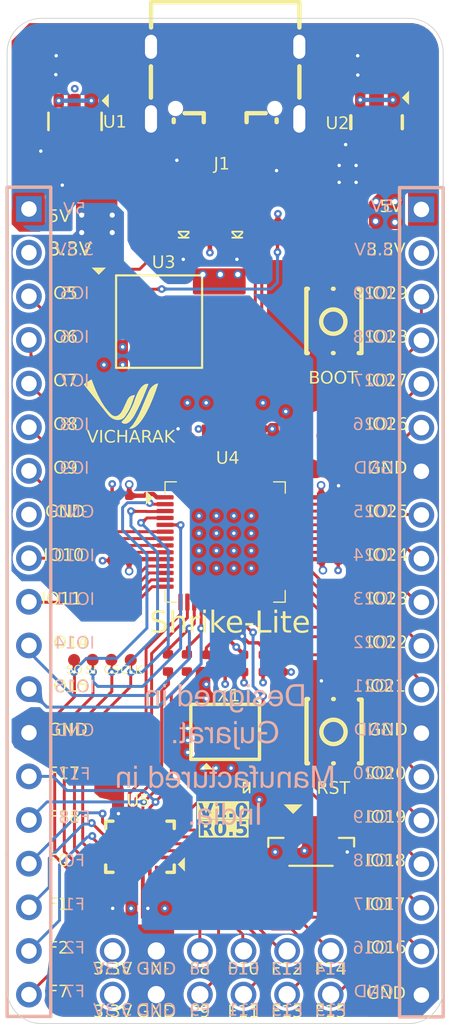
<source format=kicad_pcb>
(kicad_pcb (version 20241229) (generator "pcbnew") (generator_version "9.0")
  (layers (0 "F.Cu" signal "Top Layer") (4 "In1.Cu" signal "GND") (6 "In2.Cu" signal "PWR") (2 "B.Cu" signal "Bottom Layer") (13 "F.Paste" user "Top Paste") (15 "B.Paste" user "Bottom Paste") (5 "F.SilkS" user "Top Overlay") (7 "B.SilkS" user "Bottom Overlay") (1 "F.Mask" user "Top Solder") (3 "B.Mask" user "Bottom Solder") (25 "Edge.Cuts" user))
  (net 0 "")
  (net 1 "GPIO15")
  (net 2 "GPIO14")
  (net 3 "F_SPI_SO")
  (net 4 "F_SPI_SI")
  (net 5 "F_SPI_CLK")
  (net 6 "GPIO11")
  (net 7 "F_GPIO9")
  (net 8 "NetC7_1")
  (net 9 "RUN")
  (net 10 "NetD2_A")
  (net 11 "VUSB")
  (net 12 "SWD")
  (net 13 "SWCLK")
  (net 14 "GPIO10")
  (net 15 "GPIO9")
  (net 16 "GPIO8")
  (net 17 "GPIO7")
  (net 18 "GPIO6")
  (net 19 "GPIO5")
  (net 20 "GND")
  (net 21 "F_GPIO18")
  (net 22 "F_GPIO17")
  (net 23 "F_GPIO15")
  (net 24 "F_GPIO14")
  (net 25 "F_GPIO13")
  (net 26 "F_GPIO12")
  (net 27 "F_GPIO11")
  (net 28 "F_GPIO10")
  (net 29 "F_GPIO8")
  (net 30 "F_GPIO7")
  (net 31 "F_GPIO2")
  (net 32 "F_GPIO1")
  (net 33 "F_GPIO0")
  (net 34 "CS1")
  (net 35 "3.3V")
  (net 36 "1.1V")
  (net 37 "PWR")
  (net 38 "EN")
  (net 39 "BOOT")
  (net 40 "NetD1_A")
  (net 41 "USBx_P")
  (net 42 "USBx_N")
  (net 43 "XOUT")
  (net 44 "XIN")
  (net 45 "WP")
  (net 46 "USB_P")
  (net 47 "USB_N")
  (net 48 "SPI_SO")
  (net 49 "SPI_SI")
  (net 50 "SPI_CLK")
  (net 51 "NetJ1_B5")
  (net 52 "NetJ1_A5")
  (net 53 "NetD3_A")
  (net 54 "HOLD")
  (net 55 "GPIO29")
  (net 56 "GPIO28")
  (net 57 "GPIO27")
  (net 58 "GPIO26")
  (net 59 "GPIO25")
  (net 60 "GPIO24")
  (net 61 "GPIO23")
  (net 62 "GPIO22")
  (net 63 "GPIO21")
  (net 64 "GPIO20")
  (net 65 "GPIO19")
  (net 66 "GPIO18")
  (net 67 "GPIO17")
  (net 68 "GPIO16")
  (net 69 "GPIO4")
  (net 70 "F_GPIO16")
  (net 71 "CS0")
  (footprint "Shrike-lite:Cap_0402" (layer "F.Cu") (at 157.321095 85.74068)
    (property "Reference" "C4" (hide yes))
    (property "Value" "" (hide yes))
  )
  (footprint "Shrike-lite:Res_0402" (layer "F.Cu") (at 151.801095 113.2948 90)
    (property "Reference" "R10" (hide yes))
    (property "Value" "" (hide yes))
  )
  (footprint "Shrike-lite:Res_0402" (layer "F.Cu") (at 146.215095 84.6142)
    (property "Reference" "R2" (hide yes))
    (property "Value" "" (hide yes))
  )
  (footprint "Shrike-lite:TP" (layer "F.Cu") (at 141.871695 113.0876)
    (property "Reference" "CS" (hide yes))
    (property "Value" "" (hide yes))
  )
  (footprint "Shrike-lite:SOIC-8" (layer "F.Cu") (at 144.666095 93.4026)
    (property "Reference" "U3" (hide yes))
    (property "Value" "" (hide yes))
  )
  (footprint "Shrike-lite:LED_0603" (layer "F.Cu") (at 146.062695 88.348 -90)
    (property "Reference" "D3" (hide yes))
    (property "Value" "" (hide yes))
  )
  (footprint "Shrike-lite:TP" (layer "F.Cu") (at 152.217395 91.6019)
    (property "Reference" "GND1" (hide yes))
    (property "Value" "TP" (hide yes))
  )
  (footprint "Shrike-lite:Cap_0402" (layer "F.Cu") (at 147.401095 113.2948 -90)
    (property "Reference" "C9" (hide yes))
    (property "Value" "" (hide yes))
  )
  (footprint "Shrike-lite:CRYSTAL_3225" (layer "F.Cu") (at 148.501095 117.2786)
    (property "Reference" "X1" (hide yes))
    (property "Value" "" (hide yes))
  )
  (footprint "Shrike-lite:Switch" (layer "F.Cu") (at 154.800295 93.4026 -90)
    (property "Reference" "SW2" (hide yes))
    (property "Value" "SW PUSHBUTTON" (hide yes))
  )
  (footprint "Shrike-lite:Cap_0402" (layer "F.Cu") (at 150.701095 113.2948 -90)
    (property "Reference" "C11" (hide yes))
    (property "Value" "" (hide yes))
  )
  (footprint "Shrike-lite:TP" (layer "F.Cu") (at 140.779495 113.0876)
    (property "Reference" "SI" (hide yes))
    (property "Value" "" (hide yes))
  )
  (footprint "Shrike-lite:Res_0402" (layer "F.Cu") (at 152.996895 88.1956 -90)
    (property "Reference" "R11" (hide yes))
    (property "Value" "" (hide yes))
  )
  (footprint "Shrike-lite:TP" (layer "F.Cu") (at 143.001095 113.0952)
    (property "Reference" "CLK" (hide yes))
    (property "Value" "" (hide yes))
  )
  (footprint "Shrike-lite:TP" (layer "F.Cu") (at 141.008095 87.205 90)
    (property "Reference" "2" (hide yes))
    (property "Value" "" (hide yes))
  )
  (footprint "" (layer "F.Cu") (at 143.744025 85.15867)
    (property "Reference" "")
    (property "Value" "")
  )
  (footprint "Shrike-lite:Cap_0402" (layer "F.Cu") (at 142.413175 103.53719 180)
    (property "Reference" "C15" (hide yes))
    (property "Value" "" (hide yes))
  )
  (footprint "Shrike-lite:Res_0402" (layer "F.Cu") (at 145.171455 113.26689 90)
    (property "Reference" "R7" (hide yes))
    (property "Value" "" (hide yes))
  )
  (footprint "Shrike-lite:Cap_0402" (layer "F.Cu") (at 154.597095 107.2964)
    (property "Reference" "C18" (hide yes))
    (property "Value" "" (hide yes))
  )
  (footprint "Shrike-lite:2X6_HEADER" (layer "F.Cu") (at 148.501095 131.147)
    (property "Reference" "J3" (hide yes))
    (property "Value" "DNP" (hide yes))
  )
  (footprint "Shrike-lite:Cap_0402" (layer "F.Cu") (at 149.601095 113.2948 -90)
    (property "Reference" "C19" (hide yes))
    (property "Value" "" (hide yes))
  )
  (footprint "Shrike-lite:Cap_0603" (layer "F.Cu") (at 157.321095 77.8788)
    (property "Reference" "C1" (hide yes))
    (property "Value" "100nF 10V" (hide yes))
  )
  (footprint "Shrike-lite:Cap_0402" (layer "F.Cu") (at 148.501095 113.2948 -90)
    (property "Reference" "C10" (hide yes))
    (property "Value" "" (hide yes))
  )
  (footprint "Shrike-lite:Cap_0603" (layer "F.Cu") (at 139.681115 77.8788)
    (property "Reference" "C5" (hide yes))
    (property "Value" "100nF 10V" (hide yes))
  )
  (footprint "Shrike-lite:Res_0402" (layer "F.Cu") (at 148.501095 99.143 90)
    (property "Reference" "R13" (hide yes))
    (property "Value" "" (hide yes))
  )
  (footprint "Shrike-lite:Cap_0402" (layer "F.Cu") (at 142.450305 127.01328 180)
    (property "Reference" "C21" (hide yes))
    (property "Value" "" (hide yes))
  )
  (footprint "" (layer "F.Cu") (at 154.325765 100.04359)
    (property "Reference" "")
    (property "Value" "")
  )
  (footprint "Shrike-lite:Cap_0402" (layer "F.Cu") (at 154.597095 103.5372)
    (property "Reference" "C16" (hide yes))
    (property "Value" "" (hide yes))
  )
  (footprint "" (layer "F.Cu") (at 142.058115 118.6536)
    (property "Reference" "")
    (property "Value" "")
  )
  (footprint "Shrike-lite:Cap_0402" (layer "F.Cu") (at 150.701095 99.143 90)
    (property "Reference" "C17" (hide yes))
    (property "Value" "" (hide yes))
  )
  (footprint "Shrike-lite:Res_0402" (layer "F.Cu") (at 149.601095 99.143 90)
    (property "Reference" "R12" (hide yes))
    (property "Value" "" (hide yes))
  )
  (footprint "Shrike-lite:QFN_24" (layer "F.Cu") (at 143.513105 123.99068 180)
    (property "Reference" "U5" (hide yes))
    (property "Value" "" (hide yes))
  )
  (footprint "Shrike-lite:TP" (layer "F.Cu") (at 139.701095 113.0952)
    (property "Reference" "SO" (hide yes))
    (property "Value" "" (hide yes))
  )
  (footprint "Shrike-lite:Cap_0402" (layer "F.Cu") (at 139.681115 86.66148)
    (property "Reference" "C7" (hide yes))
    (property "Value" "" (hide yes))
  )
  (footprint "Shrike-lite:Type-C" (layer "F.Cu") (at 148.501095 80.0422 180)
    (property "Reference" "J1" (hide yes))
    (property "Value" "" (hide yes))
  )
  (footprint "Shrike-lite:Cap_0402" (layer "F.Cu") (at 157.266285 79.0126)
    (property "Reference" "C2" (hide yes))
    (property "Value" "" (hide yes))
  )
  (footprint "Shrike-lite:Res_0402" (layer "F.Cu") (at 141.181115 84.24068)
    (property "Reference" "R4" (hide yes))
    (property "Value" "" (hide yes))
  )
  (footprint "Shrike-lite:Res_0402" (layer "F.Cu") (at 151.574495 88.1956 90)
    (property "Reference" "R9" (hide yes))
    (property "Value" "" (hide yes))
  )
  (footprint "Shrike-lite:Cap_0603" (layer "F.Cu") (at 139.681115 85.46148)
    (property "Reference" "C8" (hide yes))
    (property "Value" "100nF 10V" (hide yes))
  )
  (footprint "Shrike-lite:Cap_0402" (layer "F.Cu") (at 142.405095 107.2964 180)
    (property "Reference" "C14" (hide yes))
    (property "Value" "" (hide yes))
  )
  (footprint "Shrike-lite:Cap_0402" (layer "F.Cu") (at 146.301095 99.143 90)
    (property "Reference" "C12" (hide yes))
    (property "Value" "" (hide yes))
  )
  (footprint "SLG47910:XUNPU WAFER-SH1.0-3PLB" (layer "F.Cu") (at 153.513105 123.1236)
    (property "Reference" "J5" (hide yes))
    (property "Value" "XUNPU WAFER-SH1.0-3PLB" (hide yes))
  )
  (footprint "Shrike-lite:QFN_56" (layer "F.Cu") (at 148.501095 106.2296)
    (property "Reference" "U4" (hide yes))
    (property "Value" "RP2040" (hide yes))
  )
  (footprint "Shrike-lite:LED_0603" (layer "F.Cu") (at 149.186895 88.348 -90)
    (property "Reference" "D1" (hide yes))
    (property "Value" "LED1" (hide yes))
  )
  (footprint "Shrike-lite:Cap_0402" (layer "F.Cu") (at 144.505705 127.01329)
    (property "Reference" "C20" (hide yes))
    (property "Value" "" (hide yes))
  )
  (footprint "Shrike-lite:Res_0402" (layer "F.Cu") (at 146.271455 113.26689 90)
    (property "Reference" "R8" (hide yes))
    (property "Value" "" (hide yes))
  )
  (footprint "SLG47910:LED_0603" (layer "F.Cu") (at 149.751095 120.5422)
    (property "Reference" "D2" (hide yes))
    (property "Value" "" (hide yes))
  )
  (footprint "Shrike-lite:Res_0402" (layer "F.Cu") (at 150.304495 84.6142 180)
    (property "Reference" "R3" (hide yes))
    (property "Value" "" (hide yes))
  )
  (footprint "Shrike-lite:Res_0402" (layer "F.Cu") (at 144.513295 88.1702 -90)
    (property "Reference" "R14" (hide yes))
    (property "Value" "" (hide yes))
  )
  (footprint "Shrike-lite:Cap_0402" (layer "F.Cu") (at 139.681095 79.0288)
    (property "Reference" "C6" (hide yes))
    (property "Value" "" (hide yes))
  )
  (footprint "Shrike-lite:Cap_0402" (layer "F.Cu") (at 147.401095 99.143 90)
    (property "Reference" "C13" (hide yes))
    (property "Value" "" (hide yes))
  )
  (footprint "Shrike-lite:SOT25" (layer "F.Cu") (at 157.321095 81.7994 -90)
    (property "Reference" "U2" (hide yes))
    (property "Value" "" (hide yes))
  )
  (footprint "Shrike-lite:Res_0402" (layer "F.Cu") (at 147.612095 88.1702 -90)
    (property "Reference" "R1" (hide yes))
    (property "Value" "RES_0402_5" (hide yes))
  )
  (footprint "Shrike-lite:Res_0402" (layer "F.Cu") (at 138.262915 84.24068)
    (property "Reference" "R5" (hide yes))
    (property "Value" "" (hide yes))
  )
  (footprint "Shrike-lite:Cap_0603" (layer "F.Cu") (at 157.321095 84.54068)
    (property "Reference" "C3" (hide yes))
    (property "Value" "100nF 10V" (hide yes))
  )
  (footprint "Shrike-lite:SOT23-5" (layer "F.Cu") (at 139.681125 81.7948 -90)
    (property "Reference" "U1" (hide yes))
    (property "Value" "" (hide yes))
  )
  (footprint "SLG47910:SW_MICRO PUSH BUTTON 4 PAD" (layer "F.Cu") (at 154.811175 117.2786 -90)
    (property "Reference" "SW1" (hide yes))
    (property "Value" "SW PUSHBUTTON" (hide yes))
  )
  (footprint "Shrike-lite:Res_0402" (layer "F.Cu") (at 147.401095 120.5422 180)
    (property "Reference" "R6" (hide yes))
    (property "Value" "" (hide yes))
  )
  (footprint "Shrike-lite:1X19_HEADER" (layer "B.Cu") (at 159.931095 109.7346 -90)
    (property "Reference" "J4" (hide yes))
    (property "Value" "Header 19X1_2.54MM" (hide yes))
  )
  (footprint "Shrike-lite:1X19_HEADER" (layer "B.Cu") (at 137.071095 109.7094 -90)
    (property "Reference" "J2" (hide yes))
    (property "Value" "Header 19X1_2.54MM" (hide yes))
  )
  (gr_poly (pts (xy 150.796455 112.36196) (xy 150.797275 112.40015) (xy 150.803815 112.46439) (xy 150.809545 112.49043) (xy 150.816905 112.51242) (xy 150.825905 112.53037) (xy 150.836545 112.54426) (xy 150.848815 112.55411) (xy 150.862715 112.5599) (xy 150.878265 112.56165) (xy 150.514655 112.56785) (xy 150.530195 112.56554) (xy 150.544095 112.55917) (xy 150.556365 112.54874) (xy 150.567005 112.53424) (xy 150.576005 112.51568) (xy 150.583365 112.49306) (xy 150.589095 112.46638) (xy 150.593185 112.43563) (xy 150.595635 112.40083) (xy 150.596455 112.36196)) (fill yes) (layer "F.Cu") (net 36))
  (gr_poly (pts (xy 146.955695 99.52) (xy 146.997865 99.51933) (xy 147.068825 99.51394) (xy 147.097625 99.50922) (xy 147.121955 99.50316) (xy 147.141835 99.49575) (xy 147.157255 99.48699) (xy 147.168215 99.47689) (xy 147.174715 99.46544) (xy 147.176755 99.45264) (xy 147.182105 99.84136) (xy 147.179675 99.82856) (xy 147.172755 99.81711) (xy 147.161335 99.80701) (xy 147.145435 99.79825) (xy 147.125045 99.79084) (xy 147.100155 99.78478) (xy 147.070775 99.78006) (xy 147.036905 99.77669) (xy 146.955695 99.774)) (fill yes) (layer "F.Cu") (net 35))
  (gr_poly (pts (xy 146.933565 119.2768) (xy 146.955675 119.2765) (xy 147.011745 119.272) (xy 147.027015 119.2693) (xy 147.040585 119.266) (xy 147.052435 119.2621) (xy 147.062595 119.2576) (xy 147.071035 119.2525) (xy 147.077765 119.2468) (xy 147.077765 119.5268) (xy 147.071035 119.5211) (xy 147.062595 119.516) (xy 147.052435 119.5115) (xy 147.040585 119.5076) (xy 147.027015 119.5043) (xy 147.011745 119.5016) (xy 146.976065 119.498) (xy 146.955675 119.4971) (xy 146.933565 119.4968)) (fill yes) (layer "F.Cu") (net 20))
  (gr_poly (pts (xy 152.526895 88.61027) (xy 152.561615 88.60942) (xy 152.592675 88.60688) (xy 152.620085 88.60264) (xy 152.643845 88.59671) (xy 152.663945 88.58909) (xy 152.680395 88.57976) (xy 152.693185 88.56875) (xy 152.702315 88.55604) (xy 152.707805 88.54163) (xy 152.709625 88.52553) (xy 152.709625 88.86567) (xy 152.707805 88.84957) (xy 152.702315 88.83516) (xy 152.693185 88.82245) (xy 152.680395 88.81144) (xy 152.663945 88.80212) (xy 152.643845 88.79449) (xy 152.620085 88.78856) (xy 152.592675 88.78432) (xy 152.561615 88.78178) (xy 152.526895 88.78093)) (fill yes) (layer "F.Cu") (net 71))
  (gr_poly (pts (xy 145.569095 105.14897) (xy 145.591005 105.14826) (xy 145.612125 105.14613) (xy 145.632465 105.1426) (xy 145.652025 105.13764) (xy 145.670805 105.13127) (xy 145.688795 105.12348) (xy 145.706005 105.11428) (xy 145.722435 105.10366) (xy 145.738075 105.09163) (xy 145.752935 105.07818) (xy 145.746355 105.39311) (xy 145.732115 105.37915) (xy 145.717005 105.36665) (xy 145.701045 105.35563) (xy 145.684225 105.34608) (xy 145.666545 105.338) (xy 145.647995 105.33139) (xy 145.628595 105.32624) (xy 145.608335 105.32257) (xy 145.587225 105.32036) (xy 145.565235 105.31963)) (fill yes) (layer "F.Cu") (net 4))
  (gr_poly (pts (xy 143.040135 103.03424) (xy 143.040995 103.07901) (xy 143.047875 103.15803) (xy 143.053895 103.19229) (xy 143.061625 103.22304) (xy 143.071085 103.2503) (xy 143.082255 103.27405) (xy 143.095155 103.29429) (xy 143.109765 103.31103) (xy 143.126095 103.32427) (xy 142.700255 103.32427) (xy 142.716575 103.31104) (xy 142.731175 103.29431) (xy 142.744055 103.27407) (xy 142.755215 103.25032) (xy 142.764665 103.22308) (xy 142.772395 103.19232) (xy 142.778405 103.15806) (xy 142.782705 103.1203) (xy 142.786135 103.03426)) (fill yes) (layer "F.Cu") (net 35))
  (gr_poly (pts (xy 143.915965 104.97766) (xy 143.901085 104.99334) (xy 143.887375 105.00946) (xy 143.874835 105.026) (xy 143.863475 105.04296) (xy 143.853285 105.06035) (xy 143.844285 105.07816) (xy 143.836445 105.0964) (xy 143.829785 105.11507) (xy 143.824305 105.13416) (xy 143.820005 105.15368) (xy 143.644985 104.89177) (xy 143.663945 104.89476) (xy 143.682615 104.89573) (xy 143.700995 104.89469) (xy 143.719075 104.89162) (xy 143.736865 104.88654) (xy 143.754365 104.87944) (xy 143.771565 104.87032) (xy 143.788485 104.85919) (xy 143.805105 104.84603) (xy 143.821425 104.83086)) (fill yes) (layer "F.Cu") (net 5))
  (gr_poly (pts (xy 149.178445 99.84621) (xy 149.204555 99.81977) (xy 149.290205 99.72273) (xy 149.298345 99.71036) (xy 149.303495 99.70033) (xy 149.305645 99.69265) (xy 149.304795 99.68731) (xy 149.417445 99.88751) (xy 149.414135 99.88451) (xy 149.409005 99.88401) (xy 149.402035 99.886) (xy 149.393235 99.89048) (xy 149.382605 99.89746) (xy 149.370145 99.90693) (xy 149.339735 99.93336) (xy 149.301995 99.96977)) (fill yes) (layer "F.Cu") (net 42))
  (gr_poly (pts (xy 154.220095 103.03386) (xy 154.220995 103.07822) (xy 154.228185 103.15673) (xy 154.234485 103.19088) (xy 154.242575 103.22162) (xy 154.252465 103.24897) (xy 154.264155 103.2729) (xy 154.277645 103.29343) (xy 154.292935 103.31055) (xy 154.310015 103.32427) (xy 153.884175 103.32427) (xy 153.899735 103.31153) (xy 153.913665 103.29519) (xy 153.925955 103.27525) (xy 153.936605 103.25172) (xy 153.945615 103.2246) (xy 153.952985 103.19388) (xy 153.958725 103.15956) (xy 153.962815 103.12165) (xy 153.966095 103.03505)) (fill yes) (layer "F.Cu") (net 35))
  (gr_poly (pts (xy 143.412505 103.6622) (xy 143.368665 103.66308) (xy 143.291115 103.67011) (xy 143.257405 103.67626) (xy 143.227075 103.68418) (xy 143.200125 103.69385) (xy 143.176555 103.70528) (xy 143.156355 103.71847) (xy 143.139535 103.73341) (xy 143.126095 103.75012) (xy 143.126095 103.32427) (xy 143.139535 103.34098) (xy 143.156355 103.35592) (xy 143.176555 103.36911) (xy 143.200125 103.38054) (xy 143.227075 103.39021) (xy 143.257405 103.39813) (xy 143.291115 103.40428) (xy 143.328205 103.40868) (xy 143.368665 103.41132) (xy 143.412505 103.4122)) (fill yes) (layer "F.Cu") (net 35))
  (gr_poly (pts (xy 147.291095 114.79701) (xy 147.290795 114.7749) (xy 147.286295 114.71883) (xy 147.283595 114.70356) (xy 147.280295 114.68999) (xy 147.276395 114.67813) (xy 147.271895 114.66798) (xy 147.266795 114.65954) (xy 147.261095 114.6528) (xy 147.541095 114.6528) (xy 147.535395 114.65954) (xy 147.530295 114.66798) (xy 147.525795 114.67813) (xy 147.521895 114.68999) (xy 147.518595 114.70356) (xy 147.515895 114.71883) (xy 147.512295 114.7545) (xy 147.511395 114.7749) (xy 147.511095 114.79701)) (fill yes) (layer "F.Cu") (net 20))
  (gr_poly (pts (xy 146.176695 117.91673) (xy 146.182395 117.92346) (xy 146.187495 117.93191) (xy 146.191995 117.94206) (xy 146.195895 117.95391) (xy 146.199195 117.96748) (xy 146.201895 117.98276) (xy 146.205495 118.01843) (xy 146.206395 118.03883) (xy 146.206695 118.06093) (xy 146.426695 118.06093) (xy 146.426995 118.03883) (xy 146.431495 117.98276) (xy 146.434195 117.96748) (xy 146.437495 117.95391) (xy 146.441395 117.94206) (xy 146.445895 117.93191) (xy 146.450995 117.92346) (xy 146.456695 117.91673)) (fill yes) (layer "F.Cu") (net 20))
  (gr_poly (pts (xy 151.447495 87.44953) (xy 151.447195 87.4245) (xy 151.442615 87.36145) (xy 151.439875 87.34444) (xy 151.436515 87.32944) (xy 151.432555 87.31644) (xy 151.427975 87.30545) (xy 151.422795 87.29646) (xy 151.416995 87.28948) (xy 151.731995 87.28948) (xy 151.726195 87.29646) (xy 151.721015 87.30545) (xy 151.716445 87.31644) (xy 151.712475 87.32944) (xy 151.709125 87.34444) (xy 151.706375 87.36145) (xy 151.702715 87.40148) (xy 151.701495 87.44953)) (fill yes) (layer "F.Cu") (net 35))
  (gr_poly (pts (xy 152.044495 88.78093) (xy 152.009775 88.78178) (xy 151.978715 88.78432) (xy 151.951305 88.78856) (xy 151.927545 88.79449) (xy 151.907445 88.80212) (xy 151.891005 88.81144) (xy 151.878215 88.82245) (xy 151.869075 88.83516) (xy 151.863595 88.84957) (xy 151.861765 88.86567) (xy 151.861765 88.52553) (xy 151.863595 88.54163) (xy 151.869075 88.55604) (xy 151.878205 88.56875) (xy 151.890995 88.57976) (xy 151.907445 88.58909) (xy 151.927545 88.59671) (xy 151.951305 88.60264) (xy 151.978715 88.60688) (xy 152.009775 88.60942) (xy 152.044495 88.61027)) (fill yes) (layer "F.Cu") (net 71))
  (gr_poly (pts (xy 143.034095 107.55976) (xy 143.034585 107.58678) (xy 143.038465 107.63524) (xy 143.041865 107.65669) (xy 143.046235 107.67627) (xy 143.051575 107.694) (xy 143.057895 107.70987) (xy 143.065175 107.72389) (xy 143.073435 107.73604) (xy 143.082665 107.74634) (xy 142.732675 107.74914) (xy 142.741685 107.73877) (xy 142.749745 107.72654) (xy 142.756865 107.71247) (xy 142.763025 107.69654) (xy 142.768235 107.67877) (xy 142.772505 107.65914) (xy 142.775825 107.63766) (xy 142.779625 107.58915) (xy 142.780095 107.56212)) (fill yes) (layer "F.Cu") (net 35))
  (gr_poly (pts (xy 147.680665 119.2768) (xy 147.702765 119.2765) (xy 147.758835 119.272) (xy 147.774115 119.2693) (xy 147.787685 119.266) (xy 147.799535 119.2621) (xy 147.809685 119.2576) (xy 147.818135 119.2525) (xy 147.824865 119.2468) (xy 147.824865 119.5268) (xy 147.818135 119.5211) (xy 147.809685 119.516) (xy 147.799535 119.5115) (xy 147.787685 119.5076) (xy 147.774115 119.5043) (xy 147.758835 119.5016) (xy 147.723165 119.498) (xy 147.702765 119.4971) (xy 147.680665 119.4968)) (fill yes) (layer "F.Cu") (net 20))
  (gr_poly (pts (xy 147.291095 115.63837) (xy 147.290795 115.61627) (xy 147.286295 115.5602) (xy 147.283595 115.54492) (xy 147.280295 115.53135) (xy 147.276395 115.5195) (xy 147.271895 115.50934) (xy 147.266795 115.5009) (xy 147.261095 115.49417) (xy 147.541095 115.49417) (xy 147.535395 115.5009) (xy 147.530295 115.50934) (xy 147.525795 115.5195) (xy 147.521895 115.53135) (xy 147.518595 115.54492) (xy 147.515895 115.5602) (xy 147.512295 115.59587) (xy 147.511395 115.61627) (xy 147.511095 115.63837)) (fill yes) (layer "F.Cu") (net 20))
  (gr_poly (pts (xy 148.558555 119.2768) (xy 148.580655 119.2765) (xy 148.636725 119.272) (xy 148.652005 119.2693) (xy 148.665565 119.266) (xy 148.677425 119.2621) (xy 148.687575 119.2576) (xy 148.696025 119.2525) (xy 148.702755 119.2468) (xy 148.702755 119.5268) (xy 148.696025 119.5211) (xy 148.687575 119.516) (xy 148.677425 119.5115) (xy 148.665565 119.5076) (xy 148.652005 119.5043) (xy 148.636725 119.5016) (xy 148.601055 119.498) (xy 148.580655 119.4971) (xy 148.558555 119.4968)) (fill yes) (layer "F.Cu") (net 20))
  (gr_poly (pts (xy 145.798145 99.516) (xy 145.842915 99.51514) (xy 145.921945 99.50826) (xy 145.956205 99.50225) (xy 145.986955 99.49452) (xy 146.014205 99.48507) (xy 146.037955 99.4739) (xy 146.058195 99.46101) (xy 146.074935 99.4464) (xy 146.088165 99.43008) (xy 146.088165 99.85592) (xy 146.074935 99.8396) (xy 146.058195 99.82499) (xy 146.037955 99.8121) (xy 146.014205 99.80093) (xy 145.986955 99.79148) (xy 145.956205 99.78374) (xy 145.921945 99.77773) (xy 145.884185 99.77344) (xy 145.798145 99.77)) (fill yes) (layer "F.Cu") (net 36))
  (gr_poly (pts (xy 148.586425 112.37481) (xy 148.587275 112.40953) (xy 148.589815 112.44059) (xy 148.594045 112.468) (xy 148.599985 112.49175) (xy 148.607605 112.51185) (xy 148.616925 112.52829) (xy 148.627945 112.54108) (xy 148.640655 112.55022) (xy 148.655055 112.5557) (xy 148.671155 112.55753) (xy 148.331045 112.55753) (xy 148.347145 112.5557) (xy 148.361545 112.55022) (xy 148.374255 112.54108) (xy 148.385265 112.52829) (xy 148.394595 112.51185) (xy 148.402215 112.49175) (xy 148.408145 112.468) (xy 148.412385 112.44059) (xy 148.414925 112.40953) (xy 148.415775 112.37481)) (fill yes) (layer "F.Cu") (net 43))
  (gr_poly (pts (xy 154.277865 107.48648) (xy 154.278445 107.51345) (xy 154.283115 107.5613) (xy 154.287195 107.5822) (xy 154.292445 107.60107) (xy 154.298865 107.61791) (xy 154.306445 107.63274) (xy 154.315195 107.64554) (xy 154.325105 107.65631) (xy 154.336195 107.66507) (xy 153.992455 107.73097) (xy 153.998425 107.72094) (xy 154.003755 107.70898) (xy 154.008475 107.69509) (xy 154.012555 107.67928) (xy 154.016015 107.66154) (xy 154.021035 107.62027) (xy 154.022605 107.59675) (xy 154.023865 107.54392)) (fill yes) (layer "F.Cu") (net 35))
  (gr_poly (pts (xy 147.507635 119.4968) (xy 147.485525 119.4971) (xy 147.429455 119.5016) (xy 147.414175 119.5043) (xy 147.400615 119.5076) (xy 147.388755 119.5115) (xy 147.378605 119.516) (xy 147.370165 119.5211) (xy 147.363425 119.5268) (xy 147.363425 119.2468) (xy 147.370165 119.2525) (xy 147.378605 119.2576) (xy 147.388755 119.2621) (xy 147.400615 119.266) (xy 147.414175 119.2693) (xy 147.429455 119.272) (xy 147.465125 119.2756) (xy 147.485525 119.2765) (xy 147.507635 119.2768)) (fill yes) (layer "F.Cu") (net 20))
  (gr_poly (pts (xy 146.078825 99.77) (xy 146.053795 99.7703) (xy 145.990735 99.77488) (xy 145.973735 99.77762) (xy 145.958735 99.78098) (xy 145.945735 99.78494) (xy 145.934745 99.78952) (xy 145.925755 99.7947) (xy 145.918775 99.8005) (xy 145.918775 99.4855) (xy 145.925755 99.49129) (xy 145.934745 99.49648) (xy 145.945735 99.50105) (xy 145.958735 99.50502) (xy 145.973735 99.50837) (xy 145.990735 99.51112) (xy 146.030775 99.51478) (xy 146.078825 99.516)) (fill yes) (layer "F.Cu") (net 36))
  (gr_poly (pts (xy 149.489695 111.51601) (xy 149.478265 111.51533) (xy 149.466385 111.51307) (xy 149.454055 111.50922) (xy 149.441275 111.50379) (xy 149.428035 111.49678) (xy 149.414345 111.48818) (xy 149.400205 111.478) (xy 149.385615 111.46624) (xy 149.355075 111.43796) (xy 149.213655 111.57938) (xy 149.228585 111.59488) (xy 149.253695 111.62451) (xy 149.263875 111.63865) (xy 149.272475 111.65234) (xy 149.279485 111.66558) (xy 149.284915 111.67836) (xy 149.288765 111.69069) (xy 149.291025 111.70257) (xy 149.291705 111.714)) (fill yes) (layer "F.Cu") (net 36))
  (gr_poly (pts (xy 147.229405 99.774) (xy 147.206695 99.77414) (xy 147.124815 99.77908) (xy 147.114765 99.78092) (xy 147.106835 99.78303) (xy 147.101005 99.78543) (xy 147.097295 99.78811) (xy 147.091695 99.50817) (xy 147.095175 99.51042) (xy 147.100805 99.51243) (xy 147.108565 99.5142) (xy 147.118465 99.51574) (xy 147.144695 99.51811) (xy 147.200075 99.51988) (xy 147.222825 99.52)) (fill yes) (layer "F.Cu") (net 35))
  (gr_poly (pts (xy 147.291095 114.26414) (xy 147.290065 114.2278) (xy 147.286985 114.19384) (xy 147.281835 114.16226) (xy 147.274635 114.13305) (xy 147.265365 114.10622) (xy 147.254045 114.08176) (xy 147.240665 114.05969) (xy 147.225225 114.03999) (xy 147.207735 114.02267) (xy 147.188175 114.00772) (xy 147.614025 114.00772) (xy 147.594465 114.02267) (xy 147.576965 114.03999) (xy 147.561525 114.05969) (xy 147.548155 114.08176) (xy 147.536825 114.10622) (xy 147.527565 114.13305) (xy 147.520365 114.16226) (xy 147.515215 114.19384) (xy 147.512125 114.2278) (xy 147.511095 114.26414)) (fill yes) (layer "F.Cu") (net 20))
  (gr_poly (pts (xy 149.686425 115.73354) (xy 149.687275 115.76655) (xy 149.689835 115.79608) (xy 149.694105 115.82213) (xy 149.700075 115.84471) (xy 149.707755 115.86382) (xy 149.717135 115.87945) (xy 149.728235 115.89161) (xy 149.741025 115.90029) (xy 149.755535 115.9055) (xy 149.771745 115.90724) (xy 149.430445 115.90724) (xy 149.446655 115.9055) (xy 149.461165 115.90029) (xy 149.473965 115.89161) (xy 149.485055 115.87945) (xy 149.494435 115.86382) (xy 149.502115 115.84471) (xy 149.508095 115.82213) (xy 149.512355 115.79608) (xy 149.514915 115.76655) (xy 149.515765 115.73354)) (fill yes) (layer "F.Cu") (net 43))
  (gr_poly (pts (xy 144.427965 89.09021) (xy 144.427115 89.0572) (xy 144.424555 89.02767) (xy 144.420285 89.00161) (xy 144.414315 88.97903) (xy 144.406635 88.95992) (xy 144.397245 88.94429) (xy 144.386155 88.93213) (xy 144.373355 88.92344) (xy 144.358845 88.91823) (xy 144.342635 88.91649) (xy 144.683965 88.91649) (xy 144.667745 88.91823) (xy 144.653245 88.92344) (xy 144.640445 88.93213) (xy 144.629345 88.94429) (xy 144.619965 88.95992) (xy 144.612285 88.97903) (xy 144.606315 89.00161) (xy 144.602045 89.02767) (xy 144.599485 89.0572) (xy 144.598625 89.09021)) (fill yes) (layer "F.Cu") (net 69))
  (gr_poly (pts (xy 149.237695 94.12293) (xy 149.206095 94.12371) (xy 149.177815 94.12605) (xy 149.152865 94.12995) (xy 149.131235 94.1354) (xy 149.112945 94.14242) (xy 149.097975 94.151) (xy 149.086325 94.16113) (xy 149.078015 94.17282) (xy 149.073025 94.18608) (xy 149.071355 94.20089) (xy 149.071355 93.87431) (xy 149.073025 93.88912) (xy 149.078015 93.90237) (xy 149.086325 93.91407) (xy 149.097975 93.9242) (xy 149.112945 93.93278) (xy 149.131235 93.93979) (xy 149.152865 93.94525) (xy 149.177815 93.94915) (xy 149.206095 93.95149) (xy 149.237695 93.95227)) (fill yes) (layer "F.Cu") (net 50))
  (gr_poly (pts (xy 146.426695 117.48687) (xy 146.426995 117.50897) (xy 146.431495 117.56504) (xy 146.434195 117.58032) (xy 146.437495 117.59388) (xy 146.441395 117.60574) (xy 146.445895 117.61589) (xy 146.450995 117.62434) (xy 146.456695 117.63107) (xy 146.176695 117.63107) (xy 146.182395 117.62434) (xy 146.187495 117.61589) (xy 146.191995 117.60574) (xy 146.195895 117.59388) (xy 146.199195 117.58032) (xy 146.201895 117.56504) (xy 146.205495 117.52937) (xy 146.206395 117.50897) (xy 146.206695 117.48687)) (fill yes) (layer "F.Cu") (net 20))
  (gr_poly (pts (xy 148.923745 98.43979) (xy 148.897635 98.46623) (xy 148.811985 98.56327) (xy 148.803835 98.57564) (xy 148.798695 98.58567) (xy 148.796545 98.59335) (xy 148.797385 98.59869) (xy 148.684745 98.39848) (xy 148.688045 98.40148) (xy 148.693185 98.40199) (xy 148.700155 98.4) (xy 148.708945 98.39552) (xy 148.719575 98.38854) (xy 148.732035 98.37907) (xy 148.762455 98.35264) (xy 148.800195 98.31623)) (fill yes) (layer "F.Cu") (net 46))
  (gr_poly (pts (xy 144.461475 91.43169) (xy 144.483495 91.43094) (xy 144.504605 91.4287) (xy 144.524825 91.42496) (xy 144.544135 91.41972) (xy 144.562545 91.41299) (xy 144.580045 91.40476) (xy 144.596655 91.39504) (xy 144.612355 91.38382) (xy 144.627155 91.3711) (xy 144.641055 91.35689) (xy 144.654645 91.6716) (xy 144.639475 91.65844) (xy 144.623565 91.64667) (xy 144.606905 91.63628) (xy 144.589495 91.62728) (xy 144.571345 91.61966) (xy 144.552455 91.61343) (xy 144.532825 91.60858) (xy 144.512435 91.60512) (xy 144.491315 91.60305) (xy 144.469445 91.60235)) (fill yes) (layer "F.Cu") (net 71))
  (gr_poly (pts (xy 147.739095 89.06867) (xy 147.739405 89.0937) (xy 147.743975 89.15675) (xy 147.746725 89.17376) (xy 147.750075 89.18876) (xy 147.754045 89.20176) (xy 147.758615 89.21275) (xy 147.763805 89.22174) (xy 147.769595 89.22872) (xy 147.454595 89.22872) (xy 147.460395 89.22173) (xy 147.465575 89.21275) (xy 147.470155 89.20175) (xy 147.474115 89.18876) (xy 147.477475 89.17376) (xy 147.480215 89.15675) (xy 147.483875 89.11672) (xy 147.485095 89.06867)) (fill yes) (layer "F.Cu") (net 35))
  (gr_poly (pts (xy 147.486425 112.38407) (xy 147.487185 112.41668) (xy 147.489445 112.44585) (xy 147.493225 112.47159) (xy 147.498505 112.4939) (xy 147.505295 112.51278) (xy 147.513595 112.52823) (xy 147.523405 112.54024) (xy 147.534725 112.54882) (xy 147.547555 112.55397) (xy 147.561895 112.55569) (xy 147.240305 112.55569) (xy 147.254645 112.55397) (xy 147.267475 112.54882) (xy 147.278785 112.54024) (xy 147.288595 112.52823) (xy 147.296905 112.51278) (xy 147.303695 112.4939) (xy 147.308975 112.47159) (xy 147.312745 112.44585) (xy 147.315015 112.41668) (xy 147.315765 112.38407)) (fill yes) (layer "F.Cu") (net 44))
  (gr_poly (pts (xy 151.634425 89.02081) (xy 151.635145 89.04275) (xy 151.637315 89.06388) (xy 151.640925 89.08418) (xy 151.645975 89.10366) (xy 151.652465 89.12232) (xy 151.660405 89.14016) (xy 151.669785 89.15718) (xy 151.680615 89.17338) (xy 151.692885 89.18876) (xy 151.706595 89.20332) (xy 151.391595 89.20332) (xy 151.405305 89.18876) (xy 151.417575 89.17338) (xy 151.428405 89.15718) (xy 151.437785 89.14016) (xy 151.445725 89.12232) (xy 151.452215 89.10366) (xy 151.457265 89.08418) (xy 151.460875 89.06388) (xy 151.463045 89.04275) (xy 151.463765 89.02081)) (fill yes) (layer "F.Cu") (net 71))
  (gr_poly (pts (xy 154.023865 107.79974) (xy 154.022615 107.74331) (xy 154.018855 107.6931) (xy 154.012585 107.64911) (xy 154.003815 107.61133) (xy 153.992535 107.57977) (xy 153.978755 107.55444) (xy 153.962465 107.53532) (xy 153.943675 107.52242) (xy 153.922365 107.51574) (xy 153.898555 107.51527) (xy 154.336975 107.46899) (xy 154.325745 107.48807) (xy 154.315695 107.50993) (xy 154.306825 107.53456) (xy 154.299145 107.56198) (xy 154.292645 107.59217) (xy 154.283185 107.66089) (xy 154.280235 107.69942) (xy 154.277865 107.78481)) (fill yes) (layer "F.Cu") (net 35))
  (gr_poly (pts (xy 142.786135 103.24216) (xy 142.785655 103.21514) (xy 142.781815 103.16665) (xy 142.778455 103.14519) (xy 142.774135 103.12558) (xy 142.768855 103.10783) (xy 142.762615 103.09193) (xy 142.755405 103.07789) (xy 142.747245 103.0657) (xy 142.738125 103.05536) (xy 143.088125 103.05531) (xy 143.079005 103.06564) (xy 143.070845 103.07784) (xy 143.063655 103.09188) (xy 143.057415 103.10778) (xy 143.052135 103.12553) (xy 143.047815 103.14514) (xy 143.044455 103.1666) (xy 143.042055 103.18992) (xy 143.040135 103.24211)) (fill yes) (layer "F.Cu") (net 35))
  (gr_poly (pts (xy 149.149095 112.14481) (xy 149.140305 112.14408) (xy 149.130725 112.14171) (xy 149.120365 112.13772) (xy 149.109225 112.13209) (xy 149.097295 112.12483) (xy 149.084585 112.11594) (xy 149.056815 112.09326) (xy 149.041755 112.07947) (xy 149.025915 112.06406) (xy 148.870355 112.21962) (xy 148.885775 112.23546) (xy 148.922235 112.27829) (xy 148.931125 112.291) (xy 148.938385 112.30293) (xy 148.944015 112.31407) (xy 148.948015 112.32443) (xy 148.950375 112.33401) (xy 148.951105 112.3428)) (fill yes) (layer "F.Cu") (net 35))
  (gr_poly (pts (xy 140.087115 91.43169) (xy 140.120125 91.43084) (xy 140.149655 91.42828) (xy 140.175715 91.42401) (xy 140.198295 91.41804) (xy 140.217405 91.41036) (xy 140.233035 91.40097) (xy 140.245195 91.38988) (xy 140.253885 91.37708) (xy 140.259095 91.36257) (xy 140.260835 91.34636) (xy 140.260835 91.68768) (xy 140.259095 91.67147) (xy 140.253885 91.65696) (xy 140.245195 91.64417) (xy 140.233035 91.63307) (xy 140.217405 91.62369) (xy 140.198295 91.616) (xy 140.175715 91.61003) (xy 140.149655 91.60577) (xy 140.120125 91.60321) (xy 140.087115 91.60235)) (fill yes) (layer "F.Cu") (net 71))
  (gr_poly (pts (xy 148.749835 113.1642) (xy 148.714675 113.13023) (xy 148.651765 113.07672) (xy 148.623995 113.05718) (xy 148.598685 113.04247) (xy 148.575855 113.03256) (xy 148.555465 113.02748) (xy 148.537555 113.0272) (xy 148.522095 113.03174) (xy 148.509105 113.04109) (xy 148.747395 112.80281) (xy 148.738035 112.8158) (xy 148.733495 112.83126) (xy 148.733775 112.84917) (xy 148.738855 112.86955) (xy 148.748765 112.89239) (xy 148.763485 112.9177) (xy 148.783015 112.94546) (xy 148.807365 112.97569) (xy 148.870495 113.04353)) (fill yes) (layer "F.Cu") (net 43))
  (gr_poly (pts (xy 140.099675 92.70169) (xy 140.130295 92.70096) (xy 140.157695 92.69878) (xy 140.181865 92.69514) (xy 140.202815 92.69005) (xy 140.220545 92.6835) (xy 140.235045 92.67549) (xy 140.246325 92.66603) (xy 140.254385 92.65511) (xy 140.259215 92.64274) (xy 140.260835 92.62891) (xy 140.260835 92.94513) (xy 140.259215 92.9313) (xy 140.254385 92.91893) (xy 140.246325 92.90801) (xy 140.235045 92.89855) (xy 140.220545 92.89055) (xy 140.202815 92.88399) (xy 140.181865 92.8789) (xy 140.157695 92.87526) (xy 140.130295 92.87308) (xy 140.099675 92.87235)) (fill yes) (layer "F.Cu") (net 48))
  (gr_poly (pts (xy 149.836365 84.1442) (xy 149.837215 84.17875) (xy 149.839775 84.20949) (xy 149.844045 84.23641) (xy 149.850015 84.25951) (xy 149.857695 84.27879) (xy 149.867075 84.29426) (xy 149.878175 84.3059) (xy 149.890975 84.31372) (xy 149.905475 84.31772) (xy 149.921695 84.31791) (xy 149.591575 84.35128) (xy 149.605655 84.34032) (xy 149.618255 84.32726) (xy 149.629375 84.31208) (xy 149.639015 84.29481) (xy 149.647165 84.27543) (xy 149.653835 84.25394) (xy 149.659025 84.23035) (xy 149.662735 84.20465) (xy 149.664955 84.17685) (xy 149.665695 84.14694)) (fill yes) (layer "F.Cu") (net 52))
  (gr_poly (pts (xy 149.245065 92.85293) (xy 149.212065 92.85378) (xy 149.182535 92.85634) (xy 149.156475 92.86061) (xy 149.133895 92.86658) (xy 149.114785 92.87426) (xy 149.099155 92.88365) (xy 149.086995 92.89474) (xy 149.078305 92.90754) (xy 149.073095 92.92205) (xy 149.071355 92.93826) (xy 149.071355 92.59694) (xy 149.073095 92.61315) (xy 149.078305 92.62766) (xy 149.086995 92.64045) (xy 149.099155 92.65155) (xy 149.114785 92.66093) (xy 149.133895 92.66862) (xy 149.156475 92.67459) (xy 149.182535 92.67885) (xy 149.212065 92.68141) (xy 149.245065 92.68227)) (fill yes) (layer "F.Cu") (net 54))
  (gr_poly (pts (xy 147.297115 95.22227) (xy 147.330125 95.22142) (xy 147.359655 95.21886) (xy 147.385715 95.21459) (xy 147.408295 95.20862) (xy 147.427405 95.20094) (xy 147.443035 95.19155) (xy 147.455195 95.18046) (xy 147.463875 95.16766) (xy 147.469095 95.15315) (xy 147.470825 95.13694) (xy 147.470825 95.47826) (xy 147.469095 95.46205) (xy 147.463875 95.44755) (xy 147.455195 95.43475) (xy 147.443035 95.42365) (xy 147.427405 95.41427) (xy 147.408295 95.40659) (xy 147.385715 95.40061) (xy 147.359655 95.39635) (xy 147.330125 95.39379) (xy 147.297115 95.39293)) (fill yes) (layer "F.Cu") (net 49))
  (gr_poly (pts (xy 152.023525 113.6678) (xy 152.048555 113.66749) (xy 152.111615 113.66292) (xy 152.128615 113.66018) (xy 152.143625 113.65683) (xy 152.156625 113.65287) (xy 152.167615 113.6483) (xy 152.176595 113.64312) (xy 152.183575 113.63733) (xy 152.183445 113.95233) (xy 152.176455 113.94653) (xy 152.167475 113.94134) (xy 152.156485 113.93676) (xy 152.143485 113.93279) (xy 152.128475 113.92943) (xy 152.111475 113.92668) (xy 152.071445 113.92302) (xy 152.023395 113.9218)) (fill yes) (layer "F.Cu") (net 35))
  (gr_poly (pts (xy 142.780095 107.79974) (xy 142.779215 107.75514) (xy 142.772185 107.6763) (xy 142.766025 107.64208) (xy 142.758115 107.61131) (xy 142.748445 107.58399) (xy 142.737015 107.56014) (xy 142.723825 107.53974) (xy 142.708875 107.5228) (xy 142.692175 107.50933) (xy 143.118015 107.50933) (xy 143.102075 107.52231) (xy 143.087805 107.53886) (xy 143.075215 107.55894) (xy 143.064305 107.58258) (xy 143.055075 107.60977) (xy 143.047525 107.64051) (xy 143.041645 107.67479) (xy 143.037455 107.71263) (xy 143.034095 107.79895)) (fill yes) (layer "F.Cu") (net 35))
  (gr_poly (pts (xy 148.254725 119.4968) (xy 148.232625 119.4971) (xy 148.176555 119.5016) (xy 148.161275 119.5043) (xy 148.147715 119.5076) (xy 148.135855 119.5115) (xy 148.125705 119.516) (xy 148.117255 119.5211) (xy 148.110525 119.5268) (xy 148.110525 119.2468) (xy 148.117255 119.2525) (xy 148.125705 119.2576) (xy 148.135855 119.2621) (xy 148.147715 119.266) (xy 148.161275 119.2693) (xy 148.176555 119.272) (xy 148.212225 119.2756) (xy 148.232625 119.2765) (xy 148.254725 119.2768)) (fill yes) (layer "F.Cu") (net 20))
  (gr_poly (pts (xy 149.351755 112.3899) (xy 149.397145 112.43376) (xy 149.478405 112.50282) (xy 149.514275 112.52801) (xy 149.546975 112.54698) (xy 149.576495 112.55973) (xy 149.602855 112.56626) (xy 149.626035 112.56656) (xy 149.646045 112.56065) (xy 149.662885 112.54851) (xy 149.354805 112.85659) (xy 149.366945 112.83975) (xy 149.372865 112.81974) (xy 149.372555 112.79656) (xy 149.366035 112.7702) (xy 149.353285 112.74068) (xy 149.334305 112.70798) (xy 149.309115 112.67211) (xy 149.277695 112.63306) (xy 149.196195 112.54546)) (fill yes) (layer "F.Cu") (net 35))
  (gr_poly (pts (xy 148.404435 120.6692) (xy 148.349905 120.67045) (xy 148.301115 120.67421) (xy 148.258075 120.68048) (xy 148.220765 120.68925) (xy 148.189195 120.70053) (xy 148.163365 120.71431) (xy 148.143275 120.7306) (xy 148.128925 120.7494) (xy 148.120315 120.7707) (xy 148.117445 120.79451) (xy 148.117445 120.28989) (xy 148.120315 120.3137) (xy 148.128925 120.335) (xy 148.143275 120.3538) (xy 148.163365 120.37009) (xy 148.189195 120.38387) (xy 148.220765 120.39515) (xy 148.258075 120.40392) (xy 148.301115 120.41019) (xy 148.349905 120.41395) (xy 148.404435 120.4152)) (fill yes) (layer "F.Cu") (net 10))
  (gr_poly (pts (xy 148.187325 117.53805) (xy 148.158625 117.56793) (xy 148.114005 117.62199) (xy 148.098095 117.64616) (xy 148.086455 117.66843) (xy 148.079065 117.6888) (xy 148.075955 117.70727) (xy 148.077095 117.72383) (xy 148.082505 117.73849) (xy 148.092175 117.75125) (xy 147.853445 117.51252) (xy 147.866205 117.52219) (xy 147.880865 117.5276) (xy 147.897425 117.52874) (xy 147.915895 117.52562) (xy 147.936265 117.51824) (xy 147.958535 117.50659) (xy 147.982705 117.49068) (xy 148.008785 117.47051) (xy 148.036765 117.44607) (xy 148.066645 117.41737)) (fill yes) (layer "F.Cu") (net 44))
  (gr_poly (pts (xy 148.800195 99.96977) (xy 148.780405 99.95032) (xy 148.719575 99.89746) (xy 148.708945 99.89048) (xy 148.700155 99.886) (xy 148.693185 99.88401) (xy 148.688045 99.88451) (xy 148.684745 99.88751) (xy 148.797385 99.68731) (xy 148.796545 99.69265) (xy 148.798695 99.70033) (xy 148.803835 99.71036) (xy 148.811985 99.72273) (xy 148.823115 99.73745) (xy 148.854385 99.77392) (xy 148.923745 99.84621)) (fill yes) (layer "F.Cu") (net 41))
  (gr_poly (pts (xy 146.665705 83.49294) (xy 146.665185 83.46052) (xy 146.661055 83.40591) (xy 146.657445 83.38372) (xy 146.652795 83.36495) (xy 146.647115 83.34959) (xy 146.640405 83.33764) (xy 146.632665 83.32911) (xy 146.623885 83.32399) (xy 146.614075 83.32228) (xy 146.887995 83.32228) (xy 146.878185 83.32399) (xy 146.869405 83.32911) (xy 146.861665 83.33764) (xy 146.854955 83.34959) (xy 146.849275 83.36495) (xy 146.844625 83.38372) (xy 146.841015 83.40591) (xy 146.838435 83.43151) (xy 146.836365 83.49294)) (fill yes) (layer "F.Cu") (net 51))
  (gr_poly (pts (xy 146.692145 111.10851) (xy 146.677975 111.12342) (xy 146.665315 111.13831) (xy 146.654165 111.15319) (xy 146.644515 111.16804) (xy 146.636375 111.18288) (xy 146.629745 111.1977) (xy 146.624625 111.2125) (xy 146.621005 111.22729) (xy 146.618895 111.24205) (xy 146.618285 111.2568) (xy 146.420295 111.05881) (xy 146.435045 111.0582) (xy 146.449805 111.05609) (xy 146.464595 111.05247) (xy 146.479395 111.04735) (xy 146.494215 111.04072) (xy 146.509055 111.03258) (xy 146.523905 111.02293) (xy 146.538785 111.01178) (xy 146.553675 110.99912) (xy 146.568585 110.98495)) (fill yes) (layer "F.Cu") (net 2))
  (gr_poly (pts (xy 142.035075 91.60235) (xy 142.002065 91.60321) (xy 141.972535 91.60577) (xy 141.946475 91.61003) (xy 141.923895 91.616) (xy 141.904785 91.62369) (xy 141.889155 91.63307) (xy 141.876995 91.64417) (xy 141.868305 91.65696) (xy 141.863095 91.67147) (xy 141.861365 91.68768) (xy 141.861365 91.34636) (xy 141.863095 91.36257) (xy 141.868305 91.37708) (xy 141.876995 91.38988) (xy 141.889155 91.40097) (xy 141.904785 91.41036) (xy 141.923895 91.41804) (xy 141.946475 91.42401) (xy 141.972535 91.42828) (xy 142.002065 91.43084) (xy 142.035075 91.43169)) (fill yes) (layer "F.Cu") (net 71))
  (gr_poly (pts (xy 147.511095 114.22294) (xy 147.511395 114.24505) (xy 147.515895 114.30112) (xy 147.518595 114.31639) (xy 147.521895 114.32996) (xy 147.525795 114.34182) (xy 147.530295 114.35197) (xy 147.535395 114.36041) (xy 147.541095 114.36714) (xy 147.261095 114.36714) (xy 147.266795 114.36041) (xy 147.271895 114.35197) (xy 147.276395 114.34182) (xy 147.280295 114.32996) (xy 147.283595 114.31639) (xy 147.286295 114.30112) (xy 147.289895 114.26545) (xy 147.290795 114.24505) (xy 147.291095 114.22294)) (fill yes) (layer "F.Cu") (net 20))
  (gr_poly (pts (xy 149.111155 83.49704) (xy 149.114205 83.32231) (xy 149.373255 83.31926) (xy 149.356655 83.32122) (xy 149.341805 83.3267) (xy 149.328705 83.33569) (xy 149.317345 83.3482) (xy 149.307735 83.36422) (xy 149.299865 83.38375) (xy 149.293755 83.40681) (xy 149.289385 83.43337) (xy 149.286765 83.46345) (xy 149.285885 83.49704)) (fill yes) (layer "F.Cu") (net 47))
  (gr_poly (pts (xy 148.378475 120.4152) (xy 148.429705 120.41393) (xy 148.475535 120.41014) (xy 148.515975 120.40382) (xy 148.551025 120.39497) (xy 148.580685 120.3836) (xy 148.604955 120.36969) (xy 148.623825 120.35326) (xy 148.637305 120.3343) (xy 148.645395 120.31281) (xy 148.648095 120.28879) (xy 148.648095 120.79561) (xy 148.645395 120.77159) (xy 148.637305 120.7501) (xy 148.623825 120.73114) (xy 148.604955 120.71471) (xy 148.580685 120.7008) (xy 148.551025 120.68943) (xy 148.515975 120.68058) (xy 148.475535 120.67426) (xy 148.429705 120.67046) (xy 148.378475 120.6692)) (fill yes) (layer "F.Cu") (net 10))
  (gr_poly (pts (xy 147.511095 115.68419) (xy 147.512195 115.72657) (xy 147.515495 115.76449) (xy 147.520995 115.79795) (xy 147.528695 115.82694) (xy 147.538595 115.85148) (xy 147.550695 115.87155) (xy 147.564995 115.88717) (xy 147.581495 115.89832) (xy 147.600195 115.90501) (xy 147.621095 115.90724) (xy 147.181095 115.90724) (xy 147.201995 115.90501) (xy 147.220695 115.89832) (xy 147.237195 115.88717) (xy 147.251495 115.87155) (xy 147.263595 115.85148) (xy 147.273495 115.82694) (xy 147.281195 115.79795) (xy 147.286695 115.76449) (xy 147.289995 115.72657) (xy 147.291095 115.68419)) (fill yes) (layer "F.Cu") (net 20))
  (gr_poly (pts (xy 146.481695 116.3686) (xy 146.524075 116.3675) (xy 146.561985 116.3642) (xy 146.595445 116.3587) (xy 146.624445 116.351) (xy 146.648975 116.3411) (xy 146.669055 116.329) (xy 146.684665 116.3147) (xy 146.695815 116.2982) (xy 146.702505 116.2795) (xy 146.704735 116.2586) (xy 146.704735 116.6986) (xy 146.702505 116.6777) (xy 146.695815 116.659) (xy 146.684665 116.6425) (xy 146.669055 116.6282) (xy 146.648975 116.6161) (xy 146.624445 116.6062) (xy 146.595445 116.5985) (xy 146.561985 116.593) (xy 146.524075 116.5897) (xy 146.481695 116.5886)) (fill yes) (layer "F.Cu") (net 20))
  (gr_poly (pts (xy 151.701495 87.19226) (xy 151.702745 87.24679) (xy 151.706505 87.29558) (xy 151.712775 87.33863) (xy 151.721545 87.37594) (xy 151.732825 87.40751) (xy 151.746605 87.43334) (xy 151.762895 87.45342) (xy 151.781695 87.46777) (xy 151.802995 87.47638) (xy 151.826805 87.47925) (xy 151.322185 87.47925) (xy 151.345995 87.47638) (xy 151.367305 87.46777) (xy 151.386095 87.45342) (xy 151.402385 87.43333) (xy 151.416165 87.4075) (xy 151.427445 87.37593) (xy 151.436215 87.33863) (xy 151.442485 87.29558) (xy 151.446245 87.24679) (xy 151.447495 87.19226)) (fill yes) (layer "F.Cu") (net 35))
  (gr_poly (pts (xy 149.935705 111.23303) (xy 149.950675 111.24711) (xy 149.965625 111.25937) (xy 149.980535 111.2698) (xy 149.995435 111.27842) (xy 150.010295 111.28523) (xy 150.025135 111.29021) (xy 150.039945 111.29337) (xy 150.054735 111.29472) (xy 150.069495 111.29425) (xy 150.084225 111.29196) (xy 149.930445 111.52595) (xy 149.927065 111.51178) (xy 149.922495 111.49754) (xy 149.916735 111.48325) (xy 149.909775 111.4689) (xy 149.901625 111.4545) (xy 149.892275 111.44003) (xy 149.881735 111.42551) (xy 149.857065 111.3963) (xy 149.842945 111.38161)) (fill yes) (layer "F.Cu") (net 13))
  (gr_poly (pts (xy 153.466905 87.78093) (xy 153.432185 87.78178) (xy 153.401115 87.78432) (xy 153.373705 87.78856) (xy 153.349955 87.79449) (xy 153.329855 87.80212) (xy 153.313405 87.81144) (xy 153.300615 87.82245) (xy 153.291475 87.83516) (xy 153.285995 87.84957) (xy 153.284165 87.86567) (xy 153.284165 87.52553) (xy 153.285995 87.54163) (xy 153.291475 87.55604) (xy 153.300615 87.56875) (xy 153.313405 87.57976) (xy 153.329855 87.58909) (xy 153.349955 87.59671) (xy 153.373705 87.60264) (xy 153.401115 87.60688) (xy 153.432185 87.60942) (xy 153.466905 87.61027)) (fill yes) (layer "F.Cu") (net 39))
  (gr_poly (pts (xy 147.485095 89.17354) (xy 147.483845 89.11901) (xy 147.480085 89.07023) (xy 147.473825 89.02718) (xy 147.465045 88.98987) (xy 147.453775 88.9583) (xy 147.439985 88.93247) (xy 147.423695 88.91238) (xy 147.404905 88.89803) (xy 147.383595 88.88942) (xy 147.359795 88.88655) (xy 147.864405 88.88655) (xy 147.840595 88.88942) (xy 147.819295 88.89803) (xy 147.800495 88.91238) (xy 147.784205 88.93247) (xy 147.770425 88.9583) (xy 147.759145 88.98987) (xy 147.750375 89.02718) (xy 147.744105 89.07023) (xy 147.740355 89.11901) (xy 147.739095 89.17354)) (fill yes) (layer "F.Cu") (net 35))
  (gr_poly (pts (xy 143.350245 104.53159) (xy 143.328435 104.53226) (xy 143.307315 104.53427) (xy 143.286875 104.53762) (xy 143.267145 104.54231) (xy 143.248095 104.54834) (xy 143.229745 104.5557) (xy 143.212085 104.56441) (xy 143.195125 104.57446) (xy 143.178855 104.58584) (xy 143.163275 104.59857) (xy 143.186605 104.28443) (xy 143.200005 104.29897) (xy 143.214365 104.31197) (xy 143.229695 104.32345) (xy 143.245985 104.33339) (xy 143.263235 104.34181) (xy 143.281455 104.34869) (xy 143.300635 104.35405) (xy 143.320785 104.35787) (xy 143.341895 104.36017) (xy 143.363965 104.36093)) (fill yes) (layer "F.Cu") (net 34))
  (gr_poly (pts (xy 152.344095 113.9218) (xy 152.301215 113.92266) (xy 152.225375 113.92953) (xy 152.192405 113.93555) (xy 152.162745 113.94328) (xy 152.136385 113.95273) (xy 152.113335 113.9639) (xy 152.093595 113.97679) (xy 152.077155 113.9914) (xy 152.064015 114.00772) (xy 152.064015 113.58188) (xy 152.077155 113.5982) (xy 152.093595 113.61281) (xy 152.113335 113.6257) (xy 152.136385 113.63687) (xy 152.162745 113.64632) (xy 152.192405 113.65405) (xy 152.225375 113.66006) (xy 152.261635 113.66436) (xy 152.301215 113.66694) (xy 152.344095 113.6678)) (fill yes) (layer "F.Cu") (net 35))
  (gr_poly (pts (xy 151.463765 89.11561) (xy 151.462915 89.082) (xy 151.460375 89.05191) (xy 151.456135 89.02534) (xy 151.450205 89.00228) (xy 151.442585 88.98274) (xy 151.433255 88.96672) (xy 151.422245 88.9542) (xy 151.409535 88.94521) (xy 151.395125 88.93973) (xy 151.379025 88.93777) (xy 151.719755 88.9419) (xy 151.703545 88.94345) (xy 151.689035 88.94851) (xy 151.676245 88.9571) (xy 151.665145 88.96919) (xy 151.655765 88.98481) (xy 151.648075 89.00394) (xy 151.642105 89.02658) (xy 151.637845 89.05274) (xy 151.635285 89.08242) (xy 151.634425 89.11561)) (fill yes) (layer "F.Cu") (net 71))
  (gr_poly (pts (xy 147.511095 115.06431) (xy 147.511395 115.08641) (xy 147.515895 115.14248) (xy 147.518595 115.15776) (xy 147.521895 115.17132) (xy 147.525795 115.18318) (xy 147.530295 115.19333) (xy 147.535395 115.20178) (xy 147.541095 115.20851) (xy 147.261095 115.20851) (xy 147.266795 115.20178) (xy 147.271895 115.19333) (xy 147.276395 115.18318) (xy 147.280295 115.17132) (xy 147.283595 115.15776) (xy 147.286295 115.14248) (xy 147.289895 115.10681) (xy 147.290795 115.08641) (xy 147.291095 115.06431)) (fill yes) (layer "F.Cu") (net 20))
  (gr_poly (pts (xy 146.836365 84.14419) (xy 146.837205 84.18189) (xy 146.843895 84.24585) (xy 146.849755 84.27211) (xy 146.857275 84.29456) (xy 146.866475 84.31319) (xy 146.877345 84.32801) (xy 146.889895 84.33902) (xy 146.904115 84.34621) (xy 146.920005 84.34958) (xy 146.580965 84.31978) (xy 146.597065 84.31936) (xy 146.611475 84.31514) (xy 146.624185 84.30711) (xy 146.635195 84.29526) (xy 146.644525 84.27961) (xy 146.652145 84.26014) (xy 146.658075 84.23687) (xy 146.662315 84.20979) (xy 146.664855 84.17889) (xy 146.665705 84.14419)) (fill yes) (layer "F.Cu") (net 51))
  (gr_poly (pts (xy 146.206695 118.75943) (xy 146.206395 118.73733) (xy 146.201895 118.68126) (xy 146.199195 118.66598) (xy 146.195895 118.65241) (xy 146.191995 118.64056) (xy 146.187495 118.63041) (xy 146.182395 118.62196) (xy 146.176695 118.61523) (xy 146.456695 118.61523) (xy 146.450995 118.62196) (xy 146.445895 118.63041) (xy 146.441395 118.64056) (xy 146.437495 118.65241) (xy 146.434195 118.66598) (xy 146.431495 118.68126) (xy 146.427895 118.71693) (xy 146.426995 118.73733) (xy 146.426695 118.75943)) (fill yes) (layer "F.Cu") (net 20))
  (gr_poly (pts (xy 151.857895 112.37479) (xy 151.858745 112.40801) (xy 151.861305 112.43771) (xy 151.865575 112.46389) (xy 151.871545 112.48654) (xy 151.879225 112.50567) (xy 151.888615 112.52128) (xy 151.899705 112.53337) (xy 151.912505 112.54194) (xy 151.927015 112.54698) (xy 151.943225 112.5485) (xy 151.602495 112.55326) (xy 151.618595 112.55126) (xy 151.632995 112.54574) (xy 151.645705 112.5367) (xy 151.656725 112.52414) (xy 151.666045 112.50805) (xy 151.673675 112.48844) (xy 151.679605 112.46531) (xy 151.683845 112.43866) (xy 151.686385 112.40849) (xy 151.687235 112.37479)) (fill yes) (layer "F.Cu") (net 9))
  (gr_poly (pts (xy 148.716295 83.49702) (xy 148.715425 83.46342) (xy 148.712805 83.43335) (xy 148.708435 83.40678) (xy 148.702315 83.38373) (xy 148.694455 83.36419) (xy 148.684845 83.34817) (xy 148.673485 83.33567) (xy 148.660385 83.32667) (xy 148.645535 83.3212) (xy 148.628935 83.31923) (xy 148.887985 83.32228) (xy 148.888565 83.32403) (xy 148.889085 83.32927) (xy 148.889935 83.35024) (xy 148.891035 83.49702)) (fill yes) (layer "F.Cu") (net 46))
  (gr_poly (pts (xy 146.426695 118.18537) (xy 146.426995 118.20747) (xy 146.431495 118.26354) (xy 146.434195 118.27882) (xy 146.437495 118.29238) (xy 146.441395 118.30424) (xy 146.445895 118.31439) (xy 146.450995 118.32284) (xy 146.456695 118.32957) (xy 146.176695 118.32957) (xy 146.182395 118.32284) (xy 146.187495 118.31439) (xy 146.191995 118.30424) (xy 146.195895 118.29238) (xy 146.199195 118.27882) (xy 146.201895 118.26354) (xy 146.205495 118.22787) (xy 146.206395 118.20747) (xy 146.206695 118.18537)) (fill yes) (layer "F.Cu") (net 20))
  (gr_poly (pts (xy 150.923535 99.516) (xy 150.948565 99.51569) (xy 151.011615 99.51112) (xy 151.028625 99.50838) (xy 151.043625 99.50503) (xy 151.056625 99.50107) (xy 151.067615 99.4965) (xy 151.076595 99.49132) (xy 151.083585 99.48553) (xy 151.083445 99.80053) (xy 151.076455 99.79473) (xy 151.067475 99.78954) (xy 151.056485 99.78496) (xy 151.043485 99.78099) (xy 151.028485 99.77763) (xy 151.011475 99.77488) (xy 150.971445 99.77122) (xy 150.923395 99.77)) (fill yes) (layer "F.Cu") (net 35))
  (gr_poly (pts (xy 149.276275 112.62554) (xy 149.260435 112.61013) (xy 149.217605 112.57366) (xy 149.204895 112.56477) (xy 149.192965 112.55751) (xy 149.181825 112.55188) (xy 149.171465 112.54789) (xy 149.161885 112.54552) (xy 149.153095 112.54479) (xy 149.351085 112.3468) (xy 149.351815 112.35559) (xy 149.354185 112.36517) (xy 149.358175 112.37553) (xy 149.363805 112.38667) (xy 149.371065 112.3986) (xy 149.379955 112.41131) (xy 149.402635 112.43908) (xy 149.416425 112.45414) (xy 149.431845 112.46998)) (fill yes) (layer "F.Cu") (net 35))
  (gr_poly (pts (xy 142.035075 94.13255) (xy 142.002065 94.13341) (xy 141.972535 94.13597) (xy 141.946475 94.14023) (xy 141.923895 94.1462) (xy 141.904785 94.15389) (xy 141.889155 94.16327) (xy 141.876995 94.17437) (xy 141.868305 94.18716) (xy 141.863095 94.20167) (xy 141.861365 94.21788) (xy 141.861365 93.87656) (xy 141.863095 93.89277) (xy 141.868305 93.90728) (xy 141.876995 93.92008) (xy 141.889155 93.93117) (xy 141.904785 93.94056) (xy 141.923895 93.94824) (xy 141.946475 93.95421) (xy 141.972535 93.95848) (xy 142.002065 93.96104) (xy 142.035075 93.96189)) (fill yes) (layer "F.Cu") (net 45))
  (gr_poly (pts (xy 145.662205 105.31963) (xy 145.629705 105.31981) (xy 145.503255 105.32844) (xy 145.493605 105.33113) (xy 145.487215 105.33419) (xy 145.484095 105.3376) (xy 145.484095 105.1216) (xy 145.487955 105.1268) (xy 145.495005 105.13145) (xy 145.505235 105.13556) (xy 145.518655 105.13911) (xy 145.535265 105.14212) (xy 145.555055 105.14459) (xy 145.604205 105.14787) (xy 145.666095 105.14897)) (fill yes) (layer "F.Cu") (net 4))
  (gr_poly (pts (xy 147.188465 110.9591) (xy 147.188985 110.97966) (xy 147.190565 110.99914) (xy 147.193205 111.01754) (xy 147.196885 111.03487) (xy 147.201625 111.05111) (xy 147.207415 111.06628) (xy 147.214255 111.08037) (xy 147.222145 111.09338) (xy 147.231095 111.10532) (xy 147.241095 111.11618) (xy 146.961095 111.11618) (xy 146.971095 111.10532) (xy 146.980045 111.09338) (xy 146.987935 111.08037) (xy 146.994775 111.06628) (xy 147.000575 111.05111) (xy 147.005305 111.03487) (xy 147.008995 111.01754) (xy 147.011625 110.99914) (xy 147.013205 110.97966) (xy 147.013725 110.9591)) (fill yes) (layer "F.Cu") (net 1))
  (gr_poly (pts (xy 153.966095 103.29525) (xy 153.965605 103.26824) (xy 153.961675 103.2198) (xy 153.958235 103.19838) (xy 153.953815 103.17881) (xy 153.948415 103.16111) (xy 153.942025 103.14527) (xy 153.934655 103.13129) (xy 153.926305 103.11917) (xy 153.916975 103.10891) (xy 154.266925 103.10331) (xy 154.258035 103.11372) (xy 154.250075 103.12597) (xy 154.243045 103.14007) (xy 154.236955 103.15602) (xy 154.231805 103.17381) (xy 154.227585 103.19346) (xy 154.224305 103.21495) (xy 154.220565 103.26349) (xy 154.220095 103.29053)) (fill yes) (layer "F.Cu") (net 35))
  (gr_poly (pts (xy 147.649835 113.16421) (xy 147.614675 113.13023) (xy 147.551755 113.07672) (xy 147.523985 113.05719) (xy 147.498675 113.04247) (xy 147.475835 113.03256) (xy 147.455455 113.02747) (xy 147.437535 113.0272) (xy 147.422085 113.03174) (xy 147.409085 113.04109) (xy 147.647395 112.80279) (xy 147.638035 112.81578) (xy 147.633495 112.83124) (xy 147.633765 112.84916) (xy 147.638855 112.86954) (xy 147.648765 112.89238) (xy 147.663485 112.91769) (xy 147.683015 112.94546) (xy 147.707365 112.97569) (xy 147.770505 113.04354)) (fill yes) (layer "F.Cu") (net 44))
  (gr_poly (pts (xy 149.665695 83.49294) (xy 149.665185 83.46052) (xy 149.661055 83.40591) (xy 149.657435 83.38372) (xy 149.652795 83.36495) (xy 149.647115 83.34959) (xy 149.640405 83.33764) (xy 149.632655 83.32911) (xy 149.623885 83.32399) (xy 149.614075 83.32228) (xy 149.887985 83.32228) (xy 149.878175 83.32399) (xy 149.869405 83.32911) (xy 149.861655 83.33764) (xy 149.854945 83.34959) (xy 149.849265 83.36495) (xy 149.844625 83.38372) (xy 149.841005 83.40591) (xy 149.838425 83.43151) (xy 149.836365 83.49294)) (fill yes) (layer "F.Cu") (net 52))
  (gr_poly (pts (xy 149.132615 119.4968) (xy 149.110515 119.4971) (xy 149.054435 119.5016) (xy 149.039165 119.5043) (xy 149.025595 119.5076) (xy 149.013745 119.5115) (xy 149.003585 119.516) (xy 148.995145 119.5211) (xy 148.988415 119.5268) (xy 148.988415 119.2468) (xy 148.995145 119.2525) (xy 149.003585 119.2576) (xy 149.013745 119.2621) (xy 149.025595 119.266) (xy 149.039165 119.2693) (xy 149.054435 119.272) (xy 149.090115 119.2756) (xy 149.110515 119.2765) (xy 149.132615 119.2768)) (fill yes) (layer "F.Cu") (net 20))
  (gr_poly (pts (xy 146.206695 117.36243) (xy 146.206395 117.34033) (xy 146.201895 117.28426) (xy 146.199195 117.26898) (xy 146.195895 117.25541) (xy 146.191995 117.24356) (xy 146.187495 117.23341) (xy 146.182395 117.22496) (xy 146.176695 117.21823) (xy 146.456695 117.21823) (xy 146.450995 117.22496) (xy 146.445895 117.23341) (xy 146.441395 117.24356) (xy 146.437495 117.25541) (xy 146.434195 117.26898) (xy 146.431495 117.28426) (xy 146.427895 117.31993) (xy 146.426995 117.34033) (xy 146.426695 117.36243)) (fill yes) (layer "F.Cu") (net 20))
  (gr_poly (pts (xy 149.491095 118.87301) (xy 149.489995 118.83063) (xy 149.486695 118.79271) (xy 149.481195 118.75925) (xy 149.473495 118.73026) (xy 149.463595 118.70572) (xy 149.451495 118.68565) (xy 149.437195 118.67003) (xy 149.420695 118.65888) (xy 149.401995 118.65219) (xy 149.381095 118.64996) (xy 149.821095 118.64996) (xy 149.800195 118.65219) (xy 149.781495 118.65888) (xy 149.764995 118.67003) (xy 149.750695 118.68565) (xy 149.738595 118.70572) (xy 149.728695 118.73026) (xy 149.720995 118.75925) (xy 149.715495 118.79271) (xy 149.712195 118.83063) (xy 149.711095 118.87301)) (fill yes) (layer "F.Cu") (net 20))
  (gr_poly (pts (xy 151.204035 99.77) (xy 151.159265 99.77086) (xy 151.080245 99.77773) (xy 151.045985 99.78374) (xy 151.015235 99.79148) (xy 150.987975 99.80093) (xy 150.964235 99.8121) (xy 150.943995 99.82499) (xy 150.927255 99.8396) (xy 150.914015 99.85592) (xy 150.914015 99.43008) (xy 150.927255 99.4464) (xy 150.943995 99.46101) (xy 150.964235 99.4739) (xy 150.987975 99.48507) (xy 151.015235 99.49452) (xy 151.045985 99.50225) (xy 151.080245 99.50826) (xy 151.118005 99.51256) (xy 151.204035 99.516)) (fill yes) (layer "F.Cu") (net 35))
  (gr_poly (pts (xy 149.301995 98.31623) (xy 149.321785 98.33568) (xy 149.382605 98.38854) (xy 149.393235 98.39552) (xy 149.402035 98.4) (xy 149.409005 98.40199) (xy 149.414135 98.40148) (xy 149.417445 98.39848) (xy 149.304795 98.59868) (xy 149.305645 98.59335) (xy 149.303495 98.58566) (xy 149.298345 98.57564) (xy 149.290205 98.56326) (xy 149.279065 98.54855) (xy 149.247805 98.51208) (xy 149.178445 98.43979)) (fill yes) (layer "F.Cu") (net 47))
  (gr_poly (pts (xy 150.551585 114.92532) (xy 150.566415 114.93935) (xy 150.581295 114.95183) (xy 150.596225 114.96276) (xy 150.611205 114.97215) (xy 150.626235 114.97999) (xy 150.641325 114.98629) (xy 150.656465 114.99103) (xy 150.671645 114.99423) (xy 150.686885 114.99588) (xy 150.702185 114.99599) (xy 150.510955 115.20052) (xy 150.509875 115.18528) (xy 150.507355 115.1701) (xy 150.503395 115.15497) (xy 150.498005 115.13989) (xy 150.491165 115.12486) (xy 150.482885 115.10988) (xy 150.473175 115.09495) (xy 150.462025 115.08007) (xy 150.449435 115.06525) (xy 150.435405 115.05047)) (fill yes) (layer "B.Cu") (net 13))
  (gr_poly (pts (xy 151.463765 89.70719) (xy 151.463045 89.68525) (xy 151.460875 89.66412) (xy 151.457265 89.64382) (xy 151.452215 89.62434) (xy 151.445725 89.60568) (xy 151.437785 89.58784) (xy 151.428405 89.57082) (xy 151.417575 89.55462) (xy 151.405305 89.53924) (xy 151.391595 89.52468) (xy 151.706595 89.52468) (xy 151.692885 89.53924) (xy 151.680615 89.55462) (xy 151.669785 89.57082) (xy 151.660405 89.58784) (xy 151.652465 89.60568) (xy 151.645975 89.62434) (xy 151.640925 89.64382) (xy 151.637315 89.66412) (xy 151.635145 89.68525) (xy 151.634425 89.70719)) (fill yes) (layer "B.Cu") (net 71))
  (gr_poly (pts (xy 150.041375 111.78829) (xy 150.040825 111.7679) (xy 150.039185 111.74853) (xy 150.036445 111.73019) (xy 150.032625 111.71285) (xy 150.027705 111.69654) (xy 150.021685 111.68124) (xy 150.014575 111.66696) (xy 150.006375 111.6537) (xy 149.997085 111.64146) (xy 149.986695 111.63023) (xy 150.266695 111.63023) (xy 150.256305 111.64146) (xy 150.247015 111.6537) (xy 150.238815 111.66696) (xy 150.231705 111.68124) (xy 150.225685 111.69654) (xy 150.220765 111.71285) (xy 150.216945 111.73019) (xy 150.214205 111.74853) (xy 150.212565 111.7679) (xy 150.212015 111.78829)) (fill yes) (layer "B.Cu") (net 13))
  (gr_poly (pts (xy 146.330925 111.55871) (xy 146.330405 111.53815) (xy 146.328825 111.51867) (xy 146.326195 111.50026) (xy 146.322505 111.48294) (xy 146.317765 111.46669) (xy 146.311975 111.45152) (xy 146.305135 111.43743) (xy 146.297245 111.42442) (xy 146.288295 111.41248) (xy 146.278295 111.40163) (xy 146.558295 111.40163) (xy 146.548295 111.41248) (xy 146.539345 111.42442) (xy 146.531455 111.43743) (xy 146.524615 111.45152) (xy 146.518825 111.46669) (xy 146.514085 111.48294) (xy 146.510405 111.50026) (xy 146.507765 111.51867) (xy 146.506185 111.53815) (xy 146.505665 111.55871)) (fill yes) (layer "B.Cu") (net 2))
  (gr_poly (pts (xy 147.013725 111.55891) (xy 147.013205 111.53835) (xy 147.011625 111.51887) (xy 147.008995 111.50047) (xy 147.005305 111.48314) (xy 147.000575 111.4669) (xy 146.994775 111.45173) (xy 146.987935 111.43764) (xy 146.980045 111.42463) (xy 146.971095 111.41269) (xy 146.961095 111.40183) (xy 147.241095 111.40183) (xy 147.231095 111.41269) (xy 147.222145 111.42463) (xy 147.214255 111.43764) (xy 147.207415 111.45173) (xy 147.201625 111.4669) (xy 147.196885 111.48314) (xy 147.193205 111.50047) (xy 147.190565 111.51887) (xy 147.188985 111.53835) (xy 147.188465 111.55891)) (fill yes) (layer "B.Cu") (net 1))
  (gr_poly (pts (xy 145.824975 105.58219) (xy 145.824245 105.56025) (xy 145.822085 105.53913) (xy 145.818475 105.51882) (xy 145.813425 105.49934) (xy 145.806925 105.48068) (xy 145.798985 105.46284) (xy 145.789605 105.44582) (xy 145.778775 105.42962) (xy 145.766505 105.41424) (xy 145.752795 105.39968) (xy 146.067795 105.39968) (xy 146.054085 105.41424) (xy 146.041815 105.42962) (xy 146.030985 105.44582) (xy 146.021605 105.46284) (xy 146.013665 105.48068) (xy 146.007165 105.49934) (xy 146.002115 105.51882) (xy 145.998505 105.53913) (xy 145.996345 105.56025) (xy 145.995615 105.58219)) (fill yes) (layer "B.Cu") (net 4))
  (gr_poly (pts (xy 137.854235 115.6961) (xy 137.817165 115.66521) (xy 137.771095 115.63771) (xy 137.716025 115.61359) (xy 137.651955 115.59284) (xy 137.578895 115.57548) (xy 137.496825 115.5615) (xy 137.405765 115.55089) (xy 137.196655 115.53983) (xy 137.078595 115.53936) (xy 137.821055 114.7969) (xy 137.821525 114.91496) (xy 137.843195 115.21513) (xy 137.857175 115.2972) (xy 137.874545 115.37026) (xy 137.895285 115.43433) (xy 137.919405 115.4894) (xy 137.946905 115.53547) (xy 137.977795 115.57254)) (fill yes) (layer "B.Cu") (net 1))
  (gr_poly (pts (xy 143.775805 103.85614) (xy 143.797555 103.8555) (xy 143.818675 103.85357) (xy 143.839155 103.85037) (xy 143.859005 103.84589) (xy 143.878205 103.84012) (xy 143.896785 103.83308) (xy 143.914715 103.82476) (xy 143.932015 103.81515) (xy 143.948685 103.80426) (xy 143.964705 103.79209) (xy 143.929705 104.10514) (xy 143.916925 104.09025) (xy 143.903105 104.07694) (xy 143.888245 104.06519) (xy 143.872345 104.055) (xy 143.855415 104.04639) (xy 143.837435 104.03933) (xy 143.818415 104.03385) (xy 143.798365 104.02993) (xy 143.777265 104.02758) (xy 143.755135 104.0268)) (fill yes) (layer "B.Cu") (net 3))
  (gr_poly (pts (xy 142.929375 104.77279) (xy 142.928645 104.75085) (xy 142.926485 104.72973) (xy 142.922875 104.70942) (xy 142.917825 104.68994) (xy 142.911325 104.67128) (xy 142.903385 104.65344) (xy 142.894005 104.63642) (xy 142.883175 104.62022) (xy 142.870905 104.60484) (xy 142.857195 104.59028) (xy 143.172195 104.59028) (xy 143.158485 104.60484) (xy 143.146215 104.62022) (xy 143.135385 104.63642) (xy 143.126005 104.65344) (xy 143.118065 104.67128) (xy 143.111565 104.68994) (xy 143.106515 104.70942) (xy 143.102905 104.72973) (xy 143.100745 104.75085) (xy 143.100015 104.77279)) (fill yes) (layer "B.Cu") (net 34))
  (gr_poly (pts (xy 145.151575 91.59264) (xy 145.129635 91.59336) (xy 145.108505 91.59553) (xy 145.088205 91.59914) (xy 145.068725 91.60419) (xy 145.050065 91.61068) (xy 145.032225 91.61862) (xy 145.015205 91.628) (xy 144.999005 91.63883) (xy 144.983625 91.6511) (xy 144.969065 91.66481) (xy 144.969065 91.34981) (xy 144.983625 91.36352) (xy 144.999005 91.37579) (xy 145.015205 91.38662) (xy 145.032225 91.396) (xy 145.050065 91.40394) (xy 145.068725 91.41043) (xy 145.088205 91.41548) (xy 145.108505 91.41909) (xy 145.129635 91.42126) (xy 145.151575 91.42198)) (fill yes) (layer "B.Cu") (net 71))
  (gr_poly (pts (xy 142.583405 99.00946) (xy 142.583405 99.02038) (xy 142.572485 99.02038) (xy 142.572485 99.03131) (xy 142.550635 99.03131) (xy 142.550635 99.04223) (xy 142.539715 99.04223) (xy 142.539715 99.05315) (xy 142.517875 99.05315) (xy 142.517875 99.06407) (xy 142.506945 99.06407) (xy 142.506945 99.07499) (xy 142.485105 99.07499) (xy 142.485105 99.08592) (xy 142.463265 99.08592) (xy 142.463265 99.09684) (xy 142.430495 99.09684) (xy 142.430495 99.10776) (xy 142.386805 99.10776) (xy 142.386805 99.11868) (xy 142.332195 99.11868) (xy 142.332195 99.1296) (xy 142.168365 99.1296) (xy 142.168365 99.11868) (xy 142.113755 99.11868) (xy 142.113755 99.10776) (xy 142.059145 99.10776) (xy 142.059145 99.09684) (xy 142.037305 99.09684) (xy 142.037305 99.08592) (xy 142.015455 99.08592) (xy 142.015455 99.07499) (xy 141.982695 99.07499) (xy 141.982695 99.06407) (xy 141.960845 99.06407) (xy 141.960845 99.05315) (xy 141.939005 99.05315) (xy 141.939005 99.04223) (xy 141.917165 99.04223) (xy 141.917165 99.03131) (xy 141.906235 99.03131) (xy 141.906235 99.02038) (xy 141.884395 99.02038) (xy 141.884395 99.00946) (xy 141.873475 99.00946) (xy 141.873475 98.99854) (xy 141.851625 98.99854) (xy 141.851625 98.98762) (xy 141.840705 98.98762) (xy 141.840705 98.9767) (xy 141.829785 98.9767) (xy 141.829785 98.96577) (xy 141.807945 98.96577) (xy 141.807945 98.95485) (xy 141.797015 98.95485) (xy 141.797015 98.94393) (xy 141.786095 98.94393) (xy 141.786095 98.93301) (xy 141.775175 98.93301) (xy 141.775175 98.92209) (xy 141.753335 98.92209) (xy 141.753335 98.90024) (xy 141.731485 98.90024) (xy 141.731485 98.88932) (xy 141.720565 98.88932) (xy 141.720565 98.86748) (xy 141.709645 98.86748) (xy 141.709645 98.85655) (xy 141.698725 98.85655) (xy 141.698725 98.84563) (xy 141.687795 98.84563) (xy 141.687795 98.83471) (xy 141.676875 98.83471) (xy 141.676875 98.82379) (xy 141.665955 98.82379) (xy 141.665955 98.81287) (xy 141.655035 98.81287) (xy 141.655035 98.79102) (xy 141.644115 98.79102) (xy 141.644115 98.7801) (xy 141.633185 98.7801) (xy 141.633185 98.76918) (xy 141.622265 98.76918) (xy 141.622265 98.75826) (xy 141.611345 98.75826) (xy 141.611345 98.73641) (xy 141.600425 98.73641) (xy 141.600425 98.72549) (xy 141.578575 98.72549) (xy 141.578575 98.70365) (xy 141.567655 98.70365) (xy 141.567655 98.6818) (xy 141.556735 98.6818) (xy 141.556735 98.67088) (xy 141.545815 98.67088) (xy 141.545815 98.65996) (xy 141.534895 98.65996) (xy 141.534895 98.64904) (xy 141.523965 98.64904) (xy 141.523965 98.62719) (xy 141.513045 98.62719) (xy 141.513045 98.61627) (xy 141.502125 98.61627) (xy 141.502125 98.60535) (xy 141.491205 98.60535) (xy 141.491205 98.59443) (xy 141.480285 98.59443) (xy 141.480285 98.57258) (xy 141.469355 98.57258) (xy 141.469355 98.56166) (xy 141.458435 98.56166) (xy 141.458435 98.55074) (xy 141.447515 98.55074) (xy 141.447515 98.53982) (xy 141.436595 98.53982) (xy 141.436595 98.51797) (xy 141.425675 98.51797) (xy 141.425675 98.50705) (xy 141.414745 98.50705) (xy 141.414745 98.49613) (xy 141.403825 98.49613) (xy 141.403825 98.48521) (xy 141.392905 98.48521) (xy 141.392905 98.46336) (xy 141.381985 98.46336) (xy 141.381985 98.45244) (xy 141.371065 98.45244) (xy 141.371065 98.44152) (xy 141.360135 98.44152) (xy 141.360135 98.4306) (xy 141.349215 98.4306) (xy 141.349215 98.41967) (xy 141.338295 98.41967) (xy 141.338295 98.39783) (xy 141.327375 98.39783) (xy 141.327375 98.38691) (xy 141.316455 98.38691) (xy 141.316455 98.37599) (xy 141.305525 98.37599) (xy 141.305525 98.36506) (xy 141.294605 98.36506) (xy 141.294605 98.34322) (xy 141.283685 98.34322) (xy 141.283685 98.3323) (xy 141.272765 98.3323) (xy 141.272765 98.32138) (xy 141.261845 98.32138) (xy 141.261845 98.31045) (xy 141.250915 98.31045) (xy 141.250915 98.28861) (xy 141.229075 98.28861) (xy 141.229075 98.26677) (xy 141.218155 98.26677) (xy 141.218155 98.24492) (xy 141.207235 98.24492) (xy 141.207235 98.234) (xy 141.196305 98.234) (xy 141.196305 98.22308) (xy 141.185385 98.22308) (xy 141.185385 98.21216) (xy 141.174465 98.21216) (xy 141.174465 98.19031) (xy 141.163545 98.19031) (xy 141.163545 98.17939) (xy 141.152625 98.17939) (xy 141.152625 98.16847) (xy 141.141695 98.16847) (xy 141.141695 98.15755) (xy 141.130775 98.15755) (xy 141.130775 98.14662) (xy 141.119855 98.14662) (xy 141.119855 98.12478) (xy 141.108935 98.12478) (xy 141.108935 98.11386) (xy 141.098015 98.11386) (xy 141.098015 98.10294) (xy 141.087085 98.10294) (xy 141.087085 98.08109) (xy 141.076165 98.08109) (xy 141.076165 98.07017) (xy 141.065245 98.07017) (xy 141.065245 98.05925) (xy 141.054325 98.05925) (xy 141.054325 98.04833) (xy 141.043405 98.04833) (xy 141.043405 98.02648) (xy 141.032475 98.02648) (xy 141.032475 98.01556) (xy 141.021555 98.01556) (xy 141.021555 98.00464) (xy 141.010635 98.00464) (xy 141.010635 97.99372) (xy 140.999715 97.99372) (xy 140.999715 97.97187) (xy 140.988795 97.97187) (xy 140.988795 97.96095) (xy 140.977865 97.96095) (xy 140.977865 97.95003) (xy 140.966945 97.95003) (xy 140.966945 97.93911) (xy 140.956025 97.93911) (xy 140.956025 97.91726) (xy 140.945105 97.91726) (xy 140.945105 97.90634) (xy 140.934185 97.90634) (xy 140.934185 97.89542) (xy 140.923255 97.89542) (xy 140.923255 97.8845) (xy 140.912335 97.8845) (xy 140.912335 97.86265) (xy 140.901415 97.86265) (xy 140.901415 97.85173) (xy 140.879575 97.85173) (xy 140.879575 97.82989) (xy 140.868645 97.82989) (xy 140.868645 97.80804) (xy 140.857725 97.80804) (xy 140.857725 97.79712) (xy 140.846805 97.79712) (xy 140.846805 97.7862) (xy 140.835885 97.7862) (xy 140.835885 97.77528) (xy 140.824965 97.77528) (xy 140.824965 97.76435) (xy 140.814035 97.76435) (xy 140.814035 97.74251) (xy 140.803115 97.74251) (xy 140.803115 97.73159) (xy 140.792195 97.73159) (xy 140.792195 97.72067) (xy 140.781275 97.72067) (xy 140.781275 97.69882) (xy 140.770355 97.69882) (xy 140.770355 97.6879) (xy 140.759425 97.6879) (xy 140.759425 97.67698) (xy 140.748505 97.67698) (xy 140.748505 97.66606) (xy 140.737585 97.66606) (xy 140.737585 97.64421) (xy 140.726665 97.64421) (xy 140.726665 97.63329) (xy 140.715745 97.63329) (xy 140.715745 97.62237) (xy 140.704815 97.62237) (xy 140.704815 97.61145) (xy 140.693895 97.61145) (xy 140.693895 97.60052) (xy 140.682975 97.60052) (xy 140.682975 97.57868) (xy 140.672055 97.57868) (xy 140.672055 97.56776) (xy 140.661135 97.56776) (xy 140.661135 97.55684) (xy 140.650205 97.55684) (xy 140.650205 97.53499) (xy 140.639285 97.53499) (xy 140.639285 97.52407) (xy 140.628365 97.52407) (xy 140.628365 97.51315) (xy 140.617445 97.51315) (xy 140.617445 97.50223) (xy 140.606525 97.50223) (xy 140.606525 97.48038) (xy 140.595595 97.48038) (xy 140.595595 97.46946) (xy 140.584675 97.46946) (xy 140.584675 97.45854) (xy 140.573755 97.45854) (xy 140.573755 97.44762) (xy 140.562835 97.44762) (xy 140.562835 97.42577) (xy 140.551915 97.42577) (xy 140.551915 97.41485) (xy 140.530065 97.41485) (xy 140.530065 97.39301) (xy 140.519145 97.39301) (xy 140.519145 97.38208) (xy 140.508225 97.38208) (xy 140.508225 97.36024) (xy 140.497305 97.36024) (xy 140.497305 97.34932) (xy 140.486375 97.34932) (xy 140.486375 97.3384) (xy 140.475455 97.3384) (xy 140.475455 97.32747) (xy 140.464535 97.32747) (xy 140.464535 97.30563) (xy 140.453615 97.30563) (xy 140.453615 97.29471) (xy 140.442695 97.29471) (xy 140.442695 97.28379) (xy 140.431765 97.28379) (xy 140.431765 97.27286) (xy 140.420845 97.27286) (xy 140.420845 97.25102) (xy 140.409925 97.25102) (xy 140.409925 97.2401) (xy 140.399005 97.2401) (xy 140.399005 97.22918) (xy 140.388085 97.22918) (xy 140.388085 97.21825) (xy 140.377155 97.21825) (xy 140.377155 97.19641) (xy 140.366235 97.19641) (xy 140.366235 97.18549) (xy 140.355315 97.18549) (xy 140.355315 97.17457) (xy 140.344395 97.17457) (xy 140.344395 97.15272) (xy 140.333475 97.15272) (xy 140.333475 97.1418) (xy 140.322545 97.1418) (xy 140.322545 97.13088) (xy 140.311625 97.13088) (xy 140.311625 97.11996) (xy 140.300705 97.11996) (xy 140.300705 97.08719) (xy 140.289785 97.08719) (xy 140.289785 97.07627) (xy 140.278865 97.07627) (xy 140.278865 97.06535) (xy 140.267935 97.06535) (xy 140.267935 97.0435) (xy 140.289785 97.0435) (xy 140.289785 97.03258) (xy 140.300705 97.03258) (xy 140.300705 97.02166) (xy 140.311625 97.02166) (xy 140.311625 97.01074) (xy 140.322545 97.01074) (xy 140.322545 96.99981) (xy 140.344395 96.99981) (xy 140.344395 96.98889) (xy 140.355315 96.98889) (xy 140.355315 96.97797) (xy 140.377155 96.97797) (xy 140.377155 96.96705) (xy 140.388085 96.96705) (xy 140.388085 96.95613) (xy 140.409925 96.95613) (xy 140.409925 96.9452) (xy 140.420845 96.9452) (xy 140.420845 96.93428) (xy 140.442695 96.93428) (xy 140.442695 96.92336) (xy 140.464535 96.92336) (xy 140.464535 96.91244) (xy 140.475455 96.91244) (xy 140.475455 96.90152) (xy 140.497305 96.90152) (xy 140.497305 96.89059) (xy 140.530065 96.89059) (xy 140.530065 96.86875) (xy 140.551915 96.86875) (xy 140.551915 96.85783) (xy 140.562835 96.85783) (xy 140.562835 96.84691) (xy 140.584675 96.84691) (xy 140.584675 96.83598) (xy 140.595595 96.83598) (xy 140.595595 96.82506) (xy 140.617445 96.82506) (xy 140.617445 96.81414) (xy 140.639285 96.81414) (xy 140.639285 96.80322) (xy 140.650205 96.80322) (xy 140.650205 96.7923) (xy 140.682975 96.7923) (xy 140.682975 96.78137) (xy 140.704815 96.78137) (xy 140.704815 96.77045) (xy 140.726665 96.77045) (xy 140.726665 96.78137) (xy 140.737585 96.78137) (xy 140.737585 96.81414) (xy 140.748505 96.81414) (xy 140.748505 96.83598) (xy 140.759425 96.83598) (xy 140.759425 96.86875) (xy 140.770355 96.86875) (xy 140.770355 96.90152) (xy 140.781275 96.90152) (xy 140.781275 96.93428) (xy 140.792195 96.93428) (xy 140.792195 96.97797) (xy 140.803115 96.97797) (xy 140.803115 96.99981) (xy 140.814035 96.99981) (xy 140.814035 97.02166) (xy 140.824965 97.02166) (xy 140.824965 97.05442) (xy 140.835885 97.05442) (xy 140.835885 97.08719) (xy 140.846805 97.08719) (xy 140.846805 97.10903) (xy 140.857725 97.10903) (xy 140.857725 97.1418) (xy 140.868645 97.1418) (xy 140.868645 97.15272) (xy 140.879575 97.15272) (xy 140.879575 97.19641) (xy 140.890495 97.19641) (xy 140.890495 97.21825) (xy 140.901415 97.21825) (xy 140.901415 97.25102) (xy 140.912335 97.25102) (xy 140.912335 97.28379) (xy 140.923255 97.28379) (xy 140.923255 97.30563) (xy 140.934185 97.30563) (xy 140.934185 97.32747) (xy 140.945105 97.32747) (xy 140.945105 97.36024) (xy 140.956025 97.36024) (xy 140.956025 97.38208) (xy 140.966945 97.38208) (xy 140.966945 97.41485) (xy 140.977865 97.41485) (xy 140.977865 97.43669) (xy 140.988795 97.43669) (xy 140.988795 97.45854) (xy 140.999715 97.45854) (xy 140.999715 97.48038) (xy 141.010635 97.48038) (xy 141.010635 97.50223) (xy 141.021555 97.50223) (xy 141.021555 97.52407) (xy 141.032475 97.52407) (xy 141.032475 97.55684) (xy 141.043405 97.55684) (xy 141.043405 97.57868) (xy 141.054325 97.57868) (xy 141.054325 97.60052) (xy 141.065245 97.60052) (xy 141.065245 97.62237) (xy 141.076165 97.62237) (xy 141.076165 97.65513) (xy 141.087085 97.65513) (xy 141.087085 97.67698) (xy 141.098015 97.67698) (xy 141.098015 97.69882) (xy 141.108935 97.69882) (xy 141.108935 97.72067) (xy 141.119855 97.72067) (xy 141.119855 97.73159) (xy 141.130775 97.73159) (xy 141.130775 97.75343) (xy 141.141695 97.75343) (xy 141.141695 97.77528) (xy 141.152625 97.77528) (xy 141.152625 97.79712) (xy 141.163545 97.79712) (xy 141.163545 97.81896) (xy 141.174465 97.81896) (xy 141.174465 97.84081) (xy 141.185385 97.84081) (xy 141.185385 97.86265) (xy 141.196305 97.86265) (xy 141.196305 97.8845) (xy 141.207235 97.8845) (xy 141.207235 97.90634) (xy 141.218155 97.90634) (xy 141.218155 97.91726) (xy 141.229075 97.91726) (xy 141.229075 97.93911) (xy 141.239995 97.93911) (xy 141.239995 97.96095) (xy 141.250915 97.96095) (xy 141.250915 97.98279) (xy 141.261845 97.98279) (xy 141.261845 98.00464) (xy 141.272765 98.00464) (xy 141.272765 98.02648) (xy 141.283685 98.02648) (xy 141.283685 98.04833) (xy 141.294605 98.04833) (xy 141.294605 98.05925) (xy 141.305525 98.05925) (xy 141.305525 98.08109) (xy 141.316455 98.08109) (xy 141.316455 98.11386) (xy 141.338295 98.11386) (xy 141.338295 98.1357) (xy 141.349215 98.1357) (xy 141.349215 98.14662) (xy 141.360135 98.14662) (xy 141.360135 98.16847) (xy 141.371065 98.16847) (xy 141.371065 98.19031) (xy 141.381985 98.19031) (xy 141.381985 98.20123) (xy 141.392905 98.20123) (xy 141.392905 98.22308) (xy 141.403825 98.22308) (xy 141.403825 98.234) (xy 141.414745 98.234) (xy 141.414745 98.25584) (xy 141.425675 98.25584) (xy 141.425675 98.26677) (xy 141.436595 98.26677) (xy 141.436595 98.28861) (xy 141.447515 98.28861) (xy 141.447515 98.29953) (xy 141.458435 98.29953) (xy 141.458435 98.32138) (xy 141.469355 98.32138) (xy 141.469355 98.3323) (xy 141.480285 98.3323) (xy 141.480285 98.35414) (xy 141.491205 98.35414) (xy 141.491205 98.37599) (xy 141.502125 98.37599) (xy 141.502125 98.38691) (xy 141.513045 98.38691) (xy 141.513045 98.39783) (xy 141.523965 98.39783) (xy 141.523965 98.40875) (xy 141.534895 98.40875) (xy 141.534895 98.4306) (xy 141.545815 98.4306) (xy 141.545815 98.44152) (xy 141.556735 98.44152) (xy 141.556735 98.45244) (xy 141.567655 98.45244) (xy 141.567655 98.46336) (xy 141.578575 98.46336) (xy 141.578575 98.48521) (xy 141.589505 98.48521) (xy 141.589505 98.49613) (xy 141.600425 98.49613) (xy 141.600425 98.50705) (xy 141.611345 98.50705) (xy 141.611345 98.52889) (xy 141.622265 98.52889) (xy 141.622265 98.53982) (xy 141.633185 98.53982) (xy 141.633185 98.55074) (xy 141.644115 98.55074) (xy 141.644115 98.56166) (xy 141.655035 98.56166) (xy 141.655035 98.5835) (xy 141.665955 98.5835) (xy 141.665955 98.59443) (xy 141.676875 98.59443) (xy 141.676875 98.60535) (xy 141.687795 98.60535) (xy 141.687795 98.61627) (xy 141.698725 98.61627) (xy 141.698725 98.62719) (xy 141.709645 98.62719) (xy 141.709645 98.63811) (xy 141.720565 98.63811) (xy 141.720565 98.64904) (xy 141.731485 98.64904) (xy 141.731485 98.65996) (xy 141.742405 98.65996) (xy 141.742405 98.67088) (xy 141.753335 98.67088) (xy 141.753335 98.6818) (xy 141.764255 98.6818) (xy 141.764255 98.70365) (xy 141.775175 98.70365) (xy 141.775175 98.71457) (xy 141.786095 98.71457) (xy 141.786095 98.72549) (xy 141.797015 98.72549) (xy 141.797015 98.73641) (xy 141.807945 98.73641) (xy 141.807945 98.74733) (xy 141.818865 98.74733) (xy 141.818865 98.75826) (xy 141.829785 98.75826) (xy 141.829785 98.76918) (xy 141.840705 98.76918) (xy 141.840705 98.7801) (xy 141.851625 98.7801) (xy 141.851625 98.79102) (xy 141.862555 98.79102) (xy 141.862555 98.80194) (xy 141.873475 98.80194) (xy 141.873475 98.81287) (xy 141.884395 98.81287) (xy 141.884395 98.82379) (xy 141.906235 98.82379) (xy 141.906235 98.83471) (xy 141.917165 98.83471) (xy 141.917165 98.84563) (xy 141.939005 98.84563) (xy 141.939005 98.85655) (xy 141.949925 98.85655) (xy 141.949925 98.86748) (xy 141.971775 98.86748) (xy 141.971775 98.8784) (xy 142.004535 98.8784) (xy 142.004535 98.88932) (xy 142.037305 98.88932) (xy 142.037305 98.90024) (xy 142.168365 98.90024) (xy 142.168365 98.88932) (xy 142.201135 98.88932) (xy 142.201135 98.8784) (xy 142.233895 98.8784) (xy 142.233895 98.86748) (xy 142.255745 98.86748) (xy 142.255745 98.85655) (xy 142.277585 98.85655) (xy 142.277585 98.84563) (xy 142.288505 98.84563) (xy 142.288505 98.83471) (xy 142.310355 98.83471) (xy 142.310355 98.82379) (xy 142.321275 98.82379) (xy 142.321275 98.81287) (xy 142.332195 98.81287) (xy 142.332195 98.80194) (xy 142.343115 98.80194) (xy 142.343115 98.79102) (xy 142.354045 98.79102) (xy 142.354045 98.7801) (xy 142.364965 98.7801) (xy 142.364965 98.76918) (xy 142.375885 98.76918) (xy 142.375885 98.75826) (xy 142.386805 98.75826) (xy 142.386805 98.74733) (xy 142.397725 98.74733) (xy 142.397725 98.73641) (xy 142.408655 98.73641) (xy 142.408655 98.72549) (xy 142.419575 98.72549) (xy 142.419575 98.71457) (xy 142.430495 98.71457) (xy 142.430495 98.69272) (xy 142.441415 98.69272) (xy 142.441415 98.6818) (xy 142.452335 98.6818) (xy 142.452335 98.65996) (xy 142.463265 98.65996) (xy 142.463265 98.63811) (xy 142.474185 98.63811) (xy 142.474185 98.62719) (xy 142.485105 98.62719) (xy 142.485105 98.60535) (xy 142.496025 98.60535) (xy 142.496025 98.5835) (xy 142.506945 98.5835) (xy 142.506945 98.56166) (xy 142.517875 98.56166) (xy 142.517875 98.53982) (xy 142.528795 98.53982) (xy 142.528795 98.52889) (xy 142.539715 98.52889) (xy 142.539715 98.50705) (xy 142.550635 98.50705) (xy 142.550635 98.48521) (xy 142.561555 98.48521) (xy 142.561555 98.46336) (xy 142.572485 98.46336) (xy 142.572485 98.44152) (xy 142.583405 98.44152) (xy 142.583405 98.40875) (xy 142.594325 98.40875) (xy 142.594325 98.38691) (xy 142.605245 98.38691) (xy 142.605245 98.36506) (xy 142.616165 98.36506) (xy 142.616165 98.34322) (xy 142.627095 98.34322) (xy 142.627095 98.32138) (xy 142.638015 98.32138) (xy 142.638015 98.29953) (xy 142.648935 98.29953) (xy 142.648935 98.27769) (xy 142.659855 98.27769) (xy 142.659855 98.24492) (xy 142.670775 98.24492) (xy 142.670775 98.22308) (xy 142.681705 98.22308) (xy 142.681705 98.20123) (xy 142.692625 98.20123) (xy 142.692625 98.17939) (xy 142.703545 98.17939) (xy 142.703545 98.15755) (xy 142.714465 98.15755) (xy 142.714465 98.1357) (xy 142.725385 98.1357) (xy 142.725385 98.11386) (xy 142.736315 98.11386) (xy 142.736315 98.09201) (xy 142.747235 98.09201) (xy 142.747235 98.05925) (xy 142.758155 98.05925) (xy 142.758155 98.0374) (xy 142.769075 98.0374) (xy 142.769075 98.01556) (xy 142.779995 98.01556) (xy 142.779995 97.99372) (xy 142.790925 97.99372) (xy 142.790925 97.97187) (xy 142.801845 97.97187) (xy 142.801845 97.93911) (xy 142.812765 97.93911) (xy 142.812765 97.92818) (xy 142.823685 97.92818) (xy 142.823685 97.90634) (xy 142.834605 97.90634) (xy 142.834605 97.89542) (xy 142.845535 97.89542) (xy 142.845535 97.87357) (xy 142.856455 97.87357) (xy 142.856455 97.86265) (xy 142.867375 97.86265) (xy 142.867375 97.85173) (xy 142.878295 97.85173) (xy 142.878295 97.82989) (xy 142.889215 97.82989) (xy 142.889215 97.81896) (xy 142.900145 97.81896) (xy 142.900145 97.80804) (xy 142.911065 97.80804) (xy 142.911065 97.79712) (xy 142.921985 97.79712) (xy 142.921985 97.7862) (xy 142.932905 97.7862) (xy 142.932905 97.77528) (xy 142.954755 97.77528) (xy 142.954755 97.76435) (xy 142.976595 97.76435) (xy 142.976595 97.74251) (xy 142.998435 97.74251) (xy 142.998435 97.73159) (xy 143.020285 97.73159) (xy 143.020285 97.72067) (xy 143.042125 97.72067) (xy 143.042125 97.70974) (xy 143.074895 97.70974) (xy 143.074895 97.69882) (xy 143.107655 97.69882) (xy 143.107655 97.6879) (xy 143.173195 97.6879) (xy 143.173195 97.67698) (xy 143.249645 97.67698) (xy 143.249645 97.69882) (xy 143.238725 97.69882) (xy 143.238725 97.70974) (xy 143.227805 97.70974) (xy 143.227805 97.73159) (xy 143.216875 97.73159) (xy 143.216875 97.77528) (xy 143.205955 97.77528) (xy 143.205955 97.79712) (xy 143.195035 97.79712) (xy 143.195035 97.82989) (xy 143.184115 97.82989) (xy 143.184115 97.85173) (xy 143.173195 97.85173) (xy 143.173195 97.8845) (xy 143.162265 97.8845) (xy 143.162265 97.91726) (xy 143.151345 97.91726) (xy 143.151345 97.95003) (xy 143.140425 97.95003) (xy 143.140425 97.98279) (xy 143.129505 97.98279) (xy 143.129505 98.01556) (xy 143.118585 98.01556) (xy 143.118585 98.04833) (xy 143.107655 98.04833) (xy 143.107655 98.08109) (xy 143.096735 98.08109) (xy 143.096735 98.10294) (xy 143.085815 98.10294) (xy 143.085815 98.1357) (xy 143.074895 98.1357) (xy 143.074895 98.16847) (xy 143.063975 98.16847) (xy 143.063975 98.20123) (xy 143.053045 98.20123) (xy 143.053045 98.22308) (xy 143.042125 98.22308) (xy 143.042125 98.25584) (xy 143.031205 98.25584) (xy 143.031205 98.27769) (xy 143.020285 98.27769) (xy 143.020285 98.31045) (xy 143.009365 98.31045) (xy 143.009365 98.3323) (xy 142.998435 98.3323) (xy 142.998435 98.36506) (xy 142.987515 98.36506) (xy 142.987515 98.38691) (xy 142.976595 98.38691) (xy 142.976595 98.40875) (xy 142.965675 98.40875) (xy 142.965675 98.4306) (xy 142.954755 98.4306) (xy 142.954755 98.45244) (xy 142.943825 98.45244) (xy 142.943825 98.47428) (xy 142.932905 98.47428) (xy 142.932905 98.49613) (xy 142.921985 98.49613) (xy 142.921985 98.51797) (xy 142.911065 98.51797) (xy 142.911065 98.53982) (xy 142.900145 98.53982) (xy 142.900145 98.56166) (xy 142.889215 98.56166) (xy 142.889215 98.5835) (xy 142.878295 98.5835) (xy 142.878295 98.60535) (xy 142.867375 98.60535) (xy 142.867375 98.61627) (xy 142.856455 98.61627) (xy 142.856455 98.63811) (xy 142.845535 98.63811) (xy 142.845535 98.65996) (xy 142.834605 98.65996) (xy 142.834605 98.67088) (xy 142.823685 98.67088) (xy 142.823685 98.69272) (xy 142.812765 98.69272) (xy 142.812765 98.71457) (xy 142.801845 98.71457) (xy 142.801845 98.72549) (xy 142.790925 98.72549) (xy 142.790925 98.74733) (xy 142.779995 98.74733) (xy 142.779995 98.75826) (xy 142.769075 98.75826) (xy 142.769075 98.7801) (xy 142.758155 98.7801) (xy 142.758155 98.79102) (xy 142.747235 98.79102) (xy 142.747235 98.81287) (xy 142.736315 98.81287) (xy 142.736315 98.83471) (xy 142.725385 98.83471) (xy 142.725385 98.84563) (xy 142.714465 98.84563) (xy 142.714465 98.86748) (xy 142.703545 98.86748) (xy 142.703545 98.8784) (xy 142.692625 98.8784) (xy 142.692625 98.90024) (xy 142.681705 98.90024) (xy 142.681705 98.91116) (xy 142.670775 98.91116) (xy 142.670775 98.92209) (xy 142.659855 98.92209) (xy 142.659855 98.94393) (xy 142.648935 98.94393) (xy 142.648935 98.95485) (xy 142.638015 98.95485) (xy 142.638015 98.96577) (xy 142.627095 98.96577) (xy 142.627095 98.98762) (xy 142.605245 98.98762) (xy 142.605245 98.99854) (xy 142.594325 98.99854) (xy 142.594325 99.00946)) (fill yes) (layer "F.SilkS"))
  (gr_poly (pts (xy 143.967575 98.58985) (xy 143.967575 98.6117) (xy 143.956655 98.6117) (xy 143.956655 98.63354) (xy 143.945735 98.63354) (xy 143.945735 98.65539) (xy 143.934815 98.65539) (xy 143.934815 98.67723) (xy 143.923885 98.67723) (xy 143.923885 98.69907) (xy 143.912965 98.69907) (xy 143.912965 98.71) (xy 143.902045 98.71) (xy 143.902045 98.74276) (xy 143.891125 98.74276) (xy 143.891125 98.75368) (xy 143.880205 98.75368) (xy 143.880205 98.77553) (xy 143.869275 98.77553) (xy 143.869275 98.79737) (xy 143.858355 98.79737) (xy 143.858355 98.80829) (xy 143.847435 98.80829) (xy 143.847435 98.83014) (xy 143.836515 98.83014) (xy 143.836515 98.85198) (xy 143.825595 98.85198) (xy 143.825595 98.87383) (xy 143.814665 98.87383) (xy 143.814665 98.88475) (xy 143.803745 98.88475) (xy 143.803745 98.90659) (xy 143.792825 98.90659) (xy 143.792825 98.91751) (xy 143.781905 98.91751) (xy 143.781905 98.93936) (xy 143.770985 98.93936) (xy 143.770985 98.9612) (xy 143.760055 98.9612) (xy 143.760055 98.97212) (xy 143.749135 98.97212) (xy 143.749135 98.99397) (xy 143.738215 98.99397) (xy 143.738215 99.00489) (xy 143.727295 99.00489) (xy 143.727295 99.02673) (xy 143.716375 99.02673) (xy 143.716375 99.04858) (xy 143.705445 99.04858) (xy 143.705445 99.0595) (xy 143.694525 99.0595) (xy 143.694525 99.08134) (xy 143.683605 99.08134) (xy 143.683605 99.09227) (xy 143.672685 99.09227) (xy 143.672685 99.10319) (xy 143.661765 99.10319) (xy 143.661765 99.12503) (xy 143.650835 99.12503) (xy 143.650835 99.13595) (xy 143.639915 99.13595) (xy 143.639915 99.1578) (xy 143.628995 99.1578) (xy 143.628995 99.16872) (xy 143.618075 99.16872) (xy 143.618075 99.17964) (xy 143.607155 99.17964) (xy 143.607155 99.20149) (xy 143.596225 99.20149) (xy 143.596225 99.21241) (xy 143.585305 99.21241) (xy 143.585305 99.22333) (xy 143.574385 99.22333) (xy 143.574385 99.23425) (xy 143.563465 99.23425) (xy 143.563465 99.2561) (xy 143.552545 99.2561) (xy 143.552545 99.26702) (xy 143.541615 99.26702) (xy 143.541615 99.27794) (xy 143.530695 99.27794) (xy 143.530695 99.28886) (xy 143.519775 99.28886) (xy 143.519775 99.29978) (xy 143.508855 99.29978) (xy 143.508855 99.32163) (xy 143.497935 99.32163) (xy 143.497935 99.33255) (xy 143.487005 99.33255) (xy 143.487005 99.34347) (xy 143.476085 99.34347) (xy 143.476085 99.35439) (xy 143.465165 99.35439) (xy 143.465165 99.36532) (xy 143.454245 99.36532) (xy 143.454245 99.37624) (xy 143.443325 99.37624) (xy 143.443325 99.38716) (xy 143.432395 99.38716) (xy 143.432395 99.39808) (xy 143.421475 99.39808) (xy 143.421475 99.409) (xy 143.410555 99.409) (xy 143.410555 99.41993) (xy 143.399635 99.41993) (xy 143.399635 99.43085) (xy 143.388715 99.43085) (xy 143.388715 99.44177) (xy 143.377785 99.44177) (xy 143.377785 99.45269) (xy 143.366865 99.45269) (xy 143.366865 99.46361) (xy 143.345025 99.46361) (xy 143.345025 99.47454) (xy 143.334105 99.47454) (xy 143.334105 99.48546) (xy 143.323175 99.48546) (xy 143.323175 99.49638) (xy 143.312255 99.49638) (xy 143.312255 99.5073) (xy 143.290415 99.5073) (xy 143.290415 99.52915) (xy 143.268565 99.52915) (xy 143.268565 99.54007) (xy 143.246725 99.54007) (xy 143.246725 99.55099) (xy 143.224885 99.55099) (xy 143.224885 99.56191) (xy 143.213955 99.56191) (xy 143.213955 99.57283) (xy 143.192115 99.57283) (xy 143.192115 99.58376) (xy 143.170275 99.58376) (xy 143.170275 99.59468) (xy 143.148425 99.59468) (xy 143.148425 99.6056) (xy 143.115665 99.6056) (xy 143.115665 99.61652) (xy 143.093815 99.61652) (xy 143.093815 99.62744) (xy 143.050125 99.62744) (xy 143.050125 99.63837) (xy 142.886295 99.63837) (xy 142.886295 99.62744) (xy 142.897225 99.62744) (xy 142.897225 99.61652) (xy 142.919065 99.61652) (xy 142.919065 99.6056) (xy 142.940905 99.6056) (xy 142.940905 99.59468) (xy 142.951835 99.59468) (xy 142.951835 99.58376) (xy 142.962755 99.58376) (xy 142.962755 99.57283) (xy 142.973675 99.57283) (xy 142.973675 99.55099) (xy 142.984595 99.55099) (xy 142.984595 99.54007) (xy 142.995515 99.54007) (xy 142.995515 99.52915) (xy 143.006445 99.52915) (xy 143.006445 99.51822) (xy 143.017365 99.51822) (xy 143.017365 99.5073) (xy 143.028285 99.5073) (xy 143.028285 99.49638) (xy 143.039205 99.49638) (xy 143.039205 99.48546) (xy 143.050125 99.48546) (xy 143.050125 99.47454) (xy 143.061055 99.47454) (xy 143.061055 99.46361) (xy 143.071975 99.46361) (xy 143.071975 99.45269) (xy 143.082895 99.45269) (xy 143.082895 99.44177) (xy 143.093815 99.44177) (xy 143.093815 99.43085) (xy 143.104735 99.43085) (xy 143.104735 99.41993) (xy 143.115665 99.41993) (xy 143.115665 99.39808) (xy 143.126585 99.39808) (xy 143.126585 99.38716) (xy 143.137505 99.38716) (xy 143.137505 99.37624) (xy 143.148425 99.37624) (xy 143.148425 99.35439) (xy 143.159345 99.35439) (xy 143.159345 99.34347) (xy 143.170275 99.34347) (xy 143.170275 99.32163) (xy 143.181195 99.32163) (xy 143.181195 99.31071) (xy 143.192115 99.31071) (xy 143.192115 99.28886) (xy 143.203035 99.28886) (xy 143.203035 99.26702) (xy 143.213955 99.26702) (xy 143.213955 99.2561) (xy 143.224885 99.2561) (xy 143.224885 99.24517) (xy 143.235805 99.24517) (xy 143.235805 99.22333) (xy 143.246725 99.22333) (xy 143.246725 99.20149) (xy 143.257645 99.20149) (xy 143.257645 99.19056) (xy 143.268565 99.19056) (xy 143.268565 99.16872) (xy 143.279495 99.16872) (xy 143.279495 99.1578) (xy 143.290415 99.1578) (xy 143.290415 99.13595) (xy 143.301335 99.13595) (xy 143.301335 99.11411) (xy 143.312255 99.11411) (xy 143.312255 99.09227) (xy 143.323175 99.09227) (xy 143.323175 99.08134) (xy 143.334105 99.08134) (xy 143.334105 99.0595) (xy 143.345025 99.0595) (xy 143.345025 99.03766) (xy 143.355945 99.03766) (xy 143.355945 99.01581) (xy 143.366865 99.01581) (xy 143.366865 98.99397) (xy 143.377785 98.99397) (xy 143.377785 98.98305) (xy 143.388715 98.98305) (xy 143.388715 98.9612) (xy 143.399635 98.9612) (xy 143.399635 98.93936) (xy 143.410555 98.93936) (xy 143.410555 98.91751) (xy 143.421475 98.91751) (xy 143.421475 98.89567) (xy 143.432395 98.89567) (xy 143.432395 98.87383) (xy 143.443325 98.87383) (xy 143.443325 98.85198) (xy 143.454245 98.85198) (xy 143.454245 98.83014) (xy 143.465165 98.83014) (xy 143.465165 98.80829) (xy 143.476085 98.80829) (xy 143.476085 98.78645) (xy 143.487005 98.78645) (xy 143.487005 98.76461) (xy 143.497935 98.76461) (xy 143.497935 98.74276) (xy 143.508855 98.74276) (xy 143.508855 98.72092) (xy 143.519775 98.72092) (xy 143.519775 98.68815) (xy 143.530695 98.68815) (xy 143.530695 98.66631) (xy 143.541615 98.66631) (xy 143.541615 98.64446) (xy 143.552545 98.64446) (xy 143.552545 98.62262) (xy 143.563465 98.62262) (xy 143.563465 98.60078) (xy 143.574385 98.60078) (xy 143.574385 98.57893) (xy 143.585305 98.57893) (xy 143.585305 98.54617) (xy 143.596225 98.54617) (xy 143.596225 98.52432) (xy 143.607155 98.52432) (xy 143.607155 98.50248) (xy 143.618075 98.50248) (xy 143.618075 98.46971) (xy 143.628995 98.46971) (xy 143.628995 98.44787) (xy 143.639915 98.44787) (xy 143.639915 98.4151) (xy 143.650835 98.4151) (xy 143.650835 98.39326) (xy 143.661765 98.39326) (xy 143.661765 98.36049) (xy 143.672685 98.36049) (xy 143.672685 98.33865) (xy 143.683605 98.33865) (xy 143.683605 98.3168) (xy 143.694525 98.3168) (xy 143.694525 98.28404) (xy 143.705445 98.28404) (xy 143.705445 98.26219) (xy 143.716375 98.26219) (xy 143.716375 98.22943) (xy 143.727295 98.22943) (xy 143.727295 98.20758) (xy 143.738215 98.20758) (xy 143.738215 98.18574) (xy 143.749135 98.18574) (xy 143.749135 98.15297) (xy 143.760055 98.15297) (xy 143.760055 98.13113) (xy 143.770985 98.13113) (xy 143.770985 98.10929) (xy 143.781905 98.10929) (xy 143.781905 98.08744) (xy 143.792825 98.08744) (xy 143.792825 98.05468) (xy 143.803745 98.05468) (xy 143.803745 98.03283) (xy 143.814665 98.03283) (xy 143.814665 98.00007) (xy 143.825595 98.00007) (xy 143.825595 97.97822) (xy 143.836515 97.97822) (xy 143.836515 97.94546) (xy 143.847435 97.94546) (xy 143.847435 97.92361) (xy 143.858355 97.92361) (xy 143.858355 97.90177) (xy 143.869275 97.90177) (xy 143.869275 97.869) (xy 143.880205 97.869) (xy 143.880205 97.84716) (xy 143.891125 97.84716) (xy 143.891125 97.82531) (xy 143.902045 97.82531) (xy 143.902045 97.78163) (xy 143.912965 97.78163) (xy 143.912965 97.7707) (xy 143.923885 97.7707) (xy 143.923885 97.74886) (xy 143.934815 97.74886) (xy 143.934815 97.71609) (xy 143.945735 97.71609) (xy 143.945735 97.69425) (xy 143.956655 97.69425) (xy 143.956655 97.67241) (xy 143.967575 97.67241) (xy 143.967575 97.63964) (xy 143.978495 97.63964) (xy 143.978495 97.6178) (xy 143.989425 97.6178) (xy 143.989425 97.58503) (xy 144.000345 97.58503) (xy 144.000345 97.56319) (xy 144.011265 97.56319) (xy 144.011265 97.54134) (xy 144.022185 97.54134) (xy 144.022185 97.50858) (xy 144.033105 97.50858) (xy 144.033105 97.48673) (xy 144.044035 97.48673) (xy 144.044035 97.46489) (xy 144.054955 97.46489) (xy 144.054955 97.44304) (xy 144.065875 97.44304) (xy 144.065875 97.41028) (xy 144.076795 97.41028) (xy 144.076795 97.39936) (xy 144.087715 97.39936) (xy 144.087715 97.37751) (xy 144.098645 97.37751) (xy 144.098645 97.35567) (xy 144.109565 97.35567) (xy 144.109565 97.33382) (xy 144.120485 97.33382) (xy 144.120485 97.3229) (xy 144.131405 97.3229) (xy 144.131405 97.30106) (xy 144.142325 97.30106) (xy 144.142325 97.29014) (xy 144.153255 97.29014) (xy 144.153255 97.27921) (xy 144.164175 97.27921) (xy 144.164175 97.25737) (xy 144.175095 97.25737) (xy 144.175095 97.24645) (xy 144.186015 97.24645) (xy 144.186015 97.23553) (xy 144.196935 97.23553) (xy 144.196935 97.2246) (xy 144.207865 97.2246) (xy 144.207865 97.21368) (xy 144.218785 97.21368) (xy 144.218785 97.20276) (xy 144.229705 97.20276) (xy 144.229705 97.19184) (xy 144.240625 97.19184) (xy 144.240625 97.18092) (xy 144.251545 97.18092) (xy 144.251545 97.16999) (xy 144.262475 97.16999) (xy 144.262475 97.15907) (xy 144.273395 97.15907) (xy 144.273395 97.14815) (xy 144.284315 97.14815) (xy 144.284315 97.13723) (xy 144.306155 97.13723) (xy 144.306155 97.12631) (xy 144.317085 97.12631) (xy 144.317085 97.11538) (xy 144.328005 97.11538) (xy 144.328005 97.10446) (xy 144.349845 97.10446) (xy 144.349845 97.09354) (xy 144.360765 97.09354) (xy 144.360765 97.08262) (xy 144.382615 97.08262) (xy 144.382615 97.0717) (xy 144.393535 97.0717) (xy 144.393535 97.06077) (xy 144.415375 97.06077) (xy 144.415375 97.04985) (xy 144.437225 97.04985) (xy 144.437225 97.03893) (xy 144.459065 97.03893) (xy 144.459065 97.02801) (xy 144.491835 97.02801) (xy 144.491835 97.01709) (xy 144.535525 97.01709) (xy 144.535525 97.00616) (xy 144.579205 97.00616) (xy 144.579205 96.99524) (xy 144.601055 96.99524) (xy 144.601055 97.02801) (xy 144.590135 97.02801) (xy 144.590135 97.04985) (xy 144.579205 97.04985) (xy 144.579205 97.10446) (xy 144.568285 97.10446) (xy 144.568285 97.13723) (xy 144.557365 97.13723) (xy 144.557365 97.16999) (xy 144.546445 97.16999) (xy 144.546445 97.20276) (xy 144.535525 97.20276) (xy 144.535525 97.23553) (xy 144.524595 97.23553) (xy 144.524595 97.25737) (xy 144.513675 97.25737) (xy 144.513675 97.30106) (xy 144.502755 97.30106) (xy 144.502755 97.33382) (xy 144.491835 97.33382) (xy 144.491835 97.36659) (xy 144.480915 97.36659) (xy 144.480915 97.39936) (xy 144.469985 97.39936) (xy 144.469985 97.43212) (xy 144.459065 97.43212) (xy 144.459065 97.46489) (xy 144.448145 97.46489) (xy 144.448145 97.48673) (xy 144.437225 97.48673) (xy 144.437225 97.5195) (xy 144.426305 97.5195) (xy 144.426305 97.54134) (xy 144.415375 97.54134) (xy 144.415375 97.57411) (xy 144.404455 97.57411) (xy 144.404455 97.60687) (xy 144.393535 97.60687) (xy 144.393535 97.62872) (xy 144.382615 97.62872) (xy 144.382615 97.66148) (xy 144.371695 97.66148) (xy 144.371695 97.68333) (xy 144.360765 97.68333) (xy 144.360765 97.71609) (xy 144.349845 97.71609) (xy 144.349845 97.74886) (xy 144.338925 97.74886) (xy 144.338925 97.78163) (xy 144.328005 97.78163) (xy 144.328005 97.80347) (xy 144.317085 97.80347) (xy 144.317085 97.83624) (xy 144.306155 97.83624) (xy 144.306155 97.85808) (xy 144.295235 97.85808) (xy 144.295235 97.89085) (xy 144.284315 97.89085) (xy 144.284315 97.91269) (xy 144.273395 97.91269) (xy 144.273395 97.94546) (xy 144.262475 97.94546) (xy 144.262475 97.95638) (xy 144.251545 97.95638) (xy 144.251545 98.00007) (xy 144.240625 98.00007) (xy 144.240625 98.02191) (xy 144.229705 98.02191) (xy 144.229705 98.05468) (xy 144.218785 98.05468) (xy 144.218785 98.07652) (xy 144.207865 98.07652) (xy 144.207865 98.09836) (xy 144.196935 98.09836) (xy 144.196935 98.12021) (xy 144.186015 98.12021) (xy 144.186015 98.14205) (xy 144.175095 98.14205) (xy 144.175095 98.17482) (xy 144.164175 98.17482) (xy 144.164175 98.19666) (xy 144.153255 98.19666) (xy 144.153255 98.22943) (xy 144.142325 98.22943) (xy 144.142325 98.25127) (xy 144.131405 98.25127) (xy 144.131405 98.27312) (xy 144.120485 98.27312) (xy 144.120485 98.29496) (xy 144.109565 98.29496) (xy 144.109565 98.32773) (xy 144.098645 98.32773) (xy 144.098645 98.34957) (xy 144.087715 98.34957) (xy 144.087715 98.37141) (xy 144.076795 98.37141) (xy 144.076795 98.39326) (xy 144.065875 98.39326) (xy 144.065875 98.4151) (xy 144.054955 98.4151) (xy 144.054955 98.43695) (xy 144.044035 98.43695) (xy 144.044035 98.45879) (xy 144.033105 98.45879) (xy 144.033105 98.48063) (xy 144.022185 98.48063) (xy 144.022185 98.50248) (xy 144.011265 98.50248) (xy 144.011265 98.52432) (xy 144.000345 98.52432) (xy 144.000345 98.54617) (xy 143.989425 98.54617) (xy 143.989425 98.56801) (xy 143.978495 98.56801) (xy 143.978495 98.58985)) (fill yes) (layer "F.SilkS"))
  (gr_poly (pts (xy 142.889215 98.70365) (xy 142.900145 98.70365) (xy 142.900145 98.6818) (xy 142.911065 98.6818) (xy 142.911065 98.65996) (xy 142.921985 98.65996) (xy 142.921985 98.64904) (xy 142.932905 98.64904) (xy 142.932905 98.62719) (xy 142.943825 98.62719) (xy 142.943825 98.60535) (xy 142.954755 98.60535) (xy 142.954755 98.5835) (xy 142.965675 98.5835) (xy 142.965675 98.56166) (xy 142.976595 98.56166) (xy 142.976595 98.55074) (xy 142.987515 98.55074) (xy 142.987515 98.51797) (xy 142.998435 98.51797) (xy 142.998435 98.49613) (xy 143.009365 98.49613) (xy 143.009365 98.47428) (xy 143.020285 98.47428) (xy 143.020285 98.45244) (xy 143.031205 98.45244) (xy 143.031205 98.4306) (xy 143.042125 98.4306) (xy 143.042125 98.40875) (xy 143.053045 98.40875) (xy 143.053045 98.39783) (xy 143.063975 98.39783) (xy 143.063975 98.36506) (xy 143.074895 98.36506) (xy 143.074895 98.34322) (xy 143.085815 98.34322) (xy 143.085815 98.32138) (xy 143.096735 98.32138) (xy 143.096735 98.29953) (xy 143.107655 98.29953) (xy 143.107655 98.27769) (xy 143.118585 98.27769) (xy 143.118585 98.24492) (xy 143.129505 98.24492) (xy 143.129505 98.22308) (xy 143.140425 98.22308) (xy 143.140425 98.19031) (xy 143.151345 98.19031) (xy 143.151345 98.16847) (xy 143.162265 98.16847) (xy 143.162265 98.14662) (xy 143.173195 98.14662) (xy 143.173195 98.12478) (xy 143.184115 98.12478) (xy 143.184115 98.09201) (xy 143.195035 98.09201) (xy 143.195035 98.05925) (xy 143.205955 98.05925) (xy 143.205955 98.02648) (xy 143.216875 98.02648) (xy 143.216875 97.99372) (xy 143.227805 97.99372) (xy 143.227805 97.96095) (xy 143.238725 97.96095) (xy 143.238725 97.92818) (xy 143.249645 97.92818) (xy 143.249645 97.89542) (xy 143.260565 97.89542) (xy 143.260565 97.86265) (xy 143.271485 97.86265) (xy 143.271485 97.84081) (xy 143.282415 97.84081) (xy 143.282415 97.80804) (xy 143.293335 97.80804) (xy 143.293335 97.77528) (xy 143.304255 97.77528) (xy 143.304255 97.75343) (xy 143.315175 97.75343) (xy 143.315175 97.73159) (xy 143.326095 97.73159) (xy 143.326095 97.69882) (xy 143.337025 97.69882) (xy 143.337025 97.67698) (xy 143.347945 97.67698) (xy 143.347945 97.65513) (xy 143.358865 97.65513) (xy 143.358865 97.63329) (xy 143.369785 97.63329) (xy 143.369785 97.60052) (xy 143.380705 97.60052) (xy 143.380705 97.57868) (xy 143.391635 97.57868) (xy 143.391635 97.55684) (xy 143.402555 97.55684) (xy 143.402555 97.53499) (xy 143.413475 97.53499) (xy 143.413475 97.50223) (xy 143.435315 97.50223) (xy 143.435315 97.48038) (xy 143.446245 97.48038) (xy 143.446245 97.45854) (xy 143.457165 97.45854) (xy 143.457165 97.43669) (xy 143.468085 97.43669) (xy 143.468085 97.42577) (xy 143.479005 97.42577) (xy 143.479005 97.40393) (xy 143.489925 97.40393) (xy 143.489925 97.38208) (xy 143.500855 97.38208) (xy 143.500855 97.37116) (xy 143.511775 97.37116) (xy 143.511775 97.34932) (xy 143.522695 97.34932) (xy 143.522695 97.3384) (xy 143.533615 97.3384) (xy 143.533615 97.31655) (xy 143.544535 97.31655) (xy 143.544535 97.30563) (xy 143.555465 97.30563) (xy 143.555465 97.29471) (xy 143.566385 97.29471) (xy 143.566385 97.27286) (xy 143.577305 97.27286) (xy 143.577305 97.26194) (xy 143.588225 97.26194) (xy 143.588225 97.2401) (xy 143.599145 97.2401) (xy 143.599145 97.22918) (xy 143.610075 97.22918) (xy 143.610075 97.21825) (xy 143.620995 97.21825) (xy 143.620995 97.20733) (xy 143.631915 97.20733) (xy 143.631915 97.19641) (xy 143.642835 97.19641) (xy 143.642835 97.18549) (xy 143.653755 97.18549) (xy 143.653755 97.17457) (xy 143.664685 97.17457) (xy 143.664685 97.16364) (xy 143.675605 97.16364) (xy 143.675605 97.15272) (xy 143.686525 97.15272) (xy 143.686525 97.1418) (xy 143.697445 97.1418) (xy 143.697445 97.13088) (xy 143.708365 97.13088) (xy 143.708365 97.11996) (xy 143.730215 97.11996) (xy 143.730215 97.10903) (xy 143.741135 97.10903) (xy 143.741135 97.09811) (xy 143.752055 97.09811) (xy 143.752055 97.08719) (xy 143.773905 97.08719) (xy 143.773905 97.07627) (xy 143.784825 97.07627) (xy 143.784825 97.06535) (xy 143.806665 97.06535) (xy 143.806665 97.05442) (xy 143.828515 97.05442) (xy 143.828515 97.0435) (xy 143.861275 97.0435) (xy 143.861275 97.03258) (xy 143.904965 97.03258) (xy 143.904965 97.02166) (xy 144.025105 97.02166) (xy 144.025105 97.06535) (xy 144.014185 97.06535) (xy 144.014185 97.10903) (xy 144.003265 97.10903) (xy 144.003265 97.1418) (xy 143.992345 97.1418) (xy 143.992345 97.16364) (xy 143.981415 97.16364) (xy 143.981415 97.19641) (xy 143.970495 97.19641) (xy 143.970495 97.21825) (xy 143.959575 97.21825) (xy 143.959575 97.25102) (xy 143.948655 97.25102) (xy 143.948655 97.27286) (xy 143.937735 97.27286) (xy 143.937735 97.29471) (xy 143.926805 97.29471) (xy 143.926805 97.32747) (xy 143.915885 97.32747) (xy 143.915885 97.36024) (xy 143.904965 97.36024) (xy 143.904965 97.38208) (xy 143.894045 97.38208) (xy 143.894045 97.41485) (xy 143.883125 97.41485) (xy 143.883125 97.44762) (xy 143.872195 97.44762) (xy 143.872195 97.46946) (xy 143.861275 97.46946) (xy 143.861275 97.4913) (xy 143.850355 97.4913) (xy 143.850355 97.52407) (xy 143.839435 97.52407) (xy 143.839435 97.54591) (xy 143.828515 97.54591) (xy 143.828515 97.57868) (xy 143.817585 97.57868) (xy 143.817585 97.60052) (xy 143.806665 97.60052) (xy 143.806665 97.62237) (xy 143.795745 97.62237) (xy 143.795745 97.65513) (xy 143.784825 97.65513) (xy 143.784825 97.67698) (xy 143.773905 97.67698) (xy 143.773905 97.70974) (xy 143.762975 97.70974) (xy 143.762975 97.73159) (xy 143.752055 97.73159) (xy 143.752055 97.76435) (xy 143.741135 97.76435) (xy 143.741135 97.7862) (xy 143.730215 97.7862) (xy 143.730215 97.80804) (xy 143.719295 97.80804) (xy 143.719295 97.84081) (xy 143.708365 97.84081) (xy 143.708365 97.86265) (xy 143.697445 97.86265) (xy 143.697445 97.8845) (xy 143.686525 97.8845) (xy 143.686525 97.91726) (xy 143.675605 97.91726) (xy 143.675605 97.93911) (xy 143.664685 97.93911) (xy 143.664685 97.96095) (xy 143.653755 97.96095) (xy 143.653755 97.99372) (xy 143.642835 97.99372) (xy 143.642835 98.01556) (xy 143.631915 98.01556) (xy 143.631915 98.0374) (xy 143.620995 98.0374) (xy 143.620995 98.05925) (xy 143.610075 98.05925) (xy 143.610075 98.09201) (xy 143.599145 98.09201) (xy 143.599145 98.11386) (xy 143.588225 98.11386) (xy 143.588225 98.1357) (xy 143.577305 98.1357) (xy 143.577305 98.16847) (xy 143.566385 98.16847) (xy 143.566385 98.19031) (xy 143.555465 98.19031) (xy 143.555465 98.21216) (xy 143.544535 98.21216) (xy 143.544535 98.234) (xy 143.533615 98.234) (xy 143.533615 98.25584) (xy 143.522695 98.25584) (xy 143.522695 98.27769) (xy 143.511775 98.27769) (xy 143.511775 98.29953) (xy 143.500855 98.29953) (xy 143.500855 98.32138) (xy 143.489925 98.32138) (xy 143.489925 98.34322) (xy 143.479005 98.34322) (xy 143.479005 98.36506) (xy 143.468085 98.36506) (xy 143.468085 98.39783) (xy 143.457165 98.39783) (xy 143.457165 98.40875) (xy 143.446245 98.40875) (xy 143.446245 98.44152) (xy 143.435315 98.44152) (xy 143.435315 98.46336) (xy 143.424395 98.46336) (xy 143.424395 98.48521) (xy 143.413475 98.48521) (xy 143.413475 98.50705) (xy 143.402555 98.50705) (xy 143.402555 98.52889) (xy 143.391635 98.52889) (xy 143.391635 98.55074) (xy 143.380705 98.55074) (xy 143.380705 98.57258) (xy 143.369785 98.57258) (xy 143.369785 98.5835) (xy 143.358865 98.5835) (xy 143.358865 98.60535) (xy 143.347945 98.60535) (xy 143.347945 98.62719) (xy 143.337025 98.62719) (xy 143.337025 98.64904) (xy 143.326095 98.64904) (xy 143.326095 98.67088) (xy 143.315175 98.67088) (xy 143.315175 98.69272) (xy 143.304255 98.69272) (xy 143.304255 98.71457) (xy 143.293335 98.71457) (xy 143.293335 98.73641) (xy 143.282415 98.73641) (xy 143.282415 98.75826) (xy 143.271485 98.75826) (xy 143.271485 98.7801) (xy 143.260565 98.7801) (xy 143.260565 98.79102) (xy 143.249645 98.79102) (xy 143.249645 98.81287) (xy 143.238725 98.81287) (xy 143.238725 98.83471) (xy 143.227805 98.83471) (xy 143.227805 98.85655) (xy 143.216875 98.85655) (xy 143.216875 98.8784) (xy 143.205955 98.8784) (xy 143.205955 98.88932) (xy 143.195035 98.88932) (xy 143.195035 98.91116) (xy 143.184115 98.91116) (xy 143.184115 98.93301) (xy 143.173195 98.93301) (xy 143.173195 98.94393) (xy 143.162265 98.94393) (xy 143.162265 98.96577) (xy 143.151345 98.96577) (xy 143.151345 98.98762) (xy 143.140425 98.98762) (xy 143.140425 98.99854) (xy 143.129505 98.99854) (xy 143.129505 99.00946) (xy 143.118585 99.00946) (xy 143.118585 99.02038) (xy 143.107655 99.02038) (xy 143.107655 99.04223) (xy 143.096735 99.04223) (xy 143.096735 99.05315) (xy 143.085815 99.05315) (xy 143.085815 99.06407) (xy 143.074895 99.06407) (xy 143.074895 99.08592) (xy 143.063975 99.08592) (xy 143.063975 99.09684) (xy 143.053045 99.09684) (xy 143.053045 99.10776) (xy 143.042125 99.10776) (xy 143.042125 99.1296) (xy 143.031205 99.1296) (xy 143.031205 99.14053) (xy 143.020285 99.14053) (xy 143.020285 99.15145) (xy 143.009365 99.15145) (xy 143.009365 99.16237) (xy 142.998435 99.16237) (xy 142.998435 99.17329) (xy 142.987515 99.17329) (xy 142.987515 99.18421) (xy 142.976595 99.18421) (xy 142.976595 99.19514) (xy 142.965675 99.19514) (xy 142.965675 99.20606) (xy 142.954755 99.20606) (xy 142.954755 99.21698) (xy 142.943825 99.21698) (xy 142.943825 99.2279) (xy 142.932905 99.2279) (xy 142.932905 99.23882) (xy 142.921985 99.23882) (xy 142.921985 99.24975) (xy 142.900145 99.24975) (xy 142.900145 99.26067) (xy 142.889215 99.26067) (xy 142.889215 99.27159) (xy 142.878295 99.27159) (xy 142.878295 99.28251) (xy 142.856455 99.28251) (xy 142.856455 99.29343) (xy 142.845535 99.29343) (xy 142.845535 99.30436) (xy 142.823685 99.30436) (xy 142.823685 99.31528) (xy 142.801845 99.31528) (xy 142.801845 99.3262) (xy 142.769075 99.3262) (xy 142.769075 99.33712) (xy 142.736315 99.33712) (xy 142.736315 99.34804) (xy 142.594325 99.34804) (xy 142.594325 99.33712) (xy 142.561555 99.33712) (xy 142.561555 99.3262) (xy 142.539715 99.3262) (xy 142.539715 99.31528) (xy 142.517875 99.31528) (xy 142.517875 99.30436) (xy 142.506945 99.30436) (xy 142.506945 99.29343) (xy 142.496025 99.29343) (xy 142.496025 99.28251) (xy 142.485105 99.28251) (xy 142.485105 99.27159) (xy 142.474185 99.27159) (xy 142.474185 99.26067) (xy 142.463265 99.26067) (xy 142.463265 99.2279) (xy 142.485105 99.2279) (xy 142.485105 99.21698) (xy 142.496025 99.21698) (xy 142.496025 99.19514) (xy 142.506945 99.19514) (xy 142.506945 99.18421) (xy 142.517875 99.18421) (xy 142.517875 99.17329) (xy 142.528795 99.17329) (xy 142.528795 99.16237) (xy 142.539715 99.16237) (xy 142.539715 99.15145) (xy 142.550635 99.15145) (xy 142.550635 99.14053) (xy 142.561555 99.14053) (xy 142.561555 99.1296) (xy 142.572485 99.1296) (xy 142.572485 99.11868) (xy 142.583405 99.11868) (xy 142.583405 99.10776) (xy 142.594325 99.10776) (xy 142.594325 99.09684) (xy 142.605245 99.09684) (xy 142.605245 99.08592) (xy 142.616165 99.08592) (xy 142.616165 99.07499) (xy 142.627095 99.07499) (xy 142.627095 99.06407) (xy 142.638015 99.06407) (xy 142.638015 99.05315) (xy 142.648935 99.05315) (xy 142.648935 99.04223) (xy 142.659855 99.04223) (xy 142.659855 99.03131) (xy 142.670775 99.03131) (xy 142.670775 99.02038) (xy 142.681705 99.02038) (xy 142.681705 98.99854) (xy 142.692625 98.99854) (xy 142.692625 98.98762) (xy 142.703545 98.98762) (xy 142.703545 98.9767) (xy 142.714465 98.9767) (xy 142.714465 98.96577) (xy 142.725385 98.96577) (xy 142.725385 98.94393) (xy 142.736315 98.94393) (xy 142.736315 98.93301) (xy 142.747235 98.93301) (xy 142.747235 98.91116) (xy 142.758155 98.91116) (xy 142.758155 98.90024) (xy 142.769075 98.90024) (xy 142.769075 98.88932) (xy 142.779995 98.88932) (xy 142.779995 98.86748) (xy 142.790925 98.86748) (xy 142.790925 98.85655) (xy 142.801845 98.85655) (xy 142.801845 98.83471) (xy 142.812765 98.83471) (xy 142.812765 98.82379) (xy 142.823685 98.82379) (xy 142.823685 98.81287) (xy 142.834605 98.81287) (xy 142.834605 98.79102) (xy 142.845535 98.79102) (xy 142.845535 98.76918) (xy 142.856455 98.76918) (xy 142.856455 98.75826) (xy 142.867375 98.75826) (xy 142.867375 98.73641) (xy 142.878295 98.73641) (xy 142.878295 98.72549) (xy 142.889215 98.72549) (xy 142.889215 98.71457)) (fill yes) (layer "F.SilkS"))
  (gr_arc (start 135.801125 77.753523) (mid 136.386936 76.339374) (end 137.801112 75.75363) (stroke (width 0.05)) (layer "Edge.Cuts"))
  (gr_line (start 135.801125 77.75352) (end 135.801105 132.25359) (stroke (width 0.05)) (layer "Edge.Cuts"))
  (gr_arc (start 161.201095 132.2536) (mid 160.615309 133.667814) (end 159.201095 134.2536) (stroke (width 0.05)) (layer "Edge.Cuts"))
  (gr_line (start 137.801105 134.25359) (end 159.201095 134.2536) (stroke (width 0.05)) (layer "Edge.Cuts"))
  (gr_arc (start 159.201079 75.7536) (mid 160.615303 76.339381) (end 161.201095 77.7536) (stroke (width 0.05)) (layer "Edge.Cuts"))
  (gr_arc (start 137.801105 134.25359) (mid 136.386892 133.66781) (end 135.801105 132.2536) (stroke (width 0.05)) (layer "Edge.Cuts"))
  (gr_line (start 159.201095 75.7536) (end 137.801112 75.75361) (stroke (width 0.05)) (layer "Edge.Cuts"))
  (gr_line (start 161.201095 132.2536) (end 161.201095 77.753604) (stroke (width 0.05)) (layer "Edge.Cuts"))
  (gr_text "F8" (at 147.027895 131.099148 360) (layer "F.SilkS") (effects (font (size 0.72009 0.72009) (thickness 0.127))))
  (gr_text "J1" (at 148.300095 84.255 0) (layer "F.SilkS") (effects (font (size 0.72009 0.72009) (thickness 0.1524))))
  (gr_text "3.3V" (at 141.947895 133.588348 360) (layer "F.SilkS") (effects (font (size 0.72009 0.72009) (thickness 0.127))))
  (gr_text "3.3V" (at 138.188695 89.223149 0) (layer "F.SilkS") (effects (font (size 0.8001 0.8001) (thickness 0.1524)) (justify left)))
  (gr_text "BOOT" (at 154.789415 96.709568 360) (layer "F.SilkS") (effects (font (size 0.72009 0.72009) (thickness 0.1524))))
  (gr_text "IO18" (at 157.841875 124.804708 360) (layer "F.SilkS") (effects (font (size 0.72009 0.72009) (thickness 0.1524))))
  (gr_text "CS" (at 141.870095 113.685 0) (layer "F.SilkS") (effects (font (size 0.48006 0.48006) (thickness 0.1524))))
  (gr_text "3.3V" (at 141.947895 131.099148 360) (layer "F.SilkS") (effects (font (size 0.72009 0.72009) (thickness 0.127))))
  (gr_text "IO14" (at 138.188695 112.104708 0) (layer "F.SilkS") (effects (font (size 0.72009 0.72009) (thickness 0.1524)) (justify left)))
  (gr_text "IO15" (at 138.188695 114.644708 0) (layer "F.SilkS") (effects (font (size 0.72009 0.72009) (thickness 0.1524)) (justify left)))
  (gr_text "GND" (at 139.17032 104.484708 0) (layer "F.SilkS") (effects (font (size 0.72009 0.72009) (thickness 0.1524))))
  (gr_text "GND" (at 144.4879 133.593108 360) (layer "F.SilkS") (effects (font (size 0.72009 0.72009) (thickness 0.127))))
  (gr_text "IO20" (at 157.86776 119.724708 360) (layer "F.SilkS") (effects (font (size 0.72009 0.72009) (thickness 0.1524))))
  (gr_text "GND" (at 157.97977 117.184708 360) (layer "F.SilkS") (effects (font (size 0.72009 0.72009) (thickness 0.1524))))
  (gr_text "U1" (at 142.070095 81.815 0) (layer "F.SilkS") (effects (font (size 0.72009 0.72009) (thickness 0.1524))))
  (gr_text "U2\n" (at 155.040095 81.895 0) (layer "F.SilkS") (effects (font (size 0.72009 0.72009) (thickness 0.1524))))
  (gr_text "VICHARAK" (at 143.01296 100.142908 0) (layer "F.SilkS") (effects (font (size 0.72009 0.72009) (thickness 0.254))))
  (gr_text "F9" (at 147.027895 133.588348 360) (layer "F.SilkS") (effects (font (size 0.72009 0.72009) (thickness 0.127))))
  (gr_text "RST" (at 154.800295 120.585568 360) (layer "F.SilkS") (effects (font (size 0.72009 0.72009) (thickness 0.1524))))
  (gr_text "F0" (at 138.188695 124.799948 0) (layer "F.SilkS") (effects (font (size 0.72009 0.72009) (thickness 0.1524)) (justify left)))
  (gr_text "IO26" (at 157.964445 99.404708 360) (layer "F.SilkS") (effects (font (size 0.72009 0.72009) (thickness 0.1524))))
  (gr_text "IO6" (at 138.188695 94.324708 0) (layer "F.SilkS") (effects (font (size 0.72009 0.72009) (thickness 0.1524)) (justify left)))
  (gr_text "IO24" (at 157.96761 107.024708 360) (layer "F.SilkS") (effects (font (size 0.72009 0.72009) (thickness 0.1524))))
  (gr_text "F17" (at 138.188695 119.726288 0) (layer "F.SilkS") (effects (font (size 0.72009 0.72009) (thickness 0.1524)) (justify left)))
  (gr_text "X1" (at 148.710095 115.205 0) (layer "F.SilkS") (effects (font (size 0.72009 0.72009) (thickness 0.1524))))
  (gr_text "IO19" (at 157.866705 122.264708 360) (layer "F.SilkS") (effects (font (size 0.72009 0.72009) (thickness 0.1524))))
  (gr_text "IO17" (at 157.823505 127.344708 360) (layer "F.SilkS") (effects (font (size 0.72009 0.72009) (thickness 0.1524))))
  (gr_text "SI" (at 140.680095 113.695 0) (layer "F.SilkS") (effects (font (size 0.48006 0.48006) (thickness 0.1524))))
  (gr_text "F13" (at 152.10789 133.588348 360) (layer "F.SilkS") (effects (font (size 0.72009 0.72009) (thickness 0.127))))
  (gr_text "SO" (at 139.720095 113.675 0) (layer "F.SilkS") (effects (font (size 0.48006 0.48006) (thickness 0.1524))))
  (gr_text "IO10" (at 139.09476 107.024708 0) (layer "F.SilkS") (effects (font (size 0.72009 0.72009) (thickness 0.1524))))
  (gr_text "IO23" (at 157.958635 109.564708 360) (layer "F.SilkS") (effects (font (size 0.72009 0.72009) (thickness 0.1524))))
  (gr_text "GND" (at 157.95758 101.944708 360) (layer "F.SilkS") (effects (font (size 0.72009 0.72009) (thickness 0.1524))))
  (gr_text "IO9" (at 138.188695 101.944708 0) (layer "F.SilkS") (effects (font (size 0.72009 0.72009) (thickness 0.1524)) (justify left)))
  (gr_text "V1.0" (at 148.401015 121.916195 360) (layer "F.SilkS" knockout) (effects (font (size 0.819 0.819) (thickness 0.1524) (bold yes))))
  (gr_text "3.3V" (at 157.864595 89.239948 360) (layer "F.SilkS") (effects (font (size 0.72009 0.72009) (thickness 0.1524))))
  (gr_text "IO28" (at 157.963385 94.324708 360) (layer "F.SilkS") (effects (font (size 0.72009 0.72009) (thickness 0.1524))))
  (gr_text "F1" (at 138.188695 127.346288 0) (layer "F.SilkS") (effects (font (size 0.72009 0.72009) (thickness 0.1524)) (justify left)))
  (gr_text "GND" (at 144.4879 131.103908 360) (layer "F.SilkS") (effects (font (size 0.72009 0.72009) (thickness 0.127))))
  (gr_text "IO5" (at 138.188695 91.784708 0) (layer "F.SilkS") (effects (font (size 0.72009 0.72009) (thickness 0.1524)) (justify left)))
  (gr_text "IO22" (at 157.95335 112.104708 360) (layer "F.SilkS") (effects (font (size 0.72009 0.72009) (thickness 0.1524))))
  (gr_text "F12" (at 152.107895 131.105488 360) (layer "F.SilkS") (effects (font (size 0.72009 0.72009) (thickness 0.127))))
  (gr_text "CLK" (at 143.040095 113.695 0) (layer "F.SilkS") (effects (font (size 0.48006 0.48006) (thickness 0.120015))))
  (gr_text "U5" (at 143.440095 121.315 0) (layer "F.SilkS") (effects (font (size 0.72009 0.72009) (thickness 0.1524))))
  (gr_text "5V" (at 158.1512 86.735301 0) (layer "F.SilkS") (effects (font (size 0.70812 0.70812) (thickness 0.254))))
  (gr_text "F18" (at 138.188695 122.259948 0) (layer "F.SilkS") (effects (font (size 0.72009 0.72009) (thickness 0.1524)) (justify left)))
  (gr_text "F10" (at 149.567895 131.099148 360) (layer "F.SilkS") (effects (font (size 0.72009 0.72009) (thickness 0.127))))
  (gr_text "IO16" (at 157.873695 129.859308 360) (layer "F.SilkS") (effects (font (size 0.72009 0.72009) (thickness 0.1524))))
  (gr_text "F2" (at 138.188695 129.886288 0) (layer "F.SilkS") (effects (font (size 0.72009 0.72009) (thickness 0.1524)) (justify left)))
  (gr_text "GND" (at 157.8737 132.513988 360) (layer "F.SilkS") (effects (font (size 0.72009 0.72009) (thickness 0.1524))))
  (gr_text "IO29" (at 157.964445 91.784708 360) (layer "F.SilkS") (effects (font (size 0.72009 0.72009) (thickness 0.1524))))
  (gr_text "F15" (at 154.647895 133.588348 360) (layer "F.SilkS") (effects (font (size 0.72009 0.72009) (thickness 0.127))))
  (gr_text "U4" (at 148.650095 101.375 0) (layer "F.SilkS") (effects (font (size 0.72009 0.72009) (thickness 0.1524))))
  (gr_text "IO27" (at 157.938555 96.864708 360) (layer "F.SilkS") (effects (font (size 0.72009 0.72009) (thickness 0.1524))))
  (gr_text "IO7" (at 138.188695 96.864708 0) (layer "F.SilkS") (effects (font (size 0.72009 0.72009) (thickness 0.1524)) (justify left)))
  (gr_text "IO25" (at 157.98611 104.484708 360) (layer "F.SilkS") (effects (font (size 0.72009 0.72009) (thickness 0.1524))))
  (gr_text "GND" (at 138.188695 117.184708 0) (layer "F.SilkS") (effects (font (size 0.72009 0.72009) (thickness 0.1524)) (justify left)))
  (gr_text "IO11" (at 138.961635 109.564708 0) (layer "F.SilkS") (effects (font (size 0.72009 0.72009) (thickness 0.1524))))
  (gr_text "U3" (at 144.920095 89.985 0) (layer "F.SilkS") (effects (font (size 0.72009 0.72009) (thickness 0.1524))))
  (gr_text "IO21" (at 157.846635 114.644708 360) (layer "F.SilkS") (effects (font (size 0.72009 0.72009) (thickness 0.1524))))
  (gr_text " Shrike-Lite" (at 148.50102 110.9775 360) (layer "F.SilkS") (effects (font (size 1.26 1.26) (thickness 0.1524))))
  (gr_text "R0.5" (at 148.40101 122.981395 360) (layer "F.SilkS" knockout) (effects (font (size 0.819 0.819) (thickness 0.1524) (bold yes))))
  (gr_text "5V " (at 139.012915 87.301448 360) (layer "F.SilkS") (effects (font (size 0.72009 0.72009) (thickness 0.254))))
  (gr_text "F14" (at 154.647895 131.105488 360) (layer "F.SilkS") (effects (font (size 0.72009 0.72009) (thickness 0.127))))
  (gr_text "F11" (at 149.567895 133.594688 360) (layer "F.SilkS") (effects (font (size 0.72009 0.72009) (thickness 0.127))))
  (gr_text "F7" (at 138.188695 132.424708 0) (layer "F.SilkS") (effects (font (size 0.72009 0.72009) (thickness 0.1524)) (justify left)))
  (gr_text "IO8" (at 138.188695 99.404708 0) (layer "F.SilkS") (effects (font (size 0.72009 0.72009) (thickness 0.1524)) (justify left)))
  (gr_text "F15" (at 154.647895 133.499468 360) (layer "B.SilkS") (effects (font (size 0.72009 0.72009) (thickness 0.127)) (justify mirror)))
  (gr_text "F11" (at 149.567895 133.494718 360) (layer "B.SilkS") (effects (font (size 0.72009 0.72009) (thickness 0.127)) (justify mirror)))
  (gr_text "F1" (at 139.72124 127.357388 0) (layer "B.SilkS") (effects (font (size 0.72009 0.72009) (thickness 0.1524)) (justify mirror)))
  (gr_text "IO10" (at 139.72124 107.047338 0) (layer "B.SilkS") (effects (font (size 0.72009 0.72009) (thickness 0.1524)) (justify mirror)))
  (gr_text "IO6" (at 139.72124 94.331188 0) (layer "B.SilkS") (effects (font (size 0.72009 0.72009) (thickness 0.1524)) (justify mirror)))
  (gr_text "IO22" (at 158.306875 112.108908 360) (layer "B.SilkS") (effects (font (size 0.72009 0.72009) (thickness 0.1524)) (justify left mirror)))
  (gr_text "F18" (at 139.72124 122.280308 0) (layer "B.SilkS") (effects (font (size 0.72009 0.72009) (thickness 0.1524)) (justify mirror)))
  (gr_text "GND" (at 158.306875 117.187858 360) (layer "B.SilkS") (effects (font (size 0.72009 0.72009) (thickness 0.1524)) (justify left mirror)))
  (gr_text "GND" (at 139.72124 104.504108 0) (layer "B.SilkS") (effects (font (size 0.72009 0.72009) (thickness 0.1524)) (justify mirror)))
  (gr_text "GND" (at 139.72124 117.220268 0) (layer "B.SilkS") (effects (font (size 0.72009 0.72009) (thickness 0.1524)) (justify mirror)))
  (gr_text "IO20" (at 158.306875 119.727338 360) (layer "B.SilkS") (effects (font (size 0.72009 0.72009) (thickness 0.1524)) (justify left mirror)))
  (gr_text "IO8" (at 139.72124 99.417648 0) (layer "B.SilkS") (effects (font (size 0.72009 0.72009) (thickness 0.1524)) (justify mirror)))
  (gr_text "IO21" (at 158.306875 114.648388 360) (layer "B.SilkS") (effects (font (size 0.72009 0.72009) (thickness 0.1524)) (justify left mirror)))
  (gr_text "IO18" (at 158.306875 124.806278 360) (layer "B.SilkS") (effects (font (size 0.72009 0.72009) (thickness 0.1524)) (justify left mirror)))
  (gr_text "3.3V" (at 141.947895 133.496098 360) (layer "B.SilkS") (effects (font (size 0.72009 0.72009) (thickness 0.127)) (justify mirror)))
  (gr_text "F2" (at 139.721245 129.886288 0) (layer "B.SilkS") (effects (font (size 0.72009 0.72009) (thickness 0.1524)) (justify mirror)))
  (gr_text "F8" (at 147.027895 131.100778 360) (layer "B.SilkS") (effects (font (size 0.72009 0.72009) (thickness 0.127)) (justify mirror)))
  (gr_text "IO11" (at 139.721235 109.590568 0) (layer "B.SilkS") (effects (font (size 0.72009 0.72009) (thickness 0.1524)) (justify mirror)))
  (gr_text "F14" (at 154.647895 131.107118 360) (layer "B.SilkS") (effects (font (size 0.72009 0.72009) (thickness 0.127)) (justify mirror)))
  (gr_text "IO27" (at 158.306875 96.872068 360) (layer "B.SilkS") (effects (font (size 0.72009 0.72009) (thickness 0.1524)) (justify left mirror)))
  (gr_text "5V" (at 158.306875 86.723678 360) (layer "B.SilkS") (effects (font (size 0.72009 0.72009) (thickness 0.1524)) (justify left mirror)))
  (gr_text "IO7" (at 139.72124 96.874418 0) (layer "B.SilkS") (effects (font (size 0.72009 0.72009) (thickness 0.1524)) (justify mirror)))
  (gr_text "IO23" (at 158.306875 109.569438 360) (layer "B.SilkS") (effects (font (size 0.72009 0.72009) (thickness 0.1524)) (justify left mirror)))
  (gr_text "IO26" (at 158.306875 99.411538 360) (layer "B.SilkS") (effects (font (size 0.72009 0.72009) (thickness 0.1524)) (justify left mirror)))
  (gr_text "GND" (at 158.306875 132.424708 360) (layer "B.SilkS") (effects (font (size 0.72009 0.72009) (thickness 0.1524)) (justify left mirror)))
  (gr_text "IO24" (at 158.306875 107.029958 360) (layer "B.SilkS") (effects (font (size 0.72009 0.72009) (thickness 0.1524)) (justify left mirror)))
  (gr_text "IO19" (at 158.306875 122.266808 360) (layer "B.SilkS") (effects (font (size 0.72009 0.72009) (thickness 0.1524)) (justify left mirror)))
  (gr_text "IO9" (at 139.72124 101.960878 0) (layer "B.SilkS") (effects (font (size 0.72009 0.72009) (thickness 0.1524)) (justify mirror)))
  (gr_text "IO28" (at 158.306875 94.332588 360) (layer "B.SilkS") (effects (font (size 0.72009 0.72009) (thickness 0.1524)) (justify left mirror)))
  (gr_text "3.3V" (at 139.721245 89.239968 0) (layer "B.SilkS") (effects (font (size 0.72009 0.72009) (thickness 0.1524)) (justify mirror)))
  (gr_text "GND" (at 158.306875 101.951018 360) (layer "B.SilkS") (effects (font (size 0.72009 0.72009) (thickness 0.1524)) (justify left mirror)))
  (gr_text "F9" (at 147.027895 133.499468 360) (layer "B.SilkS") (effects (font (size 0.72009 0.72009) (thickness 0.127)) (justify mirror)))
  (gr_text "F7" (at 139.721245 132.424708 0) (layer "B.SilkS") (effects (font (size 0.72009 0.72009) (thickness 0.1524)) (justify mirror)))
  (gr_text "GND" (at 144.48789 131.105528 360) (layer "B.SilkS") (effects (font (size 0.72009 0.72009) (thickness 0.127)) (justify mirror)))
  (gr_text "GND" (at 144.48789 133.493128 360) (layer "B.SilkS") (effects (font (size 0.72009 0.72009) (thickness 0.127)) (justify mirror)))
  (gr_text "F12" (at 152.107895 131.118208 360) (layer "B.SilkS") (effects (font (size 0.72009 0.72009) (thickness 0.127)) (justify mirror)))
  (gr_text "3.3V" (at 158.306875 89.253648 360) (layer "B.SilkS") (effects (font (size 0.72009 0.72009) (thickness 0.1524)) (justify left mirror)))
  (gr_text "IO5" (at 139.721245 91.787958 0) (layer "B.SilkS") (effects (font (size 0.72009 0.72009) (thickness 0.1524)) (justify mirror)))
  (gr_text "IO17" (at 158.306875 127.345758 360) (layer "B.SilkS") (effects (font (size 0.72009 0.72009) (thickness 0.1524)) (justify left mirror)))
  (gr_text "IO15" (at 139.72124 114.677038 0) (layer "B.SilkS") (effects (font (size 0.72009 0.72009) (thickness 0.1524)) (justify mirror)))
  (gr_text "F10" (at 149.567895 131.106058 360) (layer "B.SilkS") (effects (font (size 0.72009 0.72009) (thickness 0.127)) (justify mirror)))
  (gr_text "3.3V" (at 141.947895 131.100778 360) (layer "B.SilkS") (effects (font (size 0.72009 0.72009) (thickness 0.127)) (justify mirror)))
  (gr_text "F13" (at 152.1079 133.494718 360) (layer "B.SilkS") (effects (font (size 0.72009 0.72009) (thickness 0.127)) (justify mirror)))
  (gr_text "IO16" (at 158.306875 129.885228 360) (layer "B.SilkS") (effects (font (size 0.72009 0.72009) (thickness 0.1524)) (justify left mirror)))
  (gr_text "IO29" (at 158.306875 91.793118 360) (layer "B.SilkS") (effects (font (size 0.72009 0.72009) (thickness 0.1524)) (justify left mirror)))
  (gr_text "IO14" (at 139.72124 112.133808 0) (layer "B.SilkS") (effects (font (size 0.72009 0.72009) (thickness 0.1524)) (justify mirror)))
  (gr_text "F0" (at 139.72124 124.807168 0) (layer "B.SilkS") (effects (font (size 0.72009 0.72009) (thickness 0.1524)) (justify mirror)))
  (gr_text "F17" (at 139.72124 119.765078 0) (layer "B.SilkS") (effects (font (size 0.72009 0.72009) (thickness 0.1524)) (justify mirror)))
  (gr_text "5V" (at 139.72124 86.883548 0) (layer "B.SilkS") (effects (font (size 0.72009 0.72009) (thickness 0.1524)) (justify mirror)))
  (gr_text "IO25" (at 158.306875 104.490488 360) (layer "B.SilkS") (effects (font (size 0.72009 0.72009) (thickness 0.1524)) (justify left mirror)))
  (gr_text_box "Manufactured in \nIndia." (start 135.435935 119.3008) (end 161.566265 128.92159) (margins 0 0 0 0) (layer "B.SilkS") (effects (font (size 1.28016 1.28016) (thickness 0.2)) (justify top mirror)) (border no) (stroke (width 0.1)))
  (gr_text_box "Designed in\nGujarat." (start 135.436075 114.55456) (end 161.566405 124.17535) (margins 0 0 0 0) (layer "B.SilkS") (effects (font (size 1.28016 1.28016) (thickness 0.2)) (justify top mirror)) (border no) (stroke (width 0.1)))
  (segment (start 147.101095 111.25901) (end 147.101095 109.7296) (width 0.17474) (layer "F.Cu") (net 1))
  (segment (start 147.101095 111.57479) (end 147.101095 111.25901) (width 0.17474) (layer "F.Cu") (net 1))
  (segment (start 146.301095 112.71061) (end 146.301095 112.3748) (width 0.17474) (layer "F.Cu") (net 1))
  (segment (start 146.301095 112.3748) (end 147.101095 111.57479) (width 0.17474) (layer "F.Cu") (net 1))
  (via (at 147.101095 111.25901) (size 0.457) (drill 0.2) (layers "F.Cu" "B.Cu") (net 1))
  (segment (start 144.586435 115.83899) (end 147.101095 113.32433) (width 0.17474) (layer "B.Cu") (net 1))
  (segment (start 138.120685 115.83899) (end 144.586435 115.83899) (width 0.17474) (layer "B.Cu") (net 1))
  (segment (start 137.071095 114.7894) (end 138.120685 115.83899) (width 0.17474) (layer "B.Cu") (net 1))
  (segment (start 147.101095 113.32433) (end 147.101095 111.25901) (width 0.17474) (layer "B.Cu") (net 1))
  (segment (start 146.418295 111.2588) (end 146.701095 110.976) (width 0.17474) (layer "F.Cu") (net 2))
  (segment (start 145.201095 112.476) (end 146.418295 111.2588) (width 0.17474) (layer "F.Cu") (net 2))
  (segment (start 145.201095 112.71061) (end 145.201095 112.476) (width 0.17065) (layer "F.Cu") (net 2))
  (segment (start 146.701095 110.976) (end 146.701095 109.7296) (width 0.17474) (layer "F.Cu") (net 2))
  (via (at 146.418295 111.2588) (size 0.457) (drill 0.2) (layers "F.Cu" "B.Cu") (net 2))
  (segment (start 137.071095 112.60801) (end 137.426605 112.96352) (width 0.17474) (layer "B.Cu") (net 2))
  (segment (start 146.418295 113.01447) (end 146.418295 111.2588) (width 0.17474) (layer "B.Cu") (net 2))
  (segment (start 137.426605 112.97575) (end 137.426605 112.96352) (width 0.17474) (layer "B.Cu") (net 2))
  (segment (start 137.426605 112.97575) (end 139.610795 115.15994) (width 0.17474) (layer "B.Cu") (net 2))
  (segment (start 139.610795 115.15994) (end 144.272825 115.15994) (width 0.17474) (layer "B.Cu") (net 2))
  (segment (start 144.272825 115.15994) (end 146.418295 113.01447) (width 0.17474) (layer "B.Cu") (net 2))
  (segment (start 137.071095 112.60801) (end 137.071095 112.2494) (width 0.17474) (layer "B.Cu") (net 2))
  (segment (start 139.701095 113.7948) (end 139.724235 113.81794) (width 0.17065) (layer "F.Cu") (net 3))
  (segment (start 144.232085 104.0296) (end 145.001095 104.0296) (width 0.17066) (layer "F.Cu") (net 3))
  (segment (start 142.513105 125.68428) (end 142.513105 125.32668) (width 0.17065) (layer "F.Cu") (net 3))
  (segment (start 144.168955 103.96647) (end 144.232085 104.0296) (width 0.17066) (layer "F.Cu") (net 3))
  (segment (start 142.334015 125.86337) (end 142.513105 125.68428) (width 0.17065) (layer "F.Cu") (net 3))
  (segment (start 144.106895 103.96647) (end 144.168955 103.96647) (width 0.17066) (layer "F.Cu") (net 3))
  (segment (start 138.572895 116.39465) (end 139.724235 115.24331) (width 0.17065) (layer "F.Cu") (net 3))
  (segment (start 139.701095 113.7948) (end 139.701095 113.0952) (width 0.17065) (layer "F.Cu") (net 3))
  (segment (start 139.945585 125.86337) (end 142.334015 125.86337) (width 0.17065) (layer "F.Cu") (net 3))
  (segment (start 139.724235 115.24331) (end 139.724235 113.81794) (width 0.17065) (layer "F.Cu") (net 3))
  (segment (start 138.572895 124.49069) (end 139.945585 125.86337) (width 0.17065) (layer "F.Cu") (net 3))
  (segment (start 138.572895 124.49069) (end 138.572895 116.39465) (width 0.17065) (layer "F.Cu") (net 3))
  (via (at 139.701095 113.7948) (size 0.457) (drill 0.2) (layers "F.Cu" "B.Cu") (net 3))
  (via (at 144.106895 103.96647) (size 0.45) (drill 0.2) (layers "F.Cu" "B.Cu") (net 3))
  (segment (start 142.526565 105.53826) (end 142.526565 104.22741) (width 0.17066) (layer "B.Cu") (net 3))
  (segment (start 142.186405 112.9994) (end 143.944505 111.2413) (width 0.17066) (layer "B.Cu") (net 3))
  (segment (start 139.701095 113.71732) (end 140.419015 112.9994) (width 0.17066) (layer "B.Cu") (net 3))
  (segment (start 144.081895 103.94147) (end 144.106895 103.96647) (width 0.17066) (layer "B.Cu") (net 3))
  (segment (start 139.701095 113.7948) (end 139.701095 113.71732) (width 0.17066) (layer "B.Cu") (net 3))
  (segment (start 143.944505 111.2413) (end 143.944505 106.95621) (width 0.17066) (layer "B.Cu") (net 3))
  (segment (start 140.419015 112.9994) (end 142.186405 112.9994) (width 0.17066) (layer "B.Cu") (net 3))
  (segment (start 142.812505 103.94147) (end 144.081895 103.94147) (width 0.17066) (layer "B.Cu") (net 3))
  (segment (start 142.526565 105.53826) (end 143.944505 106.95621) (width 0.17066) (layer "B.Cu") (net 3))
  (segment (start 142.526565 104.22741) (end 142.812505 103.94147) (width 0.17066) (layer "B.Cu") (net 3))
  (segment (start 140.801095 113.7948) (end 140.801095 113.0952) (width 0.17065) (layer "F.Cu") (net 4))
  (segment (start 145.905595 105.2343) (end 145.910295 105.239) (width 0.17066) (layer "F.Cu") (net 4))
  (segment (start 139.128555 124.24947) (end 139.869765 124.99068) (width 0.17065) (layer "F.Cu") (net 4))
  (segment (start 145.062795 105.2263) (end 145.070795 105.2343) (width 0.17066) (layer "F.Cu") (net 4))
  (segment (start 140.801095 115.18936) (end 140.801095 113.7948) (width 0.17065) (layer "F.Cu") (net 4))
  (segment (start 139.869765 124.99068) (end 142.090105 124.99068) (width 0.17065) (layer "F.Cu") (net 4))
  (segment (start 139.128555 124.24947) (end 139.128555 116.86189) (width 0.17065) (layer "F.Cu") (net 4))
  (segment (start 145.070795 105.2343) (end 145.905595 105.2343) (width 0.17066) (layer "F.Cu") (net 4))
  (segment (start 139.128555 116.86189) (end 140.801095 115.18936) (width 0.17065) (layer "F.Cu") (net 4))
  (via (at 140.801095 113.7948) (size 0.457) (drill 0.2) (layers "F.Cu" "B.Cu") (net 4))
  (via (at 145.910295 105.239) (size 0.45) (drill 0.2) (layers "F.Cu" "B.Cu") (net 4))
  (segment (start 145.910295 112.4232) (end 145.910295 105.239) (width 0.17065) (layer "B.Cu") (net 4))
  (segment (start 140.801095 114.35092) (end 140.801095 113.7948) (width 0.17065) (layer "B.Cu") (net 4))
  (segment (start 140.801095 114.35092) (end 141.083365 114.6332) (width 0.17065) (layer "B.Cu") (net 4))
  (segment (start 143.700295 114.6332) (end 145.910295 112.4232) (width 0.17065) (layer "B.Cu") (net 4))
  (segment (start 141.083365 114.6332) (end 143.700295 114.6332) (width 0.17065) (layer "B.Cu") (net 4))
  (segment (start 140.204115 123.73198) (end 140.204115 117.43509) (width 0.17065) (layer "F.Cu") (net 5))
  (segment (start 143.001095 113.8066) (end 143.006995 113.8007) (width 0.17065) (layer "F.Cu") (net 5))
  (segment (start 143.001095 113.81841) (end 143.012895 113.8066) (width 0.17065) (layer "F.Cu") (net 5))
  (segment (start 143.001095 114.6381) (end 143.001095 113.81841) (width 0.17065) (layer "F.Cu") (net 5))
  (segment (start 140.670955 124.19882) (end 142.081965 124.19882) (width 0.17065) (layer "F.Cu") (net 5))
  (segment (start 143.943355 104.8296) (end 145.001095 104.8296) (width 0.17065) (layer "F.Cu") (net 5))
  (segment (start 143.006995 113.8007) (end 143.006995 113.1011) (width 0.17065) (layer "F.Cu") (net 5))
  (segment (start 143.660955 105.112) (end 143.943355 104.8296) (width 0.17065) (layer "F.Cu") (net 5))
  (segment (start 140.204115 123.73198) (end 140.670955 124.19882) (width 0.17065) (layer "F.Cu") (net 5))
  (segment (start 143.598895 105.112) (end 143.660955 105.112) (width 0.17065) (layer "F.Cu") (net 5))
  (segment (start 143.001095 113.0952) (end 143.006995 113.1011) (width 0.17065) (layer "F.Cu") (net 5))
  (segment (start 140.204115 117.43509) (end 143.001095 114.6381) (width 0.17065) (layer "F.Cu") (net 5))
  (via (at 143.598895 105.112) (size 0.45) (drill 0.2) (layers "F.Cu" "B.Cu") (net 5))
  (via (at 143.012895 113.8066) (size 0.457) (drill 0.2) (layers "F.Cu" "B.Cu") (net 5))
  (segment (start 143.598895 105.112) (end 145.184605 106.69771) (width 0.17065) (layer "B.Cu") (net 5))
  (segment (start 143.012895 113.8066) (end 143.664415 113.8066) (width 0.17065) (layer "B.Cu") (net 5))
  (segment (start 143.664415 113.8066) (end 145.184605 112.28641) (width 0.17065) (layer "B.Cu") (net 5))
  (segment (start 145.184605 112.28641) (end 145.184605 106.69771) (width 0.17065) (layer "B.Cu") (net 5))
  (segment (start 144.249775 108.8296) (end 145.001095 108.8296) (width 0.17066) (layer "F.Cu") (net 6))
  (segment (start 137.096495 109.7348) (end 143.344575 109.7348) (width 0.17066) (layer "F.Cu") (net 6))
  (segment (start 137.071095 109.7094) (end 137.096495 109.7348) (width 0.17066) (layer "F.Cu") (net 6))
  (segment (start 143.344575 109.7348) (end 144.249775 108.8296) (width 0.17066) (layer "F.Cu") (net 6))
  (segment (start 144.841275 125.93843) (end 145.595985 125.93843) (width 0.17065) (layer "F.Cu") (net 7))
  (segment (start 148.117225 131.48007) (end 148.117225 128.45967) (width 0.17065) (layer "F.Cu") (net 7))
  (segment (start 144.532785 125.62995) (end 144.841275 125.93843) (width 0.17065) (layer "F.Cu") (net 7))
  (segment (start 147.027895 132.5694) (end 148.117225 131.48007) (width 0.17065) (layer "F.Cu") (net 7))
  (segment (start 145.595985 125.93843) (end 148.117225 128.45967) (width 0.17065) (layer "F.Cu") (net 7))
  (segment (start 144.532785 125.62995) (end 144.532785 125.34636) (width 0.17065) (layer "F.Cu") (net 7))
  (segment (start 144.513105 125.32668) (end 144.532785 125.34636) (width 0.17065) (layer "F.Cu") (net 7))
  (segment (start 138.289535 86.19135) (end 138.774535 86.67635) (width 0.1778) (layer "F.Cu") (net 8))
  (segment (start 139.066785 86.67635) (end 139.181115 86.79068) (width 0.1778) (layer "F.Cu") (net 8))
  (segment (start 138.289535 84.74259) (end 138.762915 84.26921) (width 0.1778) (layer "F.Cu") (net 8))
  (segment (start 138.762915 84.26921) (end 138.762915 84.24068) (width 0.1778) (layer "F.Cu") (net 8))
  (segment (start 138.774535 86.67635) (end 139.066785 86.67635) (width 0.1778) (layer "F.Cu") (net 8))
  (segment (start 138.289535 86.19135) (end 138.289535 84.74259) (width 0.1778) (layer "F.Cu") (net 8))
  (segment (start 150.301095 110.54247) (end 150.301095 109.7296) (width 0.17066) (layer "F.Cu") (net 9))
  (segment (start 150.301095 110.54247) (end 151.772565 112.01394) (width 0.17066) (layer "F.Cu") (net 9))
  (segment (start 155.561235 119.25358) (end 155.561235 115.30363) (width 0.17066) (layer "F.Cu") (net 9))
  (segment (start 154.603135 112.7948) (end 155.561235 113.7529) (width 0.17066) (layer "F.Cu") (net 9))
  (segment (start 155.561235 115.30363) (end 155.561235 113.7529) (width 0.17066) (layer "F.Cu") (net 9))
  (segment (start 151.772565 112.7948) (end 154.603135 112.7948) (width 0.17066) (layer "F.Cu") (net 9))
  (segment (start 151.772565 112.7948) (end 151.772565 112.01394) (width 0.17066) (layer "F.Cu") (net 9))
  (segment (start 147.901095 120.5422) (end 147.901095 120.5422) (width 0.254) (layer "F.Cu") (net 10))
  (segment (start 147.901095 120.5422) (end 149.014095 120.5422) (width 0.254) (layer "F.Cu") (net 10))
  (via (at 158.271095 80.4994) (size 0.45) (drill 0.2) (layers "F.Cu" "B.Cu") (net 11))
  (via (at 140.707285 80.5448) (size 0.45) (drill 0.2) (layers "F.Cu" "B.Cu") (net 11))
  (via (at 139.740745 79.84881) (size 0.45) (drill 0.2) (layers "F.Cu" "B.Cu") (net 11))
  (via (at 156.371095 80.4994) (size 0.45) (drill 0.2) (layers "F.Cu" "B.Cu") (net 11))
  (via (at 138.807285 80.5448) (size 0.45) (drill 0.2) (layers "F.Cu" "B.Cu") (net 11))
  (segment (start 138.807285 80.5448) (end 140.707285 80.5448) (width 0.254) (layer "B.Cu") (net 11))
  (segment (start 156.371095 80.4994) (end 158.271095 80.4994) (width 0.254) (layer "B.Cu") (net 11))
  (segment (start 151.218895 118.50972) (end 151.218895 111.9192) (width 0.17065) (layer "F.Cu") (net 12))
  (segment (start 151.218895 118.50972) (end 154.513105 121.80394) (width 0.17065) (layer "F.Cu") (net 12))
  (segment (start 154.513105 123.1236) (end 154.513105 121.80394) (width 0.17065) (layer "F.Cu") (net 12))
  (segment (start 149.901095 110.6014) (end 149.901095 109.7296) (width 0.17065) (layer "F.Cu") (net 12))
  (segment (start 149.901095 110.6014) (end 151.218895 111.9192) (width 0.17065) (layer "F.Cu") (net 12))
  (segment (start 150.069405 111.4874) (end 150.126695 111.4874) (width 0.17065) (layer "F.Cu") (net 13))
  (segment (start 149.501095 110.91909) (end 150.069405 111.4874) (width 0.17065) (layer "F.Cu") (net 13))
  (segment (start 149.501095 110.91909) (end 149.501095 109.7296) (width 0.17065) (layer "F.Cu") (net 13))
  (segment (start 150.710895 118.88421) (end 152.513105 120.68642) (width 0.17065) (layer "F.Cu") (net 13))
  (segment (start 150.710895 118.88421) (end 150.710895 115.1958) (width 0.17065) (layer "F.Cu") (net 13))
  (segment (start 152.513105 123.1236) (end 152.513105 120.68642) (width 0.17065) (layer "F.Cu") (net 13))
  (via (at 150.710895 115.1958) (size 0.457) (drill 0.2) (layers "F.Cu" "B.Cu") (net 13))
  (via (at 150.126695 111.4874) (size 0.457) (drill 0.2) (layers "F.Cu" "B.Cu") (net 13))
  (segment (start 150.701395 115.1958) (end 150.710895 115.1958) (width 0.17065) (layer "B.Cu") (net 13))
  (segment (start 150.126695 114.6211) (end 150.126695 111.4874) (width 0.17065) (layer "B.Cu") (net 13))
  (segment (start 150.126695 114.6211) (end 150.701395 115.1958) (width 0.17065) (layer "B.Cu") (net 13))
  (segment (start 138.696695 107.1694) (end 140.855695 109.3284) (width 0.17066) (layer "F.Cu") (net 14))
  (segment (start 140.855695 109.3284) (end 143.294095 109.3284) (width 0.17066) (layer "F.Cu") (net 14))
  (segment (start 143.294095 109.3284) (end 144.192895 108.4296) (width 0.17066) (layer "F.Cu") (net 14))
  (segment (start 145.001095 108.4296) (end 145.066095 108.4296) (width 0.17066) (layer "F.Cu") (net 14))
  (segment (start 137.071095 107.1694) (end 138.696695 107.1694) (width 0.17066) (layer "F.Cu") (net 14))
  (segment (start 144.192895 108.4296) (end 145.001095 108.4296) (width 0.17066) (layer "F.Cu") (net 14))
  (segment (start 138.722095 106.4582) (end 141.084295 108.8204) (width 0.17066) (layer "F.Cu") (net 15))
  (segment (start 141.084295 108.8204) (end 143.277905 108.8204) (width 0.17066) (layer "F.Cu") (net 15))
  (segment (start 143.277905 108.8204) (end 144.068705 108.0296) (width 0.17066) (layer "F.Cu") (net 15))
  (segment (start 137.077635 102.09594) (end 138.722095 103.7404) (width 0.17066) (layer "F.Cu") (net 15))
  (segment (start 145.001095 108.0296) (end 145.066095 108.0296) (width 0.17066) (layer "F.Cu") (net 15))
  (segment (start 138.722095 106.4582) (end 138.722095 103.7404) (width 0.17066) (layer "F.Cu") (net 15))
  (segment (start 144.068705 108.0296) (end 145.001095 108.0296) (width 0.17066) (layer "F.Cu") (net 15))
  (segment (start 143.134705 108.4394) (end 143.944505 107.6296) (width 0.17066) (layer "F.Cu") (net 16))
  (segment (start 143.944505 107.6296) (end 145.066095 107.6296) (width 0.17066) (layer "F.Cu") (net 16))
  (segment (start 137.077635 99.55594) (end 139.230095 101.7084) (width 0.17066) (layer "F.Cu") (net 16))
  (segment (start 139.230095 106.1788) (end 141.490695 108.4394) (width 0.17066) (layer "F.Cu") (net 16))
  (segment (start 139.230095 106.1788) (end 139.230095 101.7084) (width 0.17066) (layer "F.Cu") (net 16))
  (segment (start 141.490695 108.4394) (end 143.134705 108.4394) (width 0.17066) (layer "F.Cu") (net 16))
  (segment (start 137.071095 97.0094) (end 139.712695 99.651) (width 0.17066) (layer "F.Cu") (net 17))
  (segment (start 140.795295 106.8296) (end 145.001095 106.8296) (width 0.17066) (layer "F.Cu") (net 17))
  (segment (start 139.712695 105.747) (end 139.712695 99.651) (width 0.17066) (layer "F.Cu") (net 17))
  (segment (start 139.712695 105.747) (end 140.795295 106.8296) (width 0.17066) (layer "F.Cu") (net 17))
  (segment (start 140.246095 105.4676) (end 140.246095 98.4318) (width 0.17066) (layer "F.Cu") (net 18))
  (segment (start 137.189725 95.37542) (end 137.189725 94.58803) (width 0.17066) (layer "F.Cu") (net 18))
  (segment (start 141.208095 106.4296) (end 145.001095 106.4296) (width 0.17066) (layer "F.Cu") (net 18))
  (segment (start 137.071095 94.4694) (end 137.189725 94.58803) (width 0.17066) (layer "F.Cu") (net 18))
  (segment (start 137.189725 95.37542) (end 140.246095 98.4318) (width 0.17066) (layer "F.Cu") (net 18))
  (segment (start 140.246095 105.4676) (end 141.208095 106.4296) (width 0.17066) (layer "F.Cu") (net 18))
  (segment (start 138.500955 96.10181) (end 138.500955 93.35926) (width 0.17066) (layer "F.Cu") (net 19))
  (segment (start 141.595495 106.0296) (end 145.001095 106.0296) (width 0.17066) (layer "F.Cu") (net 19))
  (segment (start 140.804895 105.239) (end 141.595495 106.0296) (width 0.17066) (layer "F.Cu") (net 19))
  (segment (start 137.071095 91.9294) (end 138.500955 93.35926) (width 0.17066) (layer "F.Cu") (net 19))
  (segment (start 138.500955 96.10181) (end 140.804895 98.40576) (width 0.17066) (layer "F.Cu") (net 19))
  (segment (start 140.804895 105.239) (end 140.804895 98.40576) (width 0.17066) (layer "F.Cu") (net 19))
  (segment (start 146.316695 119.0058) (end 146.697695 119.3868) (width 0.22) (layer "F.Cu") (net 20))
  (segment (start 149.601095 119.0234) (end 149.601095 118.0786) (width 0.22) (layer "F.Cu") (net 20))
  (segment (start 147.501095 109.7296) (end 147.501095 107.2296) (width 0.17065) (layer "F.Cu") (net 20))
  (segment (start 148.501095 114.4987) (end 148.501095 113.7948) (width 0.2) (layer "F.Cu") (net 20))
  (segment (start 146.697695 119.3868) (end 147.220595 119.3868) (width 0.22) (layer "F.Cu") (net 20))
  (segment (start 149.237695 119.3868) (end 149.601095 119.0234) (width 0.22) (layer "F.Cu") (net 20))
  (segment (start 149.601095 114.4185) (end 149.601095 113.7948) (width 0.2) (layer "F.Cu") (net 20))
  (segment (start 137.762915 84.24068) (end 137.762915 83.48121) (width 0.381) (layer "F.Cu") (net 20))
  (segment (start 147.401095 116.4786) (end 147.401095 115.35134) (width 0.22) (layer "F.Cu") (net 20))
  (segment (start 141.913175 103.5372) (end 141.917835 103.53254) (width 0.2) (layer "F.Cu") (net 20))
  (segment (start 150.705995 114.4035) (end 150.710895 114.4084) (width 0.2) (layer "F.Cu") (net 20))
  (segment (start 141.363695 107.31773) (end 141.374365 107.30706) (width 0.2) (layer "F.Cu") (net 20))
  (segment (start 141.374365 107.30706) (end 141.894435 107.30706) (width 0.2) (layer "F.Cu") (net 20))
  (segment (start 146.316695 118.4724) (end 146.316695 117.7739) (width 0.22) (layer "F.Cu") (net 20))
  (segment (start 146.316695 119.0058) (end 146.316695 118.4724) (width 0.22) (layer "F.Cu") (net 20))
  (segment (start 150.701095 113.7948) (end 150.705995 113.7997) (width 0.2) (layer "F.Cu") (net 20))
  (segment (start 147.967695 119.3868) (end 148.845585 119.3868) (width 0.22) (layer "F.Cu") (net 20))
  (segment (start 147.220595 119.3868) (end 147.967695 119.3868) (width 0.22) (layer "F.Cu") (net 20))
  (segment (start 155.088395 107.8719) (end 155.088395 107.3051) (width 0.2) (layer "F.Cu") (net 20))
  (segment (start 155.079695 107.8806) (end 155.088395 107.8719) (width 0.2) (layer "F.Cu") (net 20))
  (segment (start 146.316695 117.7739) (end 146.316695 117.0754) (width 0.22) (layer "F.Cu") (net 20))
  (segment (start 148.845585 119.3868) (end 149.237695 119.3868) (width 0.22) (layer "F.Cu") (net 20))
  (segment (start 155.088395 107.3051) (end 155.097095 107.2964) (width 0.2) (layer "F.Cu") (net 20))
  (segment (start 147.401095 115.35134) (end 147.401095 114.50997) (width 0.22) (layer "F.Cu") (net 20))
  (segment (start 147.501095 107.2296) (end 148.501095 106.2296) (width 0.17065) (layer "F.Cu") (net 20))
  (segment (start 146.351135 116.60747) (end 146.480005 116.4786) (width 0.22) (layer "F.Cu") (net 20))
  (segment (start 141.917835 102.85606) (end 141.922495 102.8514) (width 0.2) (layer "F.Cu") (net 20))
  (segment (start 141.894435 107.30706) (end 141.905095 107.2964) (width 0.2) (layer "F.Cu") (net 20))
  (segment (start 150.705995 114.4035) (end 150.705995 113.7997) (width 0.2) (layer "F.Cu") (net 20))
  (segment (start 146.351135 117.04096) (end 146.351135 116.60747) (width 0.22) (layer "F.Cu") (net 20))
  (segment (start 146.480005 116.4786) (end 147.401095 116.4786) (width 0.22) (layer "F.Cu") (net 20))
  (segment (start 141.917835 103.53254) (end 141.917835 102.85606) (width 0.2) (layer "F.Cu") (net 20))
  (segment (start 147.401095 114.50997) (end 147.401095 113.7948) (width 0.22) (layer "F.Cu") (net 20))
  (via (at 147.220595 119.3868) (size 0.457) (drill 0.2) (layers "F.Cu" "B.Cu") (net 20))
  (via (at 138.637915 79.0288) (size 0.45) (drill 0.2) (layers "F.Cu" "B.Cu") (net 20))
  (via (at 147.401095 115.35134) (size 0.457) (drill 0.2) (layers "F.Cu" "B.Cu") (net 20))
  (via (at 155.613105 124.27008) (size 0.457) (drill 0.2) (layers "F.Cu" "B.Cu") (net 20))
  (via (at 150.488095 121.22338) (size 0.457) (drill 0.2) (layers "F.Cu" "B.Cu") (net 20))
  (via (at 142.285105 122.03588) (size 0.47) (drill 0.2) (layers "F.Cu" "B.Cu") (net 20))
  (via (at 141.363695 107.31773) (size 0.45) (drill 0.2) (layers "F.Cu" "B.Cu") (net 20))
  (via (at 137.762915 83.48121) (size 0.45) (drill 0.2) (layers "F.Cu" "B.Cu") (net 20))
  (via (at 139.014115 85.46148) (size 0.45) (drill 0.2) (layers "F.Cu" "B.Cu") (net 20))
  (via (at 149.601095 114.4185) (size 0.457) (drill 0.2) (layers "F.Cu" "B.Cu") (net 20))
  (via (at 146.977095 104.7056) (size 0.45) (drill 0.2) (layers "F.Cu" "B.Cu") (net 20))
  (via (at 146.977095 107.7536) (size 0.45) (drill 0.2) (layers "F.Cu" "B.Cu") (net 20))
  (via (at 147.993095 105.7216) (size 0.45) (drill 0.2) (layers "F.Cu" "B.Cu") (net 20))
  (via (at 146.977095 106.7376) (size 0.45) (drill 0.2) (layers "F.Cu" "B.Cu") (net 20))
  (via (at 155.518695 83.0994) (size 0.45) (drill 0.2) (layers "F.Cu" "B.Cu") (net 20))
  (via (at 149.009095 104.7056) (size 0.45) (drill 0.2) (layers "F.Cu" "B.Cu") (net 20))
  (via (at 150.025095 107.7536) (size 0.45) (drill 0.2) (layers "F.Cu" "B.Cu") (net 20))
  (via (at 142.532095 94.8758) (size 0.45) (drill 0.2) (layers "F.Cu" "B.Cu") (net 20))
  (via (at 149.009095 107.7536) (size 0.45) (drill 0.2) (layers "F.Cu" "B.Cu") (net 20))
  (via (at 149.186895 89.7788) (size 0.45) (drill 0.2) (layers "F.Cu" "B.Cu") (net 20))
  (via (at 156.129375 85.3) (size 0.45) (drill 0.2) (layers "F.Cu" "B.Cu") (net 20))
  (via (at 147.394395 98.12742) (size 0.457) (drill 0.2) (layers "F.Cu" "B.Cu") (net 20))
  (via (at 155.079695 107.8806) (size 0.45) (drill 0.2) (layers "F.Cu" "B.Cu") (net 20))
  (via (at 144.986045 127.55) (size 0.457) (drill 0.2) (layers "F.Cu" "B.Cu") (net 20))
  (via (at 142.532095 95.9172) (size 0.45) (drill 0.2) (layers "F.Cu" "B.Cu") (net 20))
  (via (at 147.993095 104.7056) (size 0.45) (drill 0.2) (layers "F.Cu" "B.Cu") (net 20))
  (via (at 150.025095 106.7376) (size 0.45) (drill 0.2) (layers "F.Cu" "B.Cu") (net 20))
  (via (at 156.221095 77.9288) (size 0.45) (drill 0.2) (layers "F.Cu" "B.Cu") (net 20))
  (via (at 154.105495 114.31116) (size 0.457) (drill 0.2) (layers "F.Cu" "B.Cu") (net 20))
  (via (at 149.009095 105.7216) (size 0.45) (drill 0.2) (layers "F.Cu" "B.Cu") (net 20))
  (via (at 148.845585 119.3868) (size 0.457) (drill 0.2) (layers "F.Cu" "B.Cu") (net 20))
  (via (at 155.105095 102.953) (size 0.45) (drill 0.2) (layers "F.Cu" "B.Cu") (net 20))
  (via (at 146.301095 98.12742) (size 0.457) (drill 0.2) (layers "F.Cu" "B.Cu") (net 20))
  (via (at 148.501095 114.4987) (size 0.457) (drill 0.2) (layers "F.Cu" "B.Cu") (net 20))
  (via (at 153.123195 124.19507) (size 0.457) (drill 0.2) (layers "F.Cu" "B.Cu") (net 20))
  (via (at 150.710895 114.4084) (size 0.457) (drill 0.2) (layers "F.Cu" "B.Cu") (net 20))
  (via (at 150.025095 105.7216) (size 0.45) (drill 0.2) (layers "F.Cu" "B.Cu") (net 20))
  (via (at 147.967695 119.3868) (size 0.457) (drill 0.2) (layers "F.Cu" "B.Cu") (net 20))
  (via (at 141.922495 102.8514) (size 0.45) (drill 0.2) (layers "F.Cu" "B.Cu") (net 20))
  (via (at 149.009095 106.7376) (size 0.45) (drill 0.2) (layers "F.Cu" "B.Cu") (net 20))
  (via (at 155.143375 85.3) (size 0.45) (drill 0.2) (layers "F.Cu" "B.Cu") (net 20))
  (via (at 151.495165 84.6142) (size 0.45) (drill 0.2) (layers "F.Cu" "B.Cu") (net 20))
  (via (at 156.228895 79.0542) (size 0.45) (drill 0.2) (layers "F.Cu" "B.Cu") (net 20))
  (via (at 141.439895 95.9172) (size 0.45) (drill 0.2) (layers "F.Cu" "B.Cu") (net 20))
  (via (at 156.129375 84.314) (size 0.45) (drill 0.2) (layers "F.Cu" "B.Cu") (net 20))
  (via (at 146.062695 89.7788) (size 0.45) (drill 0.2) (layers "F.Cu" "B.Cu") (net 20))
  (via (at 138.658705 77.9288) (size 0.45) (drill 0.2) (layers "F.Cu" "B.Cu") (net 20))
  (via (at 147.401095 114.50997) (size 0.457) (drill 0.2) (layers "F.Cu" "B.Cu") (net 20))
  (via (at 146.316695 117.0754) (size 0.457) (drill 0.2) (layers "F.Cu" "B.Cu") (net 20))
  (via (at 147.993095 107.7536) (size 0.45) (drill 0.2) (layers "F.Cu" "B.Cu") (net 20))
  (via (at 150.025095 104.7056) (size 0.45) (drill 0.2) (layers "F.Cu" "B.Cu") (net 20))
  (via (at 147.993095 106.7376) (size 0.45) (drill 0.2) (layers "F.Cu" "B.Cu") (net 20))
  (via (at 141.949605 127.55) (size 0.457) (drill 0.2) (layers "F.Cu" "B.Cu") (net 20))
  (via (at 146.316695 117.7739) (size 0.457) (drill 0.2) (layers "F.Cu" "B.Cu") (net 20))
  (via (at 152.031695 98.635) (size 0.45) (drill 0.2) (layers "F.Cu" "B.Cu") (net 20))
  (via (at 151.413105 124.27008) (size 0.457) (drill 0.2) (layers "F.Cu" "B.Cu") (net 20))
  (via (at 145.686655 84.01365) (size 0.45) (drill 0.2) (layers "F.Cu" "B.Cu") (net 20))
  (via (at 146.977095 105.7216) (size 0.45) (drill 0.2) (layers "F.Cu" "B.Cu") (net 20))
  (via (at 146.316695 118.4724) (size 0.457) (drill 0.2) (layers "F.Cu" "B.Cu") (net 20))
  (via (at 155.143375 84.314) (size 0.45) (drill 0.2) (layers "F.Cu" "B.Cu") (net 20))
  (via (at 150.701095 98.13018) (size 0.457) (drill 0.2) (layers "F.Cu" "B.Cu") (net 20))
  (segment (start 143.719755 121.59021) (end 143.719755 121.40976) (width 0.17065) (layer "F.Cu") (net 21))
  (segment (start 143.713105 122.56668) (end 143.713105 121.59686) (width 0.17065) (layer "F.Cu") (net 21))
  (segment (start 143.719755 121.40976) (end 143.774545 121.35497) (width 0.17065) (layer "F.Cu") (net 21))
  (segment (start 144.804605 120.32466) (end 144.804605 114.90646) (width 0.17065) (layer "F.Cu") (net 21))
  (segment (start 143.866635 121.44425) (end 143.866635 121.26263) (width 0.17065) (layer "F.Cu") (net 21))
  (segment (start 143.866635 121.26263) (end 144.804605 120.32466) (width 0.17065) (layer "F.Cu") (net 21))
  (segment (start 143.713105 121.59686) (end 143.719755 121.59021) (width 0.17065) (layer "F.Cu") (net 21))
  (segment (start 145.201095 114.50997) (end 145.201095 113.879) (width 0.17065) (layer "F.Cu") (net 21))
  (segment (start 144.804605 114.90646) (end 145.201095 114.50997) (width 0.17065) (layer "F.Cu") (net 21))
  (segment (start 143.713105 122.59169) (end 143.713105 122.56668) (width 0.17065) (layer "F.Cu") (net 21))
  (via (at 143.774545 121.35497) (size 0.457) (drill 0.2) (layers "F.Cu" "B.Cu") (net 21))
  (segment (start 138.125525 121.35497) (end 143.774545 121.35497) (width 0.17065) (layer "B.Cu") (net 21))
  (segment (start 137.071095 122.4094) (end 138.125525 121.35497) (width 0.17065) (layer "B.Cu") (net 21))
  (segment (start 144.113105 122.59169) (end 144.113105 121.69405) (width 0.17065) (layer "F.Cu") (net 22))
  (segment (start 144.446405 121.36075) (end 144.446405 121.3422) (width 0.17065) (layer "F.Cu") (net 22))
  (segment (start 145.363925 120.42468) (end 145.363925 115.09212) (width 0.17065) (layer "F.Cu") (net 22))
  (segment (start 145.363925 115.09212) (end 146.301095 114.15495) (width 0.17065) (layer "F.Cu") (net 22))
  (segment (start 144.113105 121.69405) (end 144.446405 121.36075) (width 0.17065) (layer "F.Cu") (net 22))
  (segment (start 146.301095 114.15495) (end 146.301095 113.87901) (width 0.17474) (layer "F.Cu") (net 22))
  (segment (start 144.446405 121.3422) (end 145.363925 120.42468) (width 0.17065) (layer "F.Cu") (net 22))
  (via (at 144.446405 121.36075) (size 0.457) (drill 0.2) (layers "F.Cu" "B.Cu") (net 22))
  (segment (start 139.290955 120.69226) (end 143.777915 120.69226) (width 0.17066) (layer "B.Cu") (net 22))
  (segment (start 138.468095 119.8694) (end 139.290955 120.69226) (width 0.17066) (layer "B.Cu") (net 22))
  (segment (start 143.777915 120.69226) (end 144.446405 121.36075) (width 0.17066) (layer "B.Cu") (net 22))
  (segment (start 137.071095 119.8694) (end 138.468095 119.8694) (width 0.17066) (layer "B.Cu") (net 22))
  (segment (start 154.996225 132.5694) (end 155.908305 131.65732) (width 0.17065) (layer "F.Cu") (net 23))
  (segment (start 154.647895 132.5694) (end 154.996225 132.5694) (width 0.17065) (layer "F.Cu") (net 23))
  (segment (start 155.908305 131.65732) (end 155.908305 129.74928) (width 0.17065) (layer "F.Cu") (net 23))
  (segment (start 146.733595 122.99068) (end 151.805535 128.06262) (width 0.17065) (layer "F.Cu") (net 23))
  (segment (start 154.221655 128.06262) (end 155.908305 129.74928) (width 0.17065) (layer "F.Cu") (net 23))
  (segment (start 151.805535 128.06262) (end 154.221655 128.06262) (width 0.17065) (layer "F.Cu") (net 23))
  (segment (start 144.999605 122.99068) (end 146.733595 122.99068) (width 0.17065) (layer "F.Cu") (net 23))
  (segment (start 153.047695 128.4292) (end 154.647895 130.0294) (width 0.17065) (layer "F.Cu") (net 24))
  (segment (start 151.600655 128.4292) (end 153.047695 128.4292) (width 0.17065) (layer "F.Cu") (net 24))
  (segment (start 144.999605 123.39069) (end 146.562145 123.39069) (width 0.17065) (layer "F.Cu") (net 24))
  (segment (start 146.562145 123.39069) (end 151.600655 128.4292) (width 0.17065) (layer "F.Cu") (net 24))
  (segment (start 151.236565 128.75225) (end 152.371285 128.75225) (width 0.17065) (layer "F.Cu") (net 25))
  (segment (start 152.107895 132.5694) (end 153.250895 131.4264) (width 0.17065) (layer "F.Cu") (net 25))
  (segment (start 146.275005 123.79068) (end 151.236565 128.75225) (width 0.17065) (layer "F.Cu") (net 25))
  (segment (start 152.371285 128.75225) (end 153.250895 129.63186) (width 0.17065) (layer "F.Cu") (net 25))
  (segment (start 153.250895 131.4264) (end 153.250895 129.63186) (width 0.17065) (layer "F.Cu") (net 25))
  (segment (start 144.999605 123.79068) (end 146.275005 123.79068) (width 0.17065) (layer "F.Cu") (net 25))
  (segment (start 144.999605 124.19068) (end 145.950395 124.19068) (width 0.17065) (layer "F.Cu") (net 26))
  (segment (start 145.950395 124.19068) (end 151.789115 130.0294) (width 0.17065) (layer "F.Cu") (net 26))
  (segment (start 151.789115 130.0294) (end 152.107895 130.0294) (width 0.17065) (layer "F.Cu") (net 26))
  (segment (start 145.779525 124.59068) (end 150.813105 129.62426) (width 0.17065) (layer "F.Cu") (net 27))
  (segment (start 149.567895 132.5694) (end 150.813105 131.32419) (width 0.17065) (layer "F.Cu") (net 27))
  (segment (start 150.813105 131.32419) (end 150.813105 129.62426) (width 0.17065) (layer "F.Cu") (net 27))
  (segment (start 144.937105 124.59068) (end 145.779525 124.59068) (width 0.17065) (layer "F.Cu") (net 27))
  (segment (start 149.529645 129.88751) (end 149.529645 129.07243) (width 0.17065) (layer "F.Cu") (net 28))
  (segment (start 145.447895 124.99068) (end 149.529645 129.07243) (width 0.17065) (layer "F.Cu") (net 28))
  (segment (start 149.567895 130.0294) (end 149.567895 129.88751) (width 0.17065) (layer "F.Cu") (net 28))
  (segment (start 144.999105 124.99068) (end 145.447895 124.99068) (width 0.17065) (layer "F.Cu") (net 28))
  (segment (start 144.687325 126.35036) (end 145.304305 126.35036) (width 0.17065) (layer "F.Cu") (net 29))
  (segment (start 147.027895 129.95057) (end 147.027895 128.07395) (width 0.17065) (layer "F.Cu") (net 29))
  (segment (start 144.113105 125.77615) (end 144.687325 126.35036) (width 0.17065) (layer "F.Cu") (net 29))
  (segment (start 146.949065 129.95057) (end 147.027895 130.0294) (width 0.17065) (layer "F.Cu") (net 29))
  (segment (start 144.113105 125.77615) (end 144.113105 125.32668) (width 0.17065) (layer "F.Cu") (net 29))
  (segment (start 145.304305 126.35036) (end 147.027895 128.07395) (width 0.17065) (layer "F.Cu") (net 29))
  (segment (start 142.913105 126.10805) (end 142.913105 125.32668) (width 0.17065) (layer "F.Cu") (net 30))
  (segment (start 139.989005 127.57789) (end 141.251635 126.31527) (width 0.17065) (layer "F.Cu") (net 30))
  (segment (start 139.989005 129.65149) (end 139.989005 127.57789) (width 0.17065) (layer "F.Cu") (net 30))
  (segment (start 137.071095 132.5694) (end 139.989005 129.65149) (width 0.17065) (layer "F.Cu") (net 30))
  (segment (start 142.705885 126.31527) (end 142.913105 126.10805) (width 0.17065) (layer "F.Cu") (net 30))
  (segment (start 141.251635 126.31527) (end 142.705885 126.31527) (width 0.17065) (layer "F.Cu") (net 30))
  (segment (start 141.124955 123.79068) (end 142.090105 123.79068) (width 0.17065) (layer "F.Cu") (net 31))
  (segment (start 140.757765 123.4235) (end 140.757765 123.34285) (width 0.17065) (layer "F.Cu") (net 31))
  (segment (start 140.757765 123.4235) (end 141.124955 123.79068) (width 0.17065) (layer "F.Cu") (net 31))
  (via (at 140.757765 123.34285) (size 0.47) (drill 0.2) (layers "F.Cu" "B.Cu") (net 31))
  (segment (start 138.853705 128.24679) (end 138.853705 125.01703) (width 0.17065) (layer "B.Cu") (net 31))
  (segment (start 140.470615 123.40013) (end 140.700485 123.40013) (width 0.17065) (layer "B.Cu") (net 31))
  (segment (start 140.700485 123.40013) (end 140.757765 123.34285) (width 0.17065) (layer "B.Cu") (net 31))
  (segment (start 138.853705 125.01703) (end 140.470615 123.40013) (width 0.17065) (layer "B.Cu") (net 31))
  (segment (start 137.071095 130.0294) (end 138.853705 128.24679) (width 0.17065) (layer "B.Cu") (net 31))
  (segment (start 141.541705 123.39069) (end 142.090105 123.39069) (width 0.17065) (layer "F.Cu") (net 32))
  (segment (start 140.736455 122.58543) (end 141.541705 123.39069) (width 0.17065) (layer "F.Cu") (net 32))
  (segment (start 140.727295 122.58543) (end 140.736455 122.58543) (width 0.17065) (layer "F.Cu") (net 32))
  (via (at 140.727295 122.58543) (size 0.47) (drill 0.2) (layers "F.Cu" "B.Cu") (net 32))
  (segment (start 138.254945 124.63287) (end 140.245115 122.64271) (width 0.17065) (layer "B.Cu") (net 32))
  (segment (start 140.670015 122.64271) (end 140.727295 122.58543) (width 0.17065) (layer "B.Cu") (net 32))
  (segment (start 140.245115 122.64271) (end 140.670015 122.64271) (width 0.17065) (layer "B.Cu") (net 32))
  (segment (start 137.071095 127.4894) (end 138.254945 126.30555) (width 0.17065) (layer "B.Cu") (net 32))
  (segment (start 138.254945 126.30555) (end 138.254945 124.63287) (width 0.17065) (layer "B.Cu") (net 32))
  (segment (start 142.070435 122.97101) (end 142.090105 122.99068) (width 0.17065) (layer "F.Cu") (net 33))
  (segment (start 141.358485 122.53182) (end 141.358485 122.03588) (width 0.17065) (layer "F.Cu") (net 33))
  (segment (start 141.358485 122.53182) (end 141.797675 122.97101) (width 0.17065) (layer "F.Cu") (net 33))
  (segment (start 141.797675 122.97101) (end 142.070435 122.97101) (width 0.17065) (layer "F.Cu") (net 33))
  (via (at 141.358485 122.03588) (size 0.47) (drill 0.2) (layers "F.Cu" "B.Cu") (net 33))
  (segment (start 137.071095 124.9494) (end 140.031425 121.98907) (width 0.17065) (layer "B.Cu") (net 33))
  (segment (start 140.031425 121.98907) (end 141.311665 121.98907) (width 0.17065) (layer "B.Cu") (net 33))
  (segment (start 141.311665 121.98907) (end 141.358485 122.03588) (width 0.17065) (layer "B.Cu") (net 33))
  (segment (start 141.901095 114.92359) (end 141.901095 113.0952) (width 0.17065) (layer "F.Cu") (net 34))
  (segment (start 143.031355 104.44626) (end 143.896365 104.44626) (width 0.17066) (layer "F.Cu") (net 34))
  (segment (start 144.976095 104.4546) (end 145.001095 104.4296) (width 0.17066) (layer "F.Cu") (net 34))
  (segment (start 143.904705 104.4546) (end 144.976095 104.4546) (width 0.17066) (layer "F.Cu") (net 34))
  (segment (start 140.212135 124.59068) (end 142.065105 124.59068) (width 0.17065) (layer "F.Cu") (net 34))
  (segment (start 143.014695 104.4296) (end 143.031355 104.44626) (width 0.17066) (layer "F.Cu") (net 34))
  (segment (start 139.724235 124.10279) (end 139.724235 117.10045) (width 0.17065) (layer "F.Cu") (net 34))
  (segment (start 139.724235 117.10045) (end 141.901095 114.92359) (width 0.17065) (layer "F.Cu") (net 34))
  (segment (start 139.724235 124.10279) (end 140.212135 124.59068) (width 0.17065) (layer "F.Cu") (net 34))
  (segment (start 143.896365 104.44626) (end 143.904705 104.4546) (width 0.17066) (layer "F.Cu") (net 34))
  (via (at 141.901095 113.7948) (size 0.457) (drill 0.2) (layers "F.Cu" "B.Cu") (net 34))
  (via (at 143.014695 104.4296) (size 0.45) (drill 0.2) (layers "F.Cu" "B.Cu") (net 34))
  (segment (start 143.014695 105.29972) (end 144.563595 106.84862) (width 0.17065) (layer "B.Cu") (net 34))
  (segment (start 143.014695 105.29972) (end 143.014695 104.4296) (width 0.17065) (layer "B.Cu") (net 34))
  (segment (start 144.563595 111.59657) (end 144.563595 106.84862) (width 0.17065) (layer "B.Cu") (net 34))
  (segment (start 142.365365 113.7948) (end 144.563595 111.59657) (width 0.17065) (layer "B.Cu") (net 34))
  (segment (start 141.901095 113.7948) (end 142.365365 113.7948) (width 0.17065) (layer "B.Cu") (net 34))
  (segment (start 151.801095 113.7948) (end 152.344095 113.7948) (width 0.254) (layer "F.Cu") (net 35))
  (segment (start 148.701095 111.8948) (end 149.601095 112.7948) (width 0.22) (layer "F.Cu") (net 35))
  (segment (start 142.907095 107.3104) (end 142.913095 107.3044) (width 0.254) (layer "F.Cu") (net 35))
  (segment (start 147.612095 88.8814) (end 147.612095 88.8814) (width 0.254) (layer "F.Cu") (net 35))
  (segment (start 145.001095 107.2296) (end 145.066095 107.2296) (width 0.24999) (layer "F.Cu") (net 35))
  (segment (start 143.888275 103.43868) (end 144.325515 103.43868) (width 0.24999) (layer "F.Cu") (net 35))
  (segment (start 142.907095 107.92427) (end 142.909095 107.92627) (width 0.254) (layer "F.Cu") (net 35))
  (segment (start 154.095155 107.24762) (end 154.150865 107.30333) (width 0.254) (layer "F.Cu") (net 35))
  (segment (start 145.001085 103.62959) (end 145.001095 103.6296) (width 0.24999) (layer "F.Cu") (net 35))
  (segment (start 154.089095 102.9276) (end 154.093095 102.9316) (width 0.254) (layer "F.Cu") (net 35))
  (segment (start 154.093095 103.53303) (end 154.093095 102.9316) (width 0.254) (layer "F.Cu") (net 35))
  (segment (start 143.789755 103.5372) (end 143.888275 103.43868) (width 0.24999) (layer "F.Cu") (net 35))
  (segment (start 146.951695 99.651) (end 146.955695 99.647) (width 0.22) (layer "F.Cu") (net 35))
  (segment (start 154.093095 103.53303) (end 154.093135 103.53307) (width 0.254) (layer "F.Cu") (net 35))
  (segment (start 147.612095 89.3894) (end 147.612095 88.8814) (width 0.254) (layer "F.Cu") (net 35))
  (segment (start 151.574495 87.6956) (end 151.574495 87.1288) (width 0.254) (layer "F.Cu") (net 35))
  (segment (start 154.150865 107.82629) (end 154.197935 107.87336) (width 0.254) (layer "F.Cu") (net 35))
  (segment (start 142.913175 103.5372) (end 143.789755 103.5372) (width 0.24999) (layer "F.Cu") (net 35))
  (segment (start 154.150865 107.82629) (end 154.150865 107.30333) (width 0.254) (layer "F.Cu") (net 35))
  (segment (start 147.397095 99.647) (end 147.401095 99.643) (width 0.22) (layer "F.Cu") (net 35))
  (segment (start 142.913135 103.46368) (end 142.913135 102.87684) (width 0.254) (layer "F.Cu") (net 35))
  (segment (start 152.001095 107.2296) (end 154.081175 107.2296) (width 0.24999) (layer "F.Cu") (net 35))
  (segment (start 148.701095 111.8948) (end 148.701095 109.7296) (width 0.22) (layer "F.Cu") (net 35))
  (segment (start 150.701095 99.643) (end 151.244095 99.643) (width 0.254) (layer "F.Cu") (net 35))
  (segment (start 146.955695 99.647) (end 147.397095 99.647) (width 0.254) (layer "F.Cu") (net 35))
  (segment (start 142.913095 102.8768) (end 142.913135 102.87684) (width 0.254) (layer "F.Cu") (net 35))
  (segment (start 142.921095 107.2296) (end 145.001095 107.2296) (width 0.24999) (layer "F.Cu") (net 35))
  (segment (start 142.907095 107.92427) (end 142.907095 107.3104) (width 0.254) (layer "F.Cu") (net 35))
  (segment (start 152.001095 103.6296) (end 154.055495 103.6296) (width 0.24999) (layer "F.Cu") (net 35))
  (segment (start 144.325515 103.43868) (end 144.516425 103.62959) (width 0.24999) (layer "F.Cu") (net 35))
  (segment (start 147.612095 88.8814) (end 147.612095 88.6702) (width 0.254) (layer "F.Cu") (net 35))
  (segment (start 144.516425 103.62959) (end 145.001085 103.62959) (width 0.24999) (layer "F.Cu") (net 35))
  (segment (start 147.612095 88.6702) (end 147.612095 88.6448) (width 0.254) (layer "F.Cu") (net 35))
  (via (at 147.205695 90.6594) (size 0.5) (drill 0.3) (layers "F.Cu" "B.Cu") (net 35))
  (via (at 151.244195 99.6431) (size 0.45) (drill 0.2) (layers "F.Cu" "B.Cu") (net 35))
  (via (at 142.913095 102.8768) (size 0.5) (drill 0.3) (layers "F.Cu" "B.Cu") (net 35))
  (via (at 142.909095 107.92627) (size 0.5) (drill 0.3) (layers "F.Cu" "B.Cu") (net 35))
  (via (at 157.289495 86.4176) (size 0.5) (drill 0.3) (layers "F.Cu" "B.Cu") (net 35))
  (via (at 149.151095 112.3448) (size 0.457) (drill 0.2) (layers "F.Cu" "B.Cu") (net 35))
  (via (at 154.089095 102.9276) (size 0.5) (drill 0.3) (layers "F.Cu" "B.Cu") (net 35))
  (via (at 149.237695 90.6594) (size 0.5) (drill 0.3) (layers "F.Cu" "B.Cu") (net 35))
  (via (at 146.951695 99.651) (size 0.457) (drill 0.2) (layers "F.Cu" "B.Cu") (net 35))
  (via (at 152.344195 113.7949) (size 0.45) (drill 0.2) (layers "F.Cu" "B.Cu") (net 35))
  (via (at 154.197935 107.87336) (size 0.5) (drill 0.3) (layers "F.Cu" "B.Cu") (net 35))
  (via (at 158.390315 87.6246) (size 0.5) (drill 0.3) (layers "F.Cu" "B.Cu") (net 35))
  (via (at 158.390315 86.4176) (size 0.5) (drill 0.3) (layers "F.Cu" "B.Cu") (net 35))
  (via (at 157.264095 87.5652) (size 0.5) (drill 0.3) (layers "F.Cu" "B.Cu") (net 35))
  (via (at 143.023465 127.55) (size 0.457) (drill 0.2) (layers "F.Cu" "B.Cu") (net 35))
  (via (at 147.612095 89.3894) (size 0.45) (drill 0.2) (layers "F.Cu" "B.Cu") (net 35))
  (via (at 151.574495 87.1288) (size 0.45) (drill 0.2) (layers "F.Cu" "B.Cu") (net 35))
  (via (at 148.221695 90.6594) (size 0.5) (drill 0.3) (layers "F.Cu" "B.Cu") (net 35))
  (segment (start 148.301095 102.7946) (end 148.301095 102.7296) (width 0.2) (layer "F.Cu") (net 36))
  (segment (start 150.696455 112.79016) (end 150.701095 112.7948) (width 0.2) (layer "F.Cu") (net 36))
  (segment (start 150.431495 112.097) (end 150.696455 112.36196) (width 0.2) (layer "F.Cu") (net 36))
  (segment (start 150.696455 112.79016) (end 150.696455 112.36196) (width 0.2) (layer "F.Cu") (net 36))
  (segment (start 149.872695 112.097) (end 150.431495 112.097) (width 0.2) (layer "F.Cu") (net 36))
  (segment (start 149.101095 111.3254) (end 149.101095 109.7296) (width 0.2) (layer "F.Cu") (net 36))
  (segment (start 145.758095 99.643) (end 146.301095 99.643) (width 0.254) (layer "F.Cu") (net 36))
  (segment (start 146.262755 99.68134) (end 148.301095 101.71968) (width 0.2) (layer "F.Cu") (net 36))
  (segment (start 148.301095 102.7296) (end 148.301095 101.71968) (width 0.2) (layer "F.Cu") (net 36))
  (segment (start 149.101095 111.3254) (end 149.872695 112.097) (width 0.2) (layer "F.Cu") (net 36))
  (via (at 143.998095 127.55) (size 0.457) (drill 0.2) (layers "F.Cu" "B.Cu") (net 36))
  (via (at 141.922495 88.221) (size 0.5) (drill 0.3) (layers "F.Cu" "B.Cu") (net 36))
  (via (at 149.491695 111.716) (size 0.457) (drill 0.2) (layers "F.Cu" "B.Cu") (net 36))
  (via (at 141.922495 87.205) (size 0.5) (drill 0.3) (layers "F.Cu" "B.Cu") (net 36))
  (via (at 140.144495 88.221) (size 0.5) (drill 0.3) (layers "F.Cu" "B.Cu") (net 36))
  (via (at 140.144495 87.205) (size 0.5) (drill 0.3) (layers "F.Cu" "B.Cu") (net 36))
  (via (at 145.758095 99.643) (size 0.45) (drill 0.2) (layers "F.Cu" "B.Cu") (net 36))
  (segment (start 142.913105 122.56668) (end 142.913105 120.86422) (width 0.17065) (layer "F.Cu") (net 37))
  (segment (start 145.901095 110.43231) (end 145.901095 109.7296) (width 0.17065) (layer "F.Cu") (net 37))
  (segment (start 143.895055 112.43835) (end 145.901095 110.43231) (width 0.17065) (layer "F.Cu") (net 37))
  (segment (start 142.913105 120.86422) (end 143.895055 119.88227) (width 0.17065) (layer "F.Cu") (net 37))
  (segment (start 143.895055 119.88227) (end 143.895055 112.43835) (width 0.17065) (layer "F.Cu") (net 37))
  (segment (start 143.301095 121.16907) (end 144.218105 120.25206) (width 0.17065) (layer "F.Cu") (net 38))
  (segment (start 143.301095 122.57967) (end 143.313105 122.59169) (width 0.17065) (layer "F.Cu") (net 38))
  (segment (start 146.301095 110.637) (end 146.301095 109.7296) (width 0.17065) (layer "F.Cu") (net 38))
  (segment (start 144.218105 112.71999) (end 146.301095 110.637) (width 0.17065) (layer "F.Cu") (net 38))
  (segment (start 143.301095 122.57967) (end 143.301095 121.16907) (width 0.17065) (layer "F.Cu") (net 38))
  (segment (start 144.218105 120.25206) (end 144.218105 112.71999) (width 0.17065) (layer "F.Cu") (net 38))
  (segment (start 155.550355 95.37758) (end 155.550355 89.32031) (width 0.17066) (layer "F.Cu") (net 39))
  (segment (start 152.996895 87.6956) (end 153.925645 87.6956) (width 0.17066) (layer "F.Cu") (net 39))
  (segment (start 153.925645 87.6956) (end 155.550355 89.32031) (width 0.17066) (layer "F.Cu") (net 39))
  (segment (start 148.861965 100.36368) (end 148.861965 99.90799) (width 0.17474) (layer "F.Cu") (net 41))
  (segment (start 149.511965 102.71872) (end 149.511965 101.01367) (width 0.17474) (layer "F.Cu") (net 41))
  (segment (start 148.571455 99.643) (end 148.734085 99.80563) (width 0.17474) (layer "F.Cu") (net 41))
  (segment (start 148.501095 99.643) (end 148.571455 99.643) (width 0.17474) (layer "F.Cu") (net 41))
  (segment (start 148.759605 99.80563) (end 148.861965 99.90799) (width 0.17474) (layer "F.Cu") (net 41))
  (segment (start 149.501095 102.7296) (end 149.511965 102.71872) (width 0.17474) (layer "F.Cu") (net 41))
  (segment (start 148.734085 99.80563) (end 148.759605 99.80563) (width 0.17474) (layer "F.Cu") (net 41))
  (segment (start 148.861965 100.36368) (end 149.511965 101.01367) (width 0.17474) (layer "F.Cu") (net 41))
  (segment (start 149.890225 102.71873) (end 149.901095 102.7296) (width 0.17474) (layer "F.Cu") (net 42))
  (segment (start 149.240225 100.207) (end 149.240225 99.90799) (width 0.17474) (layer "F.Cu") (net 42))
  (segment (start 149.368095 99.80563) (end 149.530725 99.643) (width 0.17474) (layer "F.Cu") (net 42))
  (segment (start 149.240225 99.90799) (end 149.342575 99.80563) (width 0.17474) (layer "F.Cu") (net 42))
  (segment (start 149.668645 100.63542) (end 149.890225 100.857) (width 0.17474) (layer "F.Cu") (net 42))
  (segment (start 149.342575 99.80563) (end 149.368095 99.80563) (width 0.17474) (layer "F.Cu") (net 42))
  (segment (start 149.530725 99.643) (end 149.601095 99.643) (width 0.17474) (layer "F.Cu") (net 42))
  (segment (start 149.240225 100.207) (end 149.668645 100.63542) (width 0.17474) (layer "F.Cu") (net 42))
  (segment (start 149.890225 102.71873) (end 149.890225 100.857) (width 0.17474) (layer "F.Cu") (net 42))
  (segment (start 148.301095 112.16909) (end 148.301095 109.7296) (width 0.17065) (layer "F.Cu") (net 43))
  (segment (start 148.301095 112.16909) (end 148.501095 112.3691) (width 0.17065) (layer "F.Cu") (net 43))
  (segment (start 148.501095 112.7948) (end 148.501095 112.3691) (width 0.17065) (layer "F.Cu") (net 43))
  (segment (start 149.034495 114.76568) (end 149.601095 115.33228) (width 0.17065) (layer "F.Cu") (net 43))
  (segment (start 148.501095 112.7948) (end 149.034495 113.3282) (width 0.17065) (layer "F.Cu") (net 43))
  (segment (start 149.601095 116.4786) (end 149.601095 115.33228) (width 0.17065) (layer "F.Cu") (net 43))
  (segment (start 149.034495 114.76568) (end 149.034495 113.3282) (width 0.17065) (layer "F.Cu") (net 43))
  (segment (start 147.942295 114.7386) (end 147.942295 113.336) (width 0.17066) (layer "F.Cu") (net 44))
  (segment (start 147.526095 118.0786) (end 148.450295 117.1544) (width 0.17066) (layer "F.Cu") (net 44))
  (segment (start 147.901095 111.88407) (end 147.901095 109.7296) (width 0.17066) (layer "F.Cu") (net 44))
  (segment (start 147.401095 118.0786) (end 147.526095 118.0786) (width 0.17066) (layer "F.Cu") (net 44))
  (segment (start 147.401095 112.38407) (end 147.901095 111.88407) (width 0.17066) (layer "F.Cu") (net 44))
  (segment (start 147.401095 112.7948) (end 147.401095 112.38407) (width 0.17066) (layer "F.Cu") (net 44))
  (segment (start 148.450295 117.1544) (end 148.450295 115.2466) (width 0.17066) (layer "F.Cu") (net 44))
  (segment (start 147.942295 114.7386) (end 148.450295 115.2466) (width 0.17066) (layer "F.Cu") (net 44))
  (segment (start 147.401095 112.7948) (end 147.942295 113.336) (width 0.17066) (layer "F.Cu") (net 44))
  (segment (start 143.141695 100.1336) (end 144.349775 101.34167) (width 0.17066) (layer "F.Cu") (net 45))
  (segment (start 141.060695 94.0376) (end 141.070315 94.04722) (width 0.17066) (layer "F.Cu") (net 45))
  (segment (start 146.706765 102.78893) (end 146.706765 101.9736) (width 0.17066) (layer "F.Cu") (net 45))
  (segment (start 144.349775 101.34167) (end 146.074835 101.34167) (width 0.17066) (layer "F.Cu") (net 45))
  (segment (start 141.070315 94.04722) (end 142.795715 94.04722) (width 0.17066) (layer "F.Cu") (net 45))
  (segment (start 142.795715 94.04722) (end 143.141695 94.3932) (width 0.17066) (layer "F.Cu") (net 45))
  (segment (start 146.701095 102.7946) (end 146.706765 102.78893) (width 0.17066) (layer "F.Cu") (net 45))
  (segment (start 143.141695 100.1336) (end 143.141695 94.3932) (width 0.17066) (layer "F.Cu") (net 45))
  (segment (start 146.074835 101.34167) (end 146.706765 101.9736) (width 0.17066) (layer "F.Cu") (net 45))
  (segment (start 147.751035 83.39334) (end 147.899985 83.54229) (width 0.17474) (layer "F.Cu") (net 46))
  (segment (start 148.602075 83.54229) (end 148.751035 83.39334) (width 0.17474) (layer "F.Cu") (net 46))
  (segment (start 147.899985 83.54229) (end 148.602075 83.54229) (width 0.17474) (layer "F.Cu") (net 46))
  (segment (start 148.501095 98.643) (end 148.571455 98.643) (width 0.17474) (layer "F.Cu") (net 46))
  (segment (start 148.861965 98.37801) (end 148.861965 97.6122) (width 0.17474) (layer "F.Cu") (net 46))
  (segment (start 148.861965 97.6122) (end 150.256445 96.21772) (width 0.17474) (layer "F.Cu") (net 46))
  (segment (start 148.571455 98.643) (end 148.734085 98.48037) (width 0.17474) (layer "F.Cu") (net 46))
  (segment (start 147.751035 83.39334) (end 147.751035 82.67533) (width 0.17474) (layer "F.Cu") (net 46))
  (segment (start 148.811965 85.333) (end 150.256445 86.77747) (width 0.17474) (layer "F.Cu") (net 46))
  (segment (start 148.734085 98.48037) (end 148.759605 98.48037) (width 0.17474) (layer "F.Cu") (net 46))
  (segment (start 148.751035 82.67533) (end 148.803665 82.72797) (width 0.17474) (layer "F.Cu") (net 46))
  (segment (start 148.759605 98.48037) (end 148.861965 98.37801) (width 0.17474) (layer "F.Cu") (net 46))
  (segment (start 148.811965 85.333) (end 148.811965 83.55618) (width 0.17474) (layer "F.Cu") (net 46))
  (segment (start 148.751035 83.39334) (end 148.751035 82.67533) (width 0.17474) (layer "F.Cu") (net 46))
  (segment (start 148.803665 83.54788) (end 148.811965 83.55618) (width 0.17474) (layer "F.Cu") (net 46))
  (segment (start 150.256445 96.21772) (end 150.256445 86.77747) (width 0.17474) (layer "F.Cu") (net 46))
  (segment (start 148.803665 83.54788) (end 148.803665 82.72797) (width 0.17474) (layer "F.Cu") (net 46))
  (segment (start 149.198525 82.72799) (end 149.251155 82.67536) (width 0.17474) (layer "F.Cu") (net 47))
  (segment (start 149.190225 85.17632) (end 149.190225 83.55618) (width 0.17474) (layer "F.Cu") (net 47))
  (segment (start 149.368095 98.48037) (end 149.530725 98.643) (width 0.17474) (layer "F.Cu") (net 47))
  (segment (start 148.400115 81.80839) (end 149.102205 81.80839) (width 0.17474) (layer "F.Cu") (net 47))
  (segment (start 149.240225 98.37801) (end 149.240225 97.76887) (width 0.17474) (layer "F.Cu") (net 47))
  (segment (start 149.190225 83.55618) (end 149.198525 83.54788) (width 0.17474) (layer "F.Cu") (net 47))
  (segment (start 150.413115 96.59598) (end 150.634695 96.3744) (width 0.17474) (layer "F.Cu") (net 47))
  (segment (start 149.342575 98.48037) (end 149.368095 98.48037) (width 0.17474) (layer "F.Cu") (net 47))
  (segment (start 149.190225 85.17632) (end 150.634695 86.6208) (width 0.17474) (layer "F.Cu") (net 47))
  (segment (start 149.198525 83.54788) (end 149.198525 82.72799) (width 0.17474) (layer "F.Cu") (net 47))
  (segment (start 148.251155 81.95735) (end 148.400115 81.80839) (width 0.17474) (layer "F.Cu") (net 47))
  (segment (start 149.251155 82.67536) (end 149.251155 81.95735) (width 0.17474) (layer "F.Cu") (net 47))
  (segment (start 149.530725 98.643) (end 149.601095 98.643) (width 0.17474) (layer "F.Cu") (net 47))
  (segment (start 148.251155 82.67536) (end 148.251155 81.95735) (width 0.17474) (layer "F.Cu") (net 47))
  (segment (start 149.240225 98.37801) (end 149.342575 98.48037) (width 0.17474) (layer "F.Cu") (net 47))
  (segment (start 150.634695 96.3744) (end 150.634695 86.6208) (width 0.17474) (layer "F.Cu") (net 47))
  (segment (start 149.240225 97.76887) (end 150.413115 96.59598) (width 0.17474) (layer "F.Cu") (net 47))
  (segment (start 149.102205 81.80839) (end 149.251155 81.95735) (width 0.17474) (layer "F.Cu") (net 47))
  (segment (start 141.041275 92.78702) (end 141.060695 92.7676) (width 0.17066) (layer "F.Cu") (net 48))
  (segment (start 143.910835 101.66474) (end 145.931065 101.66474) (width 0.17066) (layer "F.Cu") (net 48))
  (segment (start 139.839695 93.047) (end 140.099675 92.78702) (width 0.17066) (layer "F.Cu") (net 48))
  (segment (start 142.608295 100.3622) (end 142.608295 98.3302) (width 0.17066) (layer "F.Cu") (net 48))
  (segment (start 146.301095 102.7946) (end 146.301095 102.03477) (width 0.17066) (layer "F.Cu") (net 48))
  (segment (start 142.608295 100.3622) (end 143.910835 101.66474) (width 0.17066) (layer "F.Cu") (net 48))
  (segment (start 145.931065 101.66474) (end 146.301095 102.03477) (width 0.17066) (layer "F.Cu") (net 48))
  (segment (start 139.839695 95.5616) (end 139.839695 93.047) (width 0.17066) (layer "F.Cu") (net 48))
  (segment (start 140.099675 92.78702) (end 141.041275 92.78702) (width 0.17066) (layer "F.Cu") (net 48))
  (segment (start 139.839695 95.5616) (end 142.608295 98.3302) (width 0.17066) (layer "F.Cu") (net 48))
  (segment (start 143.700495 99.9304) (end 143.700495 96.7046) (width 0.17066) (layer "F.Cu") (net 49))
  (segment (start 145.097495 95.3076) (end 148.270695 95.3076) (width 0.17066) (layer "F.Cu") (net 49))
  (segment (start 143.700495 99.9304) (end 144.788715 101.01861) (width 0.17066) (layer "F.Cu") (net 49))
  (segment (start 146.208645 101.01861) (end 147.101095 101.91106) (width 0.17066) (layer "F.Cu") (net 49))
  (segment (start 147.101095 102.7946) (end 147.101095 102.7296) (width 0.17066) (layer "F.Cu") (net 49))
  (segment (start 147.101095 102.7296) (end 147.101095 101.91106) (width 0.17066) (layer "F.Cu") (net 49))
  (segment (start 143.700495 96.7046) (end 145.097495 95.3076) (width 0.17066) (layer "F.Cu") (net 49))
  (segment (start 144.788715 101.01861) (end 146.208645 101.01861) (width 0.17066) (layer "F.Cu") (net 49))
  (segment (start 144.259295 97.0856) (end 145.199095 96.1458) (width 0.17066) (layer "F.Cu") (net 50))
  (segment (start 146.342465 100.69555) (end 147.501095 101.85418) (width 0.17066) (layer "F.Cu") (net 50))
  (segment (start 144.259295 99.8288) (end 145.126045 100.69555) (width 0.17066) (layer "F.Cu") (net 50))
  (segment (start 148.270695 94.0376) (end 149.237695 94.0376) (width 0.17066) (layer "F.Cu") (net 50))
  (segment (start 149.009095 96.1458) (end 149.466295 95.6886) (width 0.17066) (layer "F.Cu") (net 50))
  (segment (start 149.237695 94.0376) (end 149.466295 94.2662) (width 0.17066) (layer "F.Cu") (net 50))
  (segment (start 147.501095 102.7946) (end 147.501095 102.7296) (width 0.17066) (layer "F.Cu") (net 50))
  (segment (start 147.501095 102.7296) (end 147.501095 101.85418) (width 0.17066) (layer "F.Cu") (net 50))
  (segment (start 144.259295 99.8288) (end 144.259295 97.0856) (width 0.17066) (layer "F.Cu") (net 50))
  (segment (start 145.126045 100.69555) (end 146.342465 100.69555) (width 0.17066) (layer "F.Cu") (net 50))
  (segment (start 149.466295 95.6886) (end 149.466295 94.2662) (width 0.17066) (layer "F.Cu") (net 50))
  (segment (start 145.199095 96.1458) (end 149.009095 96.1458) (width 0.17066) (layer "F.Cu") (net 50))
  (segment (start 146.715095 84.6142) (end 146.751035 84.57826) (width 0.17066) (layer "F.Cu") (net 51))
  (segment (start 146.751035 84.57826) (end 146.751035 82.67533) (width 0.17066) (layer "F.Cu") (net 51))
  (segment (start 149.751025 84.56074) (end 149.804495 84.6142) (width 0.17066) (layer "F.Cu") (net 52))
  (segment (start 149.751025 84.56074) (end 149.751025 82.67533) (width 0.17066) (layer "F.Cu") (net 52))
  (segment (start 148.270695 92.7676) (end 149.263095 92.7676) (width 0.17066) (layer "F.Cu") (net 54))
  (segment (start 149.263095 92.7676) (end 149.872695 93.3772) (width 0.17066) (layer "F.Cu") (net 54))
  (segment (start 144.868895 99.8034) (end 144.868895 97.3142) (width 0.17066) (layer "F.Cu") (net 54))
  (segment (start 144.868895 99.8034) (end 145.437985 100.37249) (width 0.17066) (layer "F.Cu") (net 54))
  (segment (start 149.872695 95.7648) (end 149.872695 93.3772) (width 0.17066) (layer "F.Cu") (net 54))
  (segment (start 145.554695 96.6284) (end 149.009095 96.6284) (width 0.17066) (layer "F.Cu") (net 54))
  (segment (start 149.009095 96.6284) (end 149.872695 95.7648) (width 0.17066) (layer "F.Cu") (net 54))
  (segment (start 146.476275 100.37249) (end 147.901095 101.7973) (width 0.17066) (layer "F.Cu") (net 54))
  (segment (start 147.901095 102.7296) (end 147.901095 101.7973) (width 0.17066) (layer "F.Cu") (net 54))
  (segment (start 145.437985 100.37249) (end 146.476275 100.37249) (width 0.17066) (layer "F.Cu") (net 54))
  (segment (start 147.901095 102.7946) (end 147.901095 102.7296) (width 0.17066) (layer "F.Cu") (net 54))
  (segment (start 144.868895 97.3142) (end 145.554695 96.6284) (width 0.17066) (layer "F.Cu") (net 54))
  (segment (start 152.001095 104.0296) (end 155.501695 104.0296) (width 0.17066) (layer "F.Cu") (net 55))
  (segment (start 159.931095 92.92) (end 159.931095 91.9294) (width 0.17066) (layer "F.Cu") (net 55))
  (segment (start 156.222695 103.3086) (end 156.222695 96.6284) (width 0.17066) (layer "F.Cu") (net 55))
  (segment (start 156.222695 96.6284) (end 159.931095 92.92) (width 0.17066) (layer "F.Cu") (net 55))
  (segment (start 155.501695 104.0296) (end 156.222695 103.3086) (width 0.17066) (layer "F.Cu") (net 55))
  (segment (start 156.883095 97.5426) (end 159.931095 94.4946) (width 0.17066) (layer "F.Cu") (net 56))
  (segment (start 155.685895 104.4296) (end 156.883095 103.2324) (width 0.17066) (layer "F.Cu") (net 56))
  (segment (start 152.001095 104.4296) (end 155.685895 104.4296) (width 0.17066) (layer "F.Cu") (net 56))
  (segment (start 156.883095 103.2324) (end 156.883095 97.5426) (width 0.17066) (layer "F.Cu") (net 56))
  (segment (start 157.518095 103.2324) (end 157.518095 99.4476) (width 0.17066) (layer "F.Cu") (net 57))
  (segment (start 155.920895 104.8296) (end 157.518095 103.2324) (width 0.17066) (layer "F.Cu") (net 57))
  (segment (start 152.001095 104.8296) (end 155.920895 104.8296) (width 0.17066) (layer "F.Cu") (net 57))
  (segment (start 157.518095 99.4476) (end 159.931095 97.0346) (width 0.17066) (layer "F.Cu") (net 57))
  (segment (start 158.102295 103.2832) (end 158.102295 101.04368) (width 0.17066) (layer "F.Cu") (net 58))
  (segment (start 158.102295 101.04368) (end 159.571375 99.5746) (width 0.17066) (layer "F.Cu") (net 58))
  (segment (start 152.001095 105.2296) (end 156.155895 105.2296) (width 0.17066) (layer "F.Cu") (net 58))
  (segment (start 156.155895 105.2296) (end 158.102295 103.2832) (width 0.17066) (layer "F.Cu") (net 58))
  (segment (start 159.571375 99.5746) (end 159.931095 99.5746) (width 0.17066) (layer "F.Cu") (net 58))
  (segment (start 156.418495 105.6272) (end 157.416295 104.6294) (width 0.17066) (layer "F.Cu") (net 59))
  (segment (start 152.003495 105.6272) (end 156.418495 105.6272) (width 0.17066) (layer "F.Cu") (net 59))
  (segment (start 152.001095 105.6296) (end 152.003495 105.6272) (width 0.17066) (layer "F.Cu") (net 59))
  (segment (start 157.416295 104.6294) (end 159.931095 104.6294) (width 0.17066) (layer "F.Cu") (net 59))
  (segment (start 159.670695 107.1694) (end 159.931095 107.1694) (width 0.17066) (layer "F.Cu") (net 60))
  (segment (start 152.001095 106.0296) (end 158.530895 106.0296) (width 0.17066) (layer "F.Cu") (net 60))
  (segment (start 158.530895 106.0296) (end 159.670695 107.1694) (width 0.17066) (layer "F.Cu") (net 60))
  (segment (start 159.637515 109.7094) (end 159.931095 109.7094) (width 0.17065) (layer "F.Cu") (net 61))
  (segment (start 156.357715 106.4296) (end 159.637515 109.7094) (width 0.17065) (layer "F.Cu") (net 61))
  (segment (start 152.001095 106.4296) (end 156.357715 106.4296) (width 0.17065) (layer "F.Cu") (net 61))
  (segment (start 155.879715 106.8296) (end 158.587315 109.53719) (width 0.17066) (layer "F.Cu") (net 62))
  (segment (start 158.587315 110.90562) (end 158.587315 109.53719) (width 0.17066) (layer "F.Cu") (net 62))
  (segment (start 158.587315 110.90562) (end 159.931095 112.2494) (width 0.17065) (layer "F.Cu") (net 62))
  (segment (start 152.001095 106.8296) (end 155.879715 106.8296) (width 0.17066) (layer "F.Cu") (net 62))
  (segment (start 159.676735 114.53504) (end 159.931095 114.7894) (width 0.17066) (layer "F.Cu") (net 63))
  (segment (start 152.001095 107.6296) (end 153.228505 107.6296) (width 0.17066) (layer "F.Cu") (net 63))
  (segment (start 159.676735 114.53504) (end 159.676735 114.07784) (width 0.17066) (layer "F.Cu") (net 63))
  (segment (start 153.228505 107.6296) (end 159.676735 114.07784) (width 0.17066) (layer "F.Cu") (net 63))
  (segment (start 158.838895 118.7772) (end 158.838895 113.82419) (width 0.17066) (layer "F.Cu") (net 64))
  (segment (start 158.838895 118.7772) (end 159.931095 119.8694) (width 0.17066) (layer "F.Cu") (net 64))
  (segment (start 152.001095 108.0296) (end 153.044295 108.0296) (width 0.17066) (layer "F.Cu") (net 64))
  (segment (start 153.044295 108.0296) (end 158.838895 113.82419) (width 0.17066) (layer "F.Cu") (net 64))
  (segment (start 152.834695 108.4296) (end 158.508695 114.1036) (width 0.17066) (layer "F.Cu") (net 65))
  (segment (start 151.936095 108.4296) (end 152.001095 108.4296) (width 0.17066) (layer "F.Cu") (net 65))
  (segment (start 158.508695 120.987) (end 158.508695 114.1036) (width 0.17066) (layer "F.Cu") (net 65))
  (segment (start 152.001095 108.4296) (end 152.834695 108.4296) (width 0.17066) (layer "F.Cu") (net 65))
  (segment (start 158.508695 120.987) (end 159.931095 122.4094) (width 0.17066) (layer "F.Cu") (net 65))
  (segment (start 152.610555 108.84045) (end 158.185635 114.41553) (width 0.17066) (layer "F.Cu") (net 66))
  (segment (start 158.185635 123.20394) (end 159.931095 124.9494) (width 0.17066) (layer "F.Cu") (net 66))
  (segment (start 151.946945 108.84045) (end 152.610555 108.84045) (width 0.17066) (layer "F.Cu") (net 66))
  (segment (start 151.936095 108.8296) (end 151.946945 108.84045) (width 0.17066) (layer "F.Cu") (net 66))
  (segment (start 158.185635 123.20394) (end 158.185635 114.41553) (width 0.17066) (layer "F.Cu") (net 66))
  (segment (start 151.101095 110.40676) (end 151.101095 109.7296) (width 0.17066) (layer "F.Cu") (net 67))
  (segment (start 151.101095 110.40676) (end 151.889125 111.1948) (width 0.17066) (layer "F.Cu") (net 67))
  (segment (start 157.848295 125.4066) (end 159.931095 127.4894) (width 0.17066) (layer "F.Cu") (net 67))
  (segment (start 151.889125 111.1948) (end 154.202895 111.1948) (width 0.17066) (layer "F.Cu") (net 67))
  (segment (start 154.202895 111.1948) (end 157.848295 114.8402) (width 0.17066) (layer "F.Cu") (net 67))
  (segment (start 157.848295 125.4066) (end 157.848295 114.8402) (width 0.17066) (layer "F.Cu") (net 67))
  (segment (start 150.701095 110.4856) (end 150.701095 109.7296) (width 0.17066) (layer "F.Cu") (net 68))
  (segment (start 157.492695 127.591) (end 159.931095 130.0294) (width 0.17066) (layer "F.Cu") (net 68))
  (segment (start 151.956905 111.7414) (end 154.089095 111.7414) (width 0.17066) (layer "F.Cu") (net 68))
  (segment (start 150.701095 110.4856) (end 151.956905 111.7414) (width 0.17066) (layer "F.Cu") (net 68))
  (segment (start 154.089095 111.7414) (end 157.492695 115.145) (width 0.17066) (layer "F.Cu") (net 68))
  (segment (start 157.492695 127.591) (end 157.492695 115.145) (width 0.17066) (layer "F.Cu") (net 68))
  (segment (start 141.972525 105.6296) (end 145.001095 105.6296) (width 0.17066) (layer "F.Cu") (net 69))
  (segment (start 138.925295 95.968) (end 141.312895 98.3556) (width 0.17066) (layer "F.Cu") (net 69))
  (segment (start 144.513295 89.364) (end 144.513295 88.6702) (width 0.17066) (layer "F.Cu") (net 69))
  (segment (start 141.312895 104.96997) (end 141.312895 98.3556) (width 0.17066) (layer "F.Cu") (net 69))
  (segment (start 138.925295 91.523) (end 140.093695 90.3546) (width 0.17066) (layer "F.Cu") (net 69))
  (segment (start 138.925295 95.968) (end 138.925295 91.523) (width 0.17066) (layer "F.Cu") (net 69))
  (segment (start 141.312895 104.96997) (end 141.972525 105.6296) (width 0.17066) (layer "F.Cu") (net 69))
  (segment (start 140.093695 90.3546) (end 143.522695 90.3546) (width 0.17066) (layer "F.Cu") (net 69))
  (segment (start 143.522695 90.3546) (end 144.513295 89.364) (width 0.17066) (layer "F.Cu") (net 69))
  (segment (start 146.329665 121.93709) (end 146.615385 121.65138) (width 0.17065) (layer "F.Cu") (net 70))
  (segment (start 144.513105 122.59169) (end 144.513105 122.09383) (width 0.17065) (layer "F.Cu") (net 70))
  (segment (start 144.513105 122.09383) (end 144.669845 121.93709) (width 0.17065) (layer "F.Cu") (net 70))
  (segment (start 146.901095 121.36567) (end 146.901095 120.5422) (width 0.17065) (layer "F.Cu") (net 70))
  (segment (start 144.669845 121.93709) (end 146.329665 121.93709) (width 0.17065) (layer "F.Cu") (net 70))
  (segment (start 146.615385 121.65138) (end 146.901095 121.36567) (width 0.17065) (layer "F.Cu") (net 70))
  (segment (start 139.972675 91.51702) (end 141.060695 91.51702) (width 0.17066) (layer "F.Cu") (net 71))
  (segment (start 145.897215 102.72572) (end 145.897215 102.08777) (width 0.17066) (layer "F.Cu") (net 71))
  (segment (start 151.549095 88.72101) (end 151.574495 88.69561) (width 0.17066) (layer "F.Cu") (net 71))
  (segment (start 139.407895 92.0818) (end 139.972675 91.51702) (width 0.17066) (layer "F.Cu") (net 71))
  (segment (start 151.574495 88.6956) (end 152.996895 88.6956) (width 0.17066) (layer "F.Cu") (net 71))
  (segment (start 145.897215 102.72572) (end 145.901095 102.7296) (width 0.17066) (layer "F.Cu") (net 71))
  (segment (start 139.407895 95.7394) (end 142.125695 98.4572) (width 0.17066) (layer "F.Cu") (net 71))
  (segment (start 142.125695 100.667) (end 142.125695 98.4572) (width 0.17066) (layer "F.Cu") (net 71))
  (segment (start 143.446495 101.9878) (end 145.797245 101.9878) (width 0.17066) (layer "F.Cu") (net 71))
  (segment (start 144.798675 91.51702) (end 144.808385 91.50731) (width 0.17066) (layer "F.Cu") (net 71))
  (segment (start 145.797245 101.9878) (end 145.897215 102.08777) (width 0.17066) (layer "F.Cu") (net 71))
  (segment (start 139.407895 95.7394) (end 139.407895 92.0818) (width 0.17066) (layer "F.Cu") (net 71))
  (segment (start 142.125695 100.667) (end 143.446495 101.9878) (width 0.17066) (layer "F.Cu") (net 71))
  (segment (start 151.549095 89.364) (end 151.549095 88.72101) (width 0.17066) (layer "F.Cu") (net 71))
  (segment (start 141.060695 91.51702) (end 144.798675 91.51702) (width 0.17066) (layer "F.Cu") (net 71))
  (via (at 151.549095 89.364) (size 0.45) (drill 0.2) (layers "F.Cu" "B.Cu") (net 71))
  (via (at 144.808385 91.50731) (size 0.45) (drill 0.2) (layers "F.Cu" "B.Cu") (net 71))
  (segment (start 144.808385 91.50731) (end 151.159475 91.50731) (width 0.17066) (layer "B.Cu") (net 71))
  (segment (start 151.549095 91.11769) (end 151.549095 89.364) (width 0.17066) (layer "B.Cu") (net 71))
  (segment (start 151.159475 91.50731) (end 151.549095 91.11769) (width 0.17066) (layer "B.Cu") (net 71))
  (zone (net 0) (net_name "") (layer "F.Cu") (connect_pads (clearance 0)) (min_thickness 0.25)
    (keepout (tracks allowed) (vias allowed) (pads allowed) (copperpour not_allowed) (footprints allowed))
    (fill (thermal_gap 0.5) (thermal_bridge_width 0.5))
    (polygon (pts (xy 143.498275 81.15799) (xy 143.518735 81.51553) (xy 143.061125 81.79321)))
  )
  (zone (net 0) (net_name "") (layer "F.Cu") (connect_pads (clearance 0)) (min_thickness 0.25)
    (keepout (tracks allowed) (vias allowed) (pads allowed) (copperpour not_allowed) (footprints allowed))
    (fill (thermal_gap 0.5) (thermal_bridge_width 0.5))
    (polygon (pts (xy 149.503675 120.85658) (xy 149.328485 121.03178) (xy 149.328485 125.21071)))
  )
  (zone (net 0) (net_name "") (layer "F.Cu") (connect_pads (clearance 0)) (min_thickness 0.25)
    (keepout (tracks allowed) (vias allowed) (pads allowed) (copperpour not_allowed) (footprints allowed))
    (fill (thermal_gap 0.5) (thermal_bridge_width 0.5))
    (polygon (pts (xy 152.890105 122.2966) (xy 153.004265 122.18244) (xy 154.021945 122.18244) (xy 154.136105 122.2966) (xy 154.244835 122.2966) (xy 154.244835 122.25455) (xy 154.061175 122.07089) (xy 153.007095 122.07089) (xy 152.781385 122.2966)))
  )
  (zone (net 0) (net_name "") (layer "F.Cu") (connect_pads (clearance 0)) (min_thickness 0.25)
    (keepout (tracks allowed) (vias allowed) (pads allowed) (copperpour not_allowed) (footprints allowed))
    (fill (thermal_gap 0.5) (thermal_bridge_width 0.5))
    (polygon (pts (xy 141.754205 122.47648) (xy 142.086495 122.80877) (xy 142.362015 122.80877)))
  )
  (zone (net 36) (net_name "1.1V") (layer "F.Cu") (priority 22) (connect_pads yes (clearance 0.2)) (min_thickness 0.025) (fill yes (thermal_gap 0.254) (thermal_bridge_width 0.254))
    (polygon (pts (xy 142.121715 88.5452) (xy 142.225305 88.44161) (xy 142.225315 82.59161) (xy 142.151095 82.51739) (xy 140.408695 82.51739) (xy 140.408695 83.3174) (xy 141.008695 83.3174) (xy 141.336315 83.64502) (xy 141.336315 84.886) (xy 141.092635 85.12968) (xy 139.964715 85.12968) (xy 139.812315 85.28208) (xy 139.812315 88.4162) (xy 139.941315 88.5452)))
  )
  (zone (net 0) (net_name "") (layer "F.Cu") (connect_pads (clearance 0)) (min_thickness 0.25)
    (keepout (tracks allowed) (vias allowed) (pads allowed) (copperpour not_allowed) (footprints allowed))
    (fill (thermal_gap 0.5) (thermal_bridge_width 0.5))
    (polygon (pts (xy 137.960095 83.955) (xy 138.040095 84.045) (xy 138.160095 83.295) (xy 137.950095 83.905)))
  )
  (zone (net 0) (net_name "") (layer "F.Cu") (connect_pads (clearance 0)) (min_thickness 0.25)
    (keepout (tracks allowed) (vias allowed) (pads allowed) (copperpour not_allowed) (footprints allowed))
    (fill (thermal_gap 0.5) (thermal_bridge_width 0.5))
    (polygon (pts (xy 159.815635 118.9924) (xy 159.400765 118.9924) (xy 159.304465 118.8961) (xy 159.181095 118.8961)))
  )
  (zone (net 0) (net_name "") (layer "F.Cu") (connect_pads (clearance 0)) (min_thickness 0.25)
    (keepout (tracks allowed) (vias allowed) (pads allowed) (copperpour not_allowed) (footprints allowed))
    (fill (thermal_gap 0.5) (thermal_bridge_width 0.5))
    (polygon (pts (xy 159.113865 111.91089) (xy 158.838895 111.91089) (xy 158.838895 111.99782) (xy 158.587315 112.2494)))
  )
  (zone (net 0) (net_name "") (layer "F.Cu") (connect_pads (clearance 0)) (min_thickness 0.25)
    (keepout (tracks allowed) (vias allowed) (pads allowed) (copperpour not_allowed) (footprints allowed))
    (fill (thermal_gap 0.5) (thermal_bridge_width 0.5))
    (polygon (pts (xy 150.910095 114.015) (xy 150.919751 114.295012) (xy 150.920095 114.315) (xy 150.890095 114.265) (xy 150.860095 114.235) (xy 150.830095 114.212059) (xy 150.810095 114.205) (xy 150.810095 114.045) (xy 150.870095 114.035)))
  )
  (zone (net 0) (net_name "") (layer "F.Cu") (connect_pads (clearance 0)) (min_thickness 0.25)
    (keepout (tracks allowed) (vias allowed) (pads allowed) (copperpour not_allowed) (footprints allowed))
    (fill (thermal_gap 0.5) (thermal_bridge_width 0.5))
    (polygon (pts (xy 154.890105 122.2966) (xy 154.781385 122.18788) (xy 154.781385 122.07089)))
  )
  (zone (net 8) (net_name "NetC7_1") (layer "F.Cu") (priority 31) (connect_pads yes (clearance 0.2)) (min_thickness 0.025) (fill yes (thermal_gap 0.254) (thermal_bridge_width 0.254))
    (polygon (pts (xy 138.389915 84.34445) (xy 138.586135 84.54068) (xy 139.451915 84.54068) (xy 139.659915 84.74868) (xy 140.929915 84.74868) (xy 141.031515 84.64708) (xy 141.031515 83.91048) (xy 140.929915 83.80888) (xy 139.355115 83.80888) (xy 139.228115 83.68188) (xy 139.228115 82.53888) (xy 139.101115 82.41188) (xy 138.520825 82.41188) (xy 138.389915 82.54279)))
  )
  (zone (net 0) (net_name "") (layer "F.Cu") (connect_pads (clearance 0)) (min_thickness 0.25)
    (keepout (tracks allowed) (vias allowed) (pads allowed) (copperpour not_allowed) (footprints allowed))
    (fill (thermal_gap 0.5) (thermal_bridge_width 0.5))
    (polygon (pts (xy 145.649055 103.3298) (xy 143.486815 105.49204) (xy 143.486815 105.6296) (xy 142.351935 105.6296) (xy 141.581185 104.85885) (xy 141.691705 104.74832) (xy 141.691705 102.17751) (xy 143.256785 102.17751)))
  )
  (zone (net 0) (net_name "") (layer "F.Cu") (connect_pads (clearance 0)) (min_thickness 0.25)
    (keepout (tracks allowed) (vias allowed) (pads allowed) (copperpour not_allowed) (footprints allowed))
    (fill (thermal_gap 0.5) (thermal_bridge_width 0.5))
    (polygon (pts (xy 154.325765 98.50905) (xy 155.463655 98.50905) (xy 155.977135 97.99557) (xy 155.977135 98.84647) (xy 155.974825 98.84878)))
  )
  (zone (net 0) (net_name "") (layer "F.Cu") (connect_pads (clearance 0)) (min_thickness 0.25)
    (keepout (tracks allowed) (vias allowed) (pads allowed) (copperpour not_allowed) (footprints allowed))
    (fill (thermal_gap 0.5) (thermal_bridge_width 0.5))
    (polygon (pts (arc (start 140.523565 118.6536) (mid 140.973024 119.738691) (end 142.058115 120.18815)) (arc (start 142.058115 120.18815) (mid 143.143206 119.738691) (end 143.592665 118.6536)) (arc (start 143.592665 118.6536) (mid 143.143206 117.568509) (end 142.058115 117.11905)) (arc (start 142.058115 117.11905) (mid 140.973024 117.568509) (end 140.523565 118.6536))))
  )
  (zone (net 0) (net_name "") (layer "F.Cu") (connect_pads (clearance 0)) (min_thickness 0.25)
    (keepout (tracks allowed) (vias allowed) (pads allowed) (copperpour not_allowed) (footprints allowed))
    (fill (thermal_gap 0.5) (thermal_bridge_width 0.5))
    (polygon (pts (xy 148.825885 103.23394) (arc (start 148.825875 101.71381) (mid 148.842341 101.674056) (end 148.882095 101.65759)) (xy 148.882095 101.6576) (arc (start 148.914015 101.6576) (mid 148.957912 101.675783) (end 148.976095 101.71968)) (arc (start 148.976095 103.1638) (mid 148.956003 103.212308) (end 148.907495 103.2324)) (arc (start 148.891395 103.2324) (mid 148.845221 103.213274) (end 148.826095 103.1671))))
  )
  (zone (net 0) (net_name "") (layer "F.Cu") (connect_pads (clearance 0)) (min_thickness 0.25)
    (keepout (tracks allowed) (vias allowed) (pads allowed) (copperpour not_allowed) (footprints allowed))
    (fill (thermal_gap 0.5) (thermal_bridge_width 0.5))
    (polygon (pts (xy 146.316695 133.8648) (xy 145.529295 133.0774) (xy 145.529295 126.71395) (xy 145.950395 126.29284) (xy 147.720175 128.06262) (xy 154.489935 128.06262) (xy 156.176585 129.74928) (xy 156.176585 133.21308) (xy 155.524895 133.86477)))
  )
  (zone (net 0) (net_name "") (layer "F.Cu") (connect_pads (clearance 0)) (min_thickness 0.25)
    (keepout (tracks allowed) (vias allowed) (pads allowed) (copperpour not_allowed) (footprints allowed))
    (fill (thermal_gap 0.5) (thermal_bridge_width 0.5))
    (polygon (pts (xy 141.110095 107.115) (xy 141.080095 107.585) (xy 141.270095 107.875) (xy 141.640095 108.165) (xy 142.490095 108.125) (xy 142.405095 107.115) (xy 142.150095 107.115) (xy 142.160095 107.395) (xy 142.140095 107.495) (xy 142.090095 107.535) (xy 142.030095 107.545) (xy 141.930095 107.545) (xy 141.730095 107.545) (xy 141.680095 107.505) (xy 141.660095 107.465) (xy 141.650095 107.405) (xy 141.570095 107.405) (xy 141.510095 107.495) (xy 141.430095 107.535) (xy 141.340095 107.545) (xy 141.230095 107.505) (xy 141.170095 107.445) (xy 141.140095 107.355) (xy 141.130095 107.275) (xy 141.200095 107.135)))
  )
  (zone (net 0) (net_name "") (layer "F.Cu") (connect_pads (clearance 0)) (min_thickness 0.25)
    (keepout (tracks allowed) (vias allowed) (pads allowed) (copperpour not_allowed) (footprints allowed))
    (fill (thermal_gap 0.5) (thermal_bridge_width 0.5))
    (polygon (pts (xy 148.805895 88.704) (arc (start 148.643325 88.704) (mid 148.219393 88.879598) (end 148.043795 89.30353)) (arc (start 148.043795 89.47527) (mid 147.942504 89.719809) (end 147.697965 89.8211)) (arc (start 147.526225 89.8211) (mid 147.220111 89.694304) (end 147.093315 89.38819)) (xy 147.093315 87.9416)))
  )
  (zone (net 0) (net_name "") (layer "F.Cu") (connect_pads (clearance 0)) (min_thickness 0.25)
    (keepout (tracks allowed) (vias allowed) (pads allowed) (copperpour not_allowed) (footprints allowed))
    (fill (thermal_gap 0.5) (thermal_bridge_width 0.5))
    (polygon (pts (xy 148.380295 117.61347) (xy 148.238675 117.75508) (xy 148.238675 117.85553) (xy 148.815605 117.2786) (xy 148.805995 117.28822) (xy 148.695895 117.28822)))
  )
  (zone (net 0) (net_name "") (layer "F.Cu") (connect_pads (clearance 0)) (min_thickness 0.25)
    (keepout (tracks allowed) (vias allowed) (pads allowed) (copperpour not_allowed) (footprints allowed))
    (fill (thermal_gap 0.5) (thermal_bridge_width 0.5))
    (polygon (pts (xy 151.563565 99.00578) (xy 151.863765 99.00578) (xy 152.377815 99.51982) (xy 152.377815 102.33462) (xy 152.554165 102.51098) (xy 154.163825 102.51098) (xy 154.713165 103.06031) (xy 152.004265 103.06031)))
  )
  (zone (net 0) (net_name "") (layer "F.Cu") (connect_pads (clearance 0)) (min_thickness 0.25)
    (keepout (tracks allowed) (vias allowed) (pads allowed) (copperpour not_allowed) (footprints allowed))
    (fill (thermal_gap 0.5) (thermal_bridge_width 0.5))
    (polygon (pts (xy 149.938045 86.3749) (xy 152.984365 86.3749) (xy 155.586605 88.97714)))
  )
  (zone (net 0) (net_name "") (layer "F.Cu") (connect_pads (clearance 0)) (min_thickness 0.25)
    (keepout (tracks allowed) (vias allowed) (pads allowed) (copperpour not_allowed) (footprints allowed))
    (fill (thermal_gap 0.5) (thermal_bridge_width 0.5))
    (polygon (pts (xy 140.474695 120.9108) (xy 140.474695 122.13193) (xy 140.472395 122.13423) (xy 140.557255 122.21909) (xy 140.783295 122.21909) (xy 140.804355 122.19803) (xy 140.846305 122.23999) (xy 140.916245 122.23999) (xy 141.005945 122.15029) (xy 140.971085 122.11543) (xy 140.971085 121.91201) (xy 141.281425 121.60167) (xy 141.449375 121.76963) (xy 141.686905 121.76963) (xy 141.686905 121.85303) (xy 141.745885 121.91201) (xy 141.626765 122.03113) (xy 141.626765 122.4207) (xy 141.908795 122.70273) (xy 141.908795 121.28163)))
  )
  (zone (net 0) (net_name "") (layer "F.Cu") (connect_pads (clearance 0)) (min_thickness 0.25)
    (keepout (tracks allowed) (vias allowed) (pads allowed) (copperpour not_allowed) (footprints allowed))
    (fill (thermal_gap 0.5) (thermal_bridge_width 0.5))
    (polygon (pts (xy 143.143795 94.80913) (xy 142.726285 94.4694) (xy 140.255105 94.4694) (xy 140.093435 94.63107) (xy 140.093435 94.27874) (xy 142.876365 94.27874) (xy 142.918795 94.32116)))
  )
  (zone (net 0) (net_name "") (layer "F.Cu") (connect_pads (clearance 0)) (min_thickness 0.25)
    (keepout (tracks allowed) (vias allowed) (pads allowed) (copperpour not_allowed) (footprints allowed))
    (fill (thermal_gap 0.5) (thermal_bridge_width 0.5))
    (polygon (pts (xy 152.138235 81.15786) (xy 152.158695 81.5154) (xy 151.701085 81.79309)))
  )
  (zone (net 0) (net_name "") (layer "F.Cu") (connect_pads (clearance 0)) (min_thickness 0.25)
    (keepout (tracks allowed) (vias allowed) (pads allowed) (copperpour not_allowed) (footprints allowed))
    (fill (thermal_gap 0.5) (thermal_bridge_width 0.5))
    (polygon (pts (xy 145.649095 103.2593) (xy 145.650595 103.2578) (xy 151.371295 103.2578) (xy 151.371295 108.9871) (xy 151.258595 109.0998) (xy 145.660965 109.0998) (xy 145.645935 109.08476)))
  )
  (zone (net 0) (net_name "") (layer "F.Cu") (connect_pads (clearance 0)) (min_thickness 0.25)
    (keepout (tracks allowed) (vias allowed) (pads allowed) (copperpour not_allowed) (footprints allowed))
    (fill (thermal_gap 0.5) (thermal_bridge_width 0.5))
    (polygon (pts (xy 141.660095 107.125) (xy 141.656852 107.155) (xy 141.650095 107.185) (xy 141.650095 107.205) (xy 141.560095 107.205) (xy 141.540095 107.175) (xy 141.510095 107.145) (xy 141.480095 107.125)))
  )
  (zone (net 11) (net_name "VUSB") (layer "F.Cu") (priority 59) (connect_pads yes (clearance 0.2)) (min_thickness 0.025) (fill yes (thermal_gap 0.254) (thermal_bridge_width 0.254))
    (polygon (pts (xy 139.812315 77.58034) (xy 139.523715 77.29174) (xy 138.437855 77.29174) (xy 138.012915 77.71668) (xy 138.012915 87.87485) (xy 137.717565 88.1702) (xy 136.500275 88.1702) (xy 136.055095 87.72502) (xy 136.062345 87.71777) (xy 136.062345 77.05895) (xy 137.092295 76.029) (xy 159.428485 76.029) (xy 159.753925 76.09374) (xy 160.060485 76.22073) (xy 160.336385 76.40508) (xy 160.578285 76.6469) (xy 160.755365 76.91561) (xy 160.882355 77.22217) (xy 160.947095 77.54761) (xy 160.947095 87.5652) (xy 160.954335 87.82916) (xy 160.681095 88.1024) (xy 159.304505 88.1024) (xy 159.156355 87.95425) (xy 159.156355 81.24647) (xy 158.913165 81.00328) (xy 157.971095 81.00328) (xy 157.971095 80.0744) (xy 157.492695 79.596) (xy 157.492695 77.29174) (xy 157.340295 77.13934) (xy 157.340295 77.0958) (xy 155.486095 77.0958) (xy 154.139895 77.0958) (xy 153.762575 77.47312) (xy 153.762575 81.7948) (xy 151.320495 81.7948) (xy 151.142695 81.9726) (xy 151.142695 83.35172) (xy 150.634695 83.35172) (xy 150.634695 82.0234) (xy 150.152085 81.5408) (xy 146.824685 81.5408) (xy 146.342095 82.0234) (xy 146.342095 83.35172) (xy 145.834095 83.35172) (xy 145.834095 81.9726) (xy 145.656295 81.7948) (xy 141.867935 81.7948) (xy 141.681115 81.60799) (xy 141.681115 78.23549) (xy 141.488715 78.04308) (xy 141.285515 78.04308) (xy 141.107715 78.22088) (xy 141.107715 81.15799) (xy 140.306115 81.15799) (xy 140.306115 79.75609) (xy 139.812315 79.26228)))
  )
  (zone (net 0) (net_name "") (layer "F.Cu") (connect_pads (clearance 0)) (min_thickness 0.25)
    (keepout (tracks allowed) (vias allowed) (pads allowed) (copperpour not_allowed) (footprints allowed))
    (fill (thermal_gap 0.5) (thermal_bridge_width 0.5))
    (polygon (pts (xy 136.080495 91.9294) (arc (start 136.080495 92.52483) (mid 136.215305 92.85029) (end 136.540765 92.9851)) (arc (start 138.351305 92.9851) (mid 138.567468 92.895563) (end 138.657005 92.6794)) (arc (start 138.657005 92.94027) (mid 138.62264 93.023235) (end 138.539675 93.0576)) (xy 136.055095 93.0576)))
  )
  (zone (net 40) (net_name "NetD1_A") (layer "F.Cu") (priority 32) (connect_pads yes (clearance 0.2)) (min_thickness 0.025) (fill yes (thermal_gap 0.254) (thermal_bridge_width 0.254))
    (polygon (pts (xy 149.669495 87.86518) (xy 149.542545 87.9924) (xy 147.383495 87.9924) (xy 147.258895 87.8678) (xy 147.258905 87.25339) (xy 147.383495 87.1288) (xy 148.778095 87.1288) (xy 149.567895 87.1288) (xy 149.669485 87.23039)))
  )
  (zone (net 0) (net_name "") (layer "F.Cu") (connect_pads (clearance 0)) (min_thickness 0.25)
    (keepout (tracks allowed) (vias allowed) (pads allowed) (copperpour not_allowed) (footprints allowed))
    (fill (thermal_gap 0.5) (thermal_bridge_width 0.5))
    (polygon (pts (xy 149.340095 113.975) (xy 149.340095 113.495) (xy 149.650095 113.495) (xy 149.760095 113.545) (xy 149.440095 113.545) (xy 149.370095 113.585) (xy 149.350095 113.645) (xy 149.350095 113.955) (xy 149.370095 113.995) (xy 149.400095 114.025) (xy 149.440095 114.045) (xy 149.500095 114.045) (xy 149.500095 114.215) (xy 149.460095 114.235) (xy 149.400095 114.295) (xy 149.380095 114.355) (xy 149.380095 114.435) (xy 149.390095 114.525) (xy 149.480095 114.625) (xy 149.580095 114.655) (xy 149.350095 114.625)))
  )
  (zone (net 0) (net_name "") (layer "F.Cu") (connect_pads (clearance 0)) (min_thickness 0.25)
    (keepout (tracks allowed) (vias allowed) (pads allowed) (copperpour not_allowed) (footprints allowed))
    (fill (thermal_gap 0.5) (thermal_bridge_width 0.5))
    (polygon (pts (xy 141.070315 96.40876) (xy 142.867405 96.40876) (xy 142.885325 96.39084)))
  )
  (zone (net 0) (net_name "") (layer "F.Cu") (connect_pads (clearance 0)) (min_thickness 0.25)
    (keepout (tracks allowed) (vias allowed) (pads allowed) (copperpour not_allowed) (footprints allowed))
    (fill (thermal_gap 0.5) (thermal_bridge_width 0.5))
    (polygon (pts (xy 142.873405 96.27575) (xy 142.863715 96.27575) (xy 142.747265 96.3922)))
  )
  (zone (net 0) (net_name "") (layer "F.Cu") (connect_pads (clearance 0)) (min_thickness 0.25)
    (keepout (tracks allowed) (vias allowed) (pads allowed) (copperpour not_allowed) (footprints allowed))
    (fill (thermal_gap 0.5) (thermal_bridge_width 0.5))
    (polygon (pts (xy 138.000095 84.495) (xy 138.020095 84.34445) (xy 138.230095 84.345) (xy 138.000095 84.505)))
  )
  (zone (net 0) (net_name "") (layer "F.Cu") (connect_pads (clearance 0)) (min_thickness 0.25)
    (keepout (tracks allowed) (vias allowed) (pads allowed) (copperpour not_allowed) (footprints allowed))
    (fill (thermal_gap 0.5) (thermal_bridge_width 0.5))
    (polygon (pts (xy 142.432495 82.70997) (xy 143.231795 81.91066) (xy 142.461875 82.00198) (xy 142.432495 81.9726)))
  )
  (zone (net 0) (net_name "") (layer "F.Cu") (connect_pads (clearance 0)) (min_thickness 0.25)
    (keepout (tracks allowed) (vias allowed) (pads allowed) (copperpour not_allowed) (footprints allowed))
    (fill (thermal_gap 0.5) (thermal_bridge_width 0.5))
    (polygon (pts (xy 140.236865 129.13481) (xy 137.601425 131.77025) (xy 137.601425 133.09973) (xy 139.733625 133.09973) (xy 140.257285 132.57608) (xy 141.444405 133.7632) (xy 144.843495 133.7632) (xy 145.508605 133.09809) (xy 145.508605 134.2536) (xy 138.755295 134.2536) (xy 137.601425 133.09973) (xy 138.131765 132.5694) (xy 140.236865 132.5694)))
  )
  (zone (net 0) (net_name "") (layer "F.Cu") (connect_pads (clearance 0)) (min_thickness 0.25)
    (keepout (tracks allowed) (vias allowed) (pads allowed) (copperpour not_allowed) (footprints allowed))
    (fill (thermal_gap 0.5) (thermal_bridge_width 0.5))
    (polygon (pts (xy 140.881095 120.86) (xy 140.881095 120.352) (xy 141.008095 120.225) (xy 142.405095 120.225) (xy 142.532095 120.352) (xy 142.659095 120.86) (xy 142.659095 120.479) (xy 142.405095 120.098) (xy 141.008095 120.073636) (xy 140.754095 120.352)))
  )
  (zone (net 0) (net_name "") (layer "F.Cu") (connect_pads (clearance 0)) (min_thickness 0.25)
    (keepout (tracks allowed) (vias allowed) (pads allowed) (copperpour not_allowed) (footprints allowed))
    (fill (thermal_gap 0.5) (thermal_bridge_width 0.5))
    (polygon (pts (xy 153.503915 81.00439) (xy 153.529995 81.03047) (xy 153.762575 81.03047) (xy 153.762575 81.02425)))
  )
  (zone (net 35) (net_name "3.3V") (layer "F.Cu") (priority 12) (connect_pads yes (clearance 0.2)) (min_thickness 0.025) (fill yes (thermal_gap 0.254) (thermal_bridge_width 0.254))
    (polygon (pts (xy 158.681195 82.45519) (xy 158.949175 82.72317) (xy 158.949175 87.71441) (xy 158.646365 88.01722) (xy 158.571095 88.01779) (xy 157.111695 88.01779) (xy 156.879885 87.786) (xy 156.879895 86.4462) (xy 157.492695 85.8334) (xy 157.492695 83.9792) (xy 157.949895 83.522) (xy 157.949895 82.53139) (xy 158.026095 82.45519)))
  )
  (zone (net 0) (net_name "") (layer "F.Cu") (connect_pads (clearance 0)) (min_thickness 0.25)
    (keepout (tracks allowed) (vias allowed) (pads allowed) (copperpour not_allowed) (footprints allowed))
    (fill (thermal_gap 0.5) (thermal_bridge_width 0.5))
    (polygon (pts (xy 149.870095 113.445) (xy 149.610095 113.475) (xy 149.800095 113.565) (xy 149.840095 113.605) (xy 149.850095 113.795) (xy 149.850095 113.955) (xy 149.810095 114.015) (xy 149.760095 114.045) (xy 149.700095 114.045) (xy 149.700095 114.145) (xy 149.700095 114.215) (xy 149.715095 114.22) (xy 149.732595 114.2325) (xy 149.760095 114.255) (xy 149.790095 114.285) (xy 149.810095 114.325) (xy 149.830095 114.405) (xy 149.821993 114.515) (xy 149.720095 114.625) (xy 149.340095 114.695) (xy 150.838545 114.7926) (xy 150.920095 114.68052) (xy 150.920095 114.515) (xy 150.840095 114.595) (xy 150.765096 114.635) (xy 150.690095 114.635) (xy 150.610095 114.615) (xy 150.540095 114.555) (xy 150.490095 114.495) (xy 150.480095 114.425) (xy 150.490095 114.355) (xy 150.530095 114.265) (xy 150.600095 114.205) (xy 150.610095 114.045) (xy 150.530095 114.045) (xy 150.480095 114.005) (xy 150.450095 113.935) (xy 150.450095 113.785) (xy 150.450095 113.695) (xy 150.460095 113.625) (xy 150.490095 113.575) (xy 150.540095 113.545) (xy 150.850095 113.545) (xy 150.920095 113.575) (xy 150.920095 113.485)))
  )
  (zone (net 0) (net_name "") (layer "F.Cu") (connect_pads (clearance 0)) (min_thickness 0.25)
    (keepout (tracks allowed) (vias allowed) (pads allowed) (copperpour not_allowed) (footprints allowed))
    (fill (thermal_gap 0.5) (thermal_bridge_width 0.5))
    (polygon (pts (xy 144.114085 86.92162) (xy 142.493355 86.92162) (xy 142.338665 86.76693)))
  )
  (zone (net 0) (net_name "") (layer "F.Cu") (connect_pads (clearance 0)) (min_thickness 0.25)
    (keepout (tracks allowed) (vias allowed) (pads allowed) (copperpour not_allowed) (footprints allowed))
    (fill (thermal_gap 0.5) (thermal_bridge_width 0.5))
    (polygon (pts (xy 137.948095 88.5124) (xy 139.446695 88.5124) (xy 139.291615 88.66748) (xy 139.291615 88.75238)))
  )
  (zone (net 0) (net_name "") (layer "F.Cu") (connect_pads (clearance 0)) (min_thickness 0.25)
    (keepout (tracks allowed) (vias allowed) (pads allowed) (copperpour not_allowed) (footprints allowed))
    (fill (thermal_gap 0.5) (thermal_bridge_width 0.5))
    (polygon (pts (xy 145.162585 113.113) (xy 145.162585 113.494) (xy 152.565095 113.494) (xy 152.565095 113.113)))
  )
  (zone (net 0) (net_name "") (layer "F.Cu") (connect_pads (clearance 0)) (min_thickness 0.25)
    (keepout (tracks allowed) (vias allowed) (pads allowed) (copperpour not_allowed) (footprints allowed))
    (fill (thermal_gap 0.5) (thermal_bridge_width 0.5))
    (polygon (pts (xy 138.020095 84.34445) (xy 138.010095 84.045) (xy 138.040095 84.045) (xy 138.110095 83.605) (xy 138.170095 84.345)))
  )
  (zone (net 0) (net_name "") (layer "F.Cu") (connect_pads (clearance 0)) (min_thickness 0.25)
    (keepout (tracks allowed) (vias allowed) (pads allowed) (copperpour not_allowed) (footprints allowed))
    (fill (thermal_gap 0.5) (thermal_bridge_width 0.5))
    (polygon (pts (xy 145.992625 119.74853) (xy 145.363925 119.11983) (xy 145.363925 118.88421)))
  )
  (zone (net 0) (net_name "") (layer "F.Cu") (connect_pads (clearance 0)) (min_thickness 0.25)
    (keepout (tracks allowed) (vias allowed) (pads allowed) (copperpour not_allowed) (footprints allowed))
    (fill (thermal_gap 0.5) (thermal_bridge_width 0.5))
    (polygon (pts (xy 145.529295 133.0774) (xy 145.508605 133.09809) (xy 145.508605 133.135)))
  )
  (zone (net 0) (net_name "") (layer "F.Cu") (connect_pads (clearance 0)) (min_thickness 0.25)
    (keepout (tracks allowed) (vias allowed) (pads allowed) (copperpour not_allowed) (footprints allowed))
    (fill (thermal_gap 0.5) (thermal_bridge_width 0.5))
    (polygon (pts (xy 157.742715 82.53141) (xy 157.763915 82.51021) (xy 157.763915 81.00328)))
  )
  (zone (net 0) (net_name "") (layer "F.Cu") (connect_pads (clearance 0)) (min_thickness 0.25)
    (keepout (tracks allowed) (vias allowed) (pads allowed) (copperpour not_allowed) (footprints allowed))
    (fill (thermal_gap 0.5) (thermal_bridge_width 0.5))
    (polygon (pts (xy 145.630895 119.3868) (xy 146.354365 120.11027) (xy 147.776095 120.11027)))
  )
  (zone (net 20) (net_name "GND") (layer "F.Cu") (priority 1) (connect_pads yes (clearance 0.218)) (min_thickness 0.025) (fill yes (thermal_gap 0.254) (thermal_bridge_width 0.254))
    (polygon (pts (xy 158.120455 133.86461) (xy 159.922045 133.86461) (xy 160.954325 132.83233) (xy 160.954335 130.7794) (xy 160.954345 103.23226) (arc (start 160.954325 77.720727) (mid 160.46097 76.529576) (end 159.26982 76.03622)) (xy 159.269825 76.03622) (xy 148.508355 76.0362) (arc (start 137.80835 76.03622) (mid 136.57372 76.547577) (end 136.062365 77.782208)) (xy 136.062355 77.78221) (xy 136.062355 102.45854) (xy 136.062355 130.60152) (arc (start 136.056415 130.708967) (mid 136.344455 131.40436) (end 137.039849 131.6924)) (xy 137.039855 131.6924) (arc (start 137.143215 131.69239) (mid 137.712358 131.928137) (end 137.948105 132.49728)) (xy 137.948095 132.49728) (arc (start 137.948095 132.654872) (mid 138.302472 133.510422) (end 139.158021 133.8648)) (xy 139.158025 133.8648) (xy 158.102292 133.864792) (xy 158.10419 133.864742) (xy 158.104193 133.86475) (xy 158.120462 133.86461)))
  )
  (zone (net 0) (net_name "") (layer "F.Cu") (connect_pads (clearance 0)) (min_thickness 0.25)
    (keepout (tracks allowed) (vias allowed) (pads allowed) (copperpour not_allowed) (footprints allowed))
    (fill (thermal_gap 0.5) (thermal_bridge_width 0.5))
    (polygon (pts (xy 150.529095 84.9396) (xy 150.529095 83.4458) (xy 150.079895 83.4458) (xy 150.079895 84.9396)))
  )
  (zone (net 0) (net_name "") (layer "F.Cu") (connect_pads (clearance 0)) (min_thickness 0.25)
    (keepout (tracks allowed) (vias allowed) (pads allowed) (copperpour not_allowed) (footprints allowed))
    (fill (thermal_gap 0.5) (thermal_bridge_width 0.5))
    (polygon (pts (xy 149.339295 124.6446) (xy 149.339295 125.2034) (xy 149.771095 125.6352)))
  )
  (zone (net 0) (net_name "") (layer "F.Cu") (connect_pads (clearance 0)) (min_thickness 0.25)
    (keepout (tracks allowed) (vias allowed) (pads allowed) (copperpour not_allowed) (footprints allowed))
    (fill (thermal_gap 0.5) (thermal_bridge_width 0.5))
    (polygon (pts (xy 148.827565 117.15655) (xy 150.379045 117.15655) (xy 150.501095 117.2786) (xy 148.705515 117.2786) (xy 148.640005 117.34411)))
  )
  (zone (net 35) (net_name "3.3V") (layer "F.Cu") (priority 15) (connect_pads yes (clearance 0.2)) (min_thickness 0.025) (fill yes (thermal_gap 0.254) (thermal_bridge_width 0.254))
    (polygon (pts (xy 151.549095 99.29951) (xy 151.671985 99.4224) (xy 151.676095 99.4224) (xy 151.676095 103.13491) (xy 151.574495 103.23651) (xy 150.558495 103.23651) (xy 150.558495 100.38349) (xy 150.964895 99.97709) (xy 150.964895 99.45191) (xy 151.117295 99.29951)))
  )
  (zone (net 0) (net_name "") (layer "F.Cu") (connect_pads (clearance 0)) (min_thickness 0.25)
    (keepout (tracks allowed) (vias allowed) (pads allowed) (copperpour not_allowed) (footprints allowed))
    (fill (thermal_gap 0.5) (thermal_bridge_width 0.5))
    (polygon (pts (arc (start 149.729335 88.7036) (mid 149.920508 88.782787) (end 149.999695 88.97396)) (xy 149.999695 88.67557)))
  )
  (zone (net 0) (net_name "") (layer "F.Cu") (connect_pads (clearance 0)) (min_thickness 0.25)
    (keepout (tracks allowed) (vias allowed) (pads allowed) (copperpour not_allowed) (footprints allowed))
    (fill (thermal_gap 0.5) (thermal_bridge_width 0.5))
    (polygon (pts (xy 148.300095 114.615) (xy 148.250095 114.485) (xy 148.250095 113.925) (xy 148.260095 113.965) (xy 148.280095 114.005) (xy 148.320095 114.035) (xy 148.360095 114.045) (xy 148.400095 114.045) (xy 148.400095 114.295) (xy 148.350095 114.325) (xy 148.300095 114.385) (xy 148.280095 114.445) (xy 148.270095 114.525)))
  )
  (zone (net 0) (net_name "") (layer "F.Cu") (connect_pads (clearance 0)) (min_thickness 0.25)
    (keepout (tracks allowed) (vias allowed) (pads allowed) (copperpour not_allowed) (footprints allowed))
    (fill (thermal_gap 0.5) (thermal_bridge_width 0.5))
    (polygon (pts (xy 138.620095 85.785) (xy 138.670095 85.855) (xy 138.879434 85.872524) (xy 139.190095 85.875) (xy 139.310095 85.85) (xy 139.470095 85.715) (xy 139.590095 85.935) (xy 138.750095 86.275) (xy 138.570095 86.085) (xy 138.590095 85.735)))
  )
  (zone (net 0) (net_name "") (layer "F.Cu") (connect_pads (clearance 0)) (min_thickness 0.25)
    (keepout (tracks allowed) (vias allowed) (pads allowed) (copperpour not_allowed) (footprints allowed))
    (fill (thermal_gap 0.5) (thermal_bridge_width 0.5))
    (polygon (pts (xy 143.668455 83.62413) (xy 142.730305 83.62413) (xy 142.432495 83.32632) (xy 142.432495 84.14419)))
  )
  (zone (net 0) (net_name "") (layer "F.Cu") (connect_pads (clearance 0)) (min_thickness 0.25)
    (keepout (tracks allowed) (vias allowed) (pads allowed) (copperpour not_allowed) (footprints allowed))
    (fill (thermal_gap 0.5) (thermal_bridge_width 0.5))
    (polygon (pts (xy 153.480655 80.98113) (xy 153.503915 81.00439) (xy 153.503915 81.15786)))
  )
  (zone (net 0) (net_name "") (layer "F.Cu") (connect_pads (clearance 0)) (min_thickness 0.25)
    (keepout (tracks allowed) (vias allowed) (pads allowed) (copperpour not_allowed) (footprints allowed))
    (fill (thermal_gap 0.5) (thermal_bridge_width 0.5))
    (polygon (pts (xy 140.474695 120.479) (xy 141.091915 121.09621) (xy 141.191745 121.09621)))
  )
  (zone (net 0) (net_name "") (layer "F.Cu") (connect_pads (clearance 0)) (min_thickness 0.25)
    (keepout (tracks allowed) (vias allowed) (pads allowed) (copperpour not_allowed) (footprints allowed))
    (fill (thermal_gap 0.5) (thermal_bridge_width 0.5))
    (polygon (pts (xy 144.863955 81.15799) (xy 144.863955 81.42208) (xy 145.236075 81.79421)))
  )
  (zone (net 0) (net_name "") (layer "F.Cu") (connect_pads (clearance 0)) (min_thickness 0.25)
    (keepout (tracks allowed) (vias allowed) (pads allowed) (copperpour not_allowed) (footprints allowed))
    (fill (thermal_gap 0.5) (thermal_bridge_width 0.5))
    (polygon (pts (xy 144.106895 88.4242) (xy 144.919695 88.4242) (xy 144.919695 87.9924) (xy 144.106895 87.9924)))
  )
  (zone (net 0) (net_name "") (layer "F.Cu") (connect_pads (clearance 0)) (min_thickness 0.25)
    (keepout (tracks allowed) (vias allowed) (pads allowed) (copperpour not_allowed) (footprints allowed))
    (fill (thermal_gap 0.5) (thermal_bridge_width 0.5))
    (polygon (pts (xy 149.400095 114.695) (xy 150.950615 114.68052) (xy 149.690095 114.985)))
  )
  (zone (net 0) (net_name "") (layer "F.Cu") (connect_pads (clearance 0)) (min_thickness 0.25)
    (keepout (tracks allowed) (vias allowed) (pads allowed) (copperpour not_allowed) (footprints allowed))
    (fill (thermal_gap 0.5) (thermal_bridge_width 0.5))
    (polygon (pts (xy 144.945235 88.7952) (arc (start 144.945235 90.98306) (mid 144.9743 91.12918) (end 145.05707 91.253055)) (xy 145.057075 91.25306) (arc (start 144.935633 91.131622) (mid 144.862836 91.08298) (end 144.776965 91.0659))))
  )
  (zone (net 0) (net_name "") (layer "F.Cu") (connect_pads (clearance 0)) (min_thickness 0.25)
    (keepout (tracks allowed) (vias allowed) (pads allowed) (copperpour not_allowed) (footprints allowed))
    (fill (thermal_gap 0.5) (thermal_bridge_width 0.5))
    (polygon (pts (xy 142.510095 123.011385) (xy 142.780095 123.011385) (xy 142.470095 123.061385) (xy 142.490095 123.011385)))
  )
  (zone (net 0) (net_name "") (layer "F.Cu") (connect_pads (clearance 0)) (min_thickness 0.25)
    (keepout (tracks allowed) (vias allowed) (pads allowed) (copperpour not_allowed) (footprints allowed))
    (fill (thermal_gap 0.5) (thermal_bridge_width 0.5))
    (polygon (pts (xy 148.530645 97.08643) (xy 148.340645 96.89644) (xy 147.878485 96.8981) (xy 148.589485 97.6091)))
  )
  (zone (net 0) (net_name "") (layer "F.Cu") (connect_pads (clearance 0)) (min_thickness 0.25)
    (keepout (tracks allowed) (vias allowed) (pads allowed) (copperpour not_allowed) (footprints allowed))
    (fill (thermal_gap 0.5) (thermal_bridge_width 0.5))
    (polygon (pts (xy 148.730095 113.995) (xy 148.710095 114.015) (xy 148.694534 114.024101) (xy 148.691254 114.026552) (xy 148.678971 114.033202) (xy 148.658664 114.041499) (xy 148.640095 114.045) (xy 148.630095 114.045) (xy 148.620095 114.045) (xy 148.600095 114.045) (xy 148.600095 114.295) (xy 148.620095 114.295) (xy 148.660095 114.335) (xy 148.710095 114.405) (xy 148.730095 114.465) (xy 148.730095 114.505)))
  )
  (zone (net 0) (net_name "") (layer "F.Cu") (connect_pads (clearance 0)) (min_thickness 0.25)
    (keepout (tracks allowed) (vias allowed) (pads allowed) (copperpour not_allowed) (footprints allowed))
    (fill (thermal_gap 0.5) (thermal_bridge_width 0.5))
    (polygon (pts (xy 156.176585 133.21308) (xy 156.828305 133.8648) (xy 155.524915 133.8648) (xy 155.524895 133.86477)))
  )
  (zone (net 0) (net_name "") (layer "F.Cu") (connect_pads (clearance 0)) (min_thickness 0.25)
    (keepout (tracks allowed) (vias allowed) (pads allowed) (copperpour not_allowed) (footprints allowed))
    (fill (thermal_gap 0.5) (thermal_bridge_width 0.5))
    (polygon (pts (xy 144.255225 128.489) (xy 142.784905 128.489) (xy 142.676805 128.3809)))
  )
  (zone (net 0) (net_name "") (layer "F.Cu") (connect_pads (clearance 0)) (min_thickness 0.25)
    (keepout (tracks allowed) (vias allowed) (pads allowed) (copperpour not_allowed) (footprints allowed))
    (fill (thermal_gap 0.5) (thermal_bridge_width 0.5))
    (polygon (pts (xy 147.182695 88.4162) (xy 148.803495 88.4162) (xy 148.803495 88.0432) (xy 147.182695 88.0432)))
  )
  (zone (net 0) (net_name "") (layer "F.Cu") (connect_pads (clearance 0)) (min_thickness 0.25)
    (keepout (tracks allowed) (vias allowed) (pads allowed) (copperpour not_allowed) (footprints allowed))
    (fill (thermal_gap 0.5) (thermal_bridge_width 0.5))
    (polygon (pts (xy 148.660095 113.545) (xy 148.370095 113.545) (xy 148.320095 113.555) (xy 148.270095 113.595) (xy 148.250095 113.655) (xy 148.250095 113.495) (xy 148.730095 113.495) (xy 148.740095 113.625) (xy 148.720095 113.585)))
  )
  (zone (net 0) (net_name "") (layer "F.Cu") (connect_pads (clearance 0)) (min_thickness 0.25)
    (keepout (tracks allowed) (vias allowed) (pads allowed) (copperpour not_allowed) (footprints allowed))
    (fill (thermal_gap 0.5) (thermal_bridge_width 0.5))
    (polygon (pts (xy 152.006295 120.5298) (xy 152.263105 120.78661) (xy 152.263105 121.03178)))
  )
  (zone (net 0) (net_name "") (layer "F.Cu") (connect_pads (clearance 0)) (min_thickness 0.25)
    (keepout (tracks allowed) (vias allowed) (pads allowed) (copperpour not_allowed) (footprints allowed))
    (fill (thermal_gap 0.5) (thermal_bridge_width 0.5))
    (polygon (pts (arc (start 142.209475 85.15867) (mid 142.658934 86.243761) (end 143.744025 86.69322)) (arc (start 143.744025 86.69322) (mid 144.829116 86.243761) (end 145.278575 85.15867)) (arc (start 145.278575 85.15867) (mid 144.829116 84.073579) (end 143.744025 83.62412)) (arc (start 143.744025 83.62412) (mid 142.658934 84.073579) (end 142.209475 85.15867))))
  )
  (zone (net 0) (net_name "") (layer "F.Cu") (connect_pads (clearance 0)) (min_thickness 0.25)
    (keepout (tracks allowed) (vias allowed) (pads allowed) (copperpour not_allowed) (footprints allowed))
    (fill (thermal_gap 0.5) (thermal_bridge_width 0.5))
    (polygon (pts (xy 158.587315 112.2494) (xy 158.587315 112.64584) (xy 158.713105 112.77163) (xy 158.713105 112.12361)))
  )
  (zone (net 0) (net_name "") (layer "F.Cu") (connect_pads (clearance 0)) (min_thickness 0.25)
    (keepout (tracks allowed) (vias allowed) (pads allowed) (copperpour not_allowed) (footprints allowed))
    (fill (thermal_gap 0.5) (thermal_bridge_width 0.5))
    (polygon (pts (xy 141.080095 128.025) (xy 143.660095 133.875) (xy 142.910095 133.235) (xy 143.070095 129.805)))
  )
  (zone (net 0) (net_name "") (layer "F.Cu") (connect_pads (clearance 0)) (min_thickness 0.25)
    (keepout (tracks allowed) (vias allowed) (pads allowed) (copperpour not_allowed) (footprints allowed))
    (fill (thermal_gap 0.5) (thermal_bridge_width 0.5))
    (polygon (pts (xy 138.182735 82.54281) (arc (start 138.182735 80.48692) (mid 138.321727 80.151362) (end 138.657285 80.01237))))
  )
  (zone (net 0) (net_name "") (layer "F.Cu") (connect_pads (clearance 0)) (min_thickness 0.25)
    (keepout (tracks allowed) (vias allowed) (pads allowed) (copperpour not_allowed) (footprints allowed))
    (fill (thermal_gap 0.5) (thermal_bridge_width 0.5))
    (polygon (pts (xy 145.642685 83.431) (xy 145.986495 83.77481) (xy 145.986495 84.24789)))
  )
  (zone (net 0) (net_name "") (layer "F.Cu") (connect_pads (clearance 0)) (min_thickness 0.25)
    (keepout (tracks allowed) (vias allowed) (pads allowed) (copperpour not_allowed) (footprints allowed))
    (fill (thermal_gap 0.5) (thermal_bridge_width 0.5))
    (polygon (pts (xy 139.605135 88.4162) (xy 139.508935 88.5124) (xy 139.446695 88.5124) (xy 139.712525 88.24657)))
  )
  (zone (net 0) (net_name "") (layer "F.Cu") (connect_pads (clearance 0)) (min_thickness 0.25)
    (keepout (tracks allowed) (vias allowed) (pads allowed) (copperpour not_allowed) (footprints allowed))
    (fill (thermal_gap 0.5) (thermal_bridge_width 0.5))
    (polygon (pts (xy 154.851095 107.465) (xy 154.841095 107.98591) (xy 154.960095 108.085) (xy 154.880095 107.98591) (xy 154.870095 107.98591) (xy 154.860095 107.925) (xy 154.860095 107.855) (xy 154.870095 107.795) (xy 154.900095 107.735) (xy 154.990095 107.665) (xy 154.990095 107.555) (xy 154.910095 107.535) (xy 154.880095 107.49969) (xy 154.851095 107.455)))
  )
  (zone (net 0) (net_name "") (layer "F.Cu") (connect_pads (clearance 0)) (min_thickness 0.25)
    (keepout (tracks allowed) (vias allowed) (pads allowed) (copperpour not_allowed) (footprints allowed))
    (fill (thermal_gap 0.5) (thermal_bridge_width 0.5))
    (polygon (pts (xy 150.828295 89.0846) (xy 153.606495 89.0846) (xy 153.606495 87.1154) (xy 150.828295 87.1154)))
  )
  (zone (net 0) (net_name "") (layer "F.Cu") (connect_pads (clearance 0)) (min_thickness 0.25)
    (keepout (tracks allowed) (vias allowed) (pads allowed) (copperpour not_allowed) (footprints allowed))
    (fill (thermal_gap 0.5) (thermal_bridge_width 0.5))
    (polygon (pts (xy 157.213295 115.78) (xy 157.213295 115.35604) (xy 157.224405 115.34493) (xy 157.135605 115.25612) (xy 156.805145 115.25612)))
  )
  (zone (net 0) (net_name "") (layer "F.Cu") (connect_pads (clearance 0)) (min_thickness 0.25)
    (keepout (tracks allowed) (vias allowed) (pads allowed) (copperpour not_allowed) (footprints allowed))
    (fill (thermal_gap 0.5) (thermal_bridge_width 0.5))
    (polygon (pts (xy 150.630695 114.7926) (xy 150.838545 114.7926) (xy 150.950615 114.68052) (xy 151.020935 114.75084) (xy 151.020935 115.1557)))
  )
  (zone (net 0) (net_name "") (layer "F.Cu") (connect_pads (clearance 0)) (min_thickness 0.25)
    (keepout (tracks allowed) (vias allowed) (pads allowed) (copperpour not_allowed) (footprints allowed))
    (fill (thermal_gap 0.5) (thermal_bridge_width 0.5))
    (polygon (pts (xy 146.414325 114.39051) (xy 146.733025 114.0718) (xy 146.733025 113.56379) (xy 146.802825 113.494)))
  )
  (zone (net 0) (net_name "") (layer "F.Cu") (connect_pads (clearance 0)) (min_thickness 0.25)
    (keepout (tracks allowed) (vias allowed) (pads allowed) (copperpour not_allowed) (footprints allowed))
    (fill (thermal_gap 0.5) (thermal_bridge_width 0.5))
    (polygon (pts (xy 145.986495 83.55619) (xy 145.986495 84.9396) (xy 146.435695 84.9396) (xy 146.435695 83.55619)))
  )
  (zone (net 0) (net_name "") (layer "F.Cu") (connect_pads (clearance 0)) (min_thickness 0.25)
    (keepout (tracks allowed) (vias allowed) (pads allowed) (copperpour not_allowed) (footprints allowed))
    (fill (thermal_gap 0.5) (thermal_bridge_width 0.5))
    (polygon (pts (xy 137.964561 83.332255) (xy 138.034561 83.692255) (xy 138.034561 83.312255) (xy 137.934561 83.312255) (xy 137.854561 83.252255)))
  )
  (zone (net 0) (net_name "") (layer "F.Cu") (connect_pads (clearance 0)) (min_thickness 0.25)
    (keepout (tracks allowed) (vias allowed) (pads allowed) (copperpour not_allowed) (footprints allowed))
    (fill (thermal_gap 0.5) (thermal_bridge_width 0.5))
    (polygon (pts (xy 141.600095 126.605) (xy 141.500095 126.765) (xy 141.510095 128.489) (xy 141.510095 126.765)))
  )
  (zone (net 0) (net_name "") (layer "F.Cu") (connect_pads (clearance 0)) (min_thickness 0.25)
    (keepout (tracks allowed) (vias allowed) (pads allowed) (copperpour not_allowed) (footprints allowed))
    (fill (thermal_gap 0.5) (thermal_bridge_width 0.5))
    (polygon (pts (xy 155.589555 113.78122) (xy 155.514955 113.85581) (xy 155.514955 114.29189) (xy 155.610715 114.19613) (xy 155.610715 114.5134) (xy 155.616465 114.5134) (xy 155.456715 114.67315) (xy 155.450975 114.67315)))
  )
  (zone (net 0) (net_name "") (layer "F.Cu") (connect_pads (clearance 0)) (min_thickness 0.25)
    (keepout (tracks allowed) (vias allowed) (pads allowed) (copperpour not_allowed) (footprints allowed))
    (fill (thermal_gap 0.5) (thermal_bridge_width 0.5))
    (polygon (pts (xy 147.590095 110.235) (xy 147.400095 110.405) (xy 147.410095 110.235)))
  )
  (zone (net 0) (net_name "") (layer "F.Cu") (connect_pads (clearance 0)) (min_thickness 0.25)
    (keepout (tracks allowed) (vias allowed) (pads allowed) (copperpour not_allowed) (footprints allowed))
    (fill (thermal_gap 0.5) (thermal_bridge_width 0.5))
    (polygon (pts (xy 150.529095 84.9396) (xy 150.529095 86.1342) (xy 150.769795 86.3749) (xy 151.660365 86.3749) (xy 151.329955 86.44062) (xy 150.419865 86.40597) (xy 150.396215 85.99997)))
  )
  (zone (net 0) (net_name "") (layer "F.Cu") (connect_pads (clearance 0)) (min_thickness 0.25)
    (keepout (tracks allowed) (vias allowed) (pads allowed) (copperpour not_allowed) (footprints allowed))
    (fill (thermal_gap 0.5) (thermal_bridge_width 0.5))
    (polygon (pts (xy 151.701495 99.2954) (xy 151.701495 98.9906) (xy 145.122895 98.9906) (xy 145.122895 99.2954)))
  )
  (zone (net 0) (net_name "") (layer "F.Cu") (connect_pads (clearance 0)) (min_thickness 0.25)
    (keepout (tracks allowed) (vias allowed) (pads allowed) (copperpour not_allowed) (footprints allowed))
    (fill (thermal_gap 0.5) (thermal_bridge_width 0.5))
    (polygon (pts (xy 139.550095 85.815) (xy 139.550095 84.935) (xy 139.420095 85.175) (xy 139.430095 85.715) (xy 139.320095 85.905) (xy 139.590095 85.905) (xy 139.590095 85.805)))
  )
  (zone (net 0) (net_name "") (layer "F.Cu") (connect_pads (clearance 0)) (min_thickness 0.25)
    (keepout (tracks allowed) (vias allowed) (pads allowed) (copperpour not_allowed) (footprints allowed))
    (fill (thermal_gap 0.5) (thermal_bridge_width 0.5))
    (polygon (pts (xy 155.514955 114.29189) (xy 155.514955 113.98045) (xy 155.115925 113.58141)))
  )
  (zone (net 0) (net_name "") (layer "F.Cu") (connect_pads (clearance 0)) (min_thickness 0.25)
    (keepout (tracks allowed) (vias allowed) (pads allowed) (copperpour not_allowed) (footprints allowed))
    (fill (thermal_gap 0.5) (thermal_bridge_width 0.5))
    (polygon (pts (xy 154.960095 108.085) (xy 155.089012 108.115) (xy 155.220095 108.075) (xy 155.290095 107.985) (xy 155.290095 107.805) (xy 155.920095 108.345) (xy 155.124255 108.30907) (xy 154.841095 107.98591)))
  )
  (zone (net 35) (net_name "3.3V") (layer "F.Cu") (priority 13) (connect_pads yes (clearance 0.2)) (min_thickness 0.025) (fill yes (thermal_gap 0.254) (thermal_bridge_width 0.254))
    (polygon (pts (xy 149.593295 90.3038) (xy 149.694895 90.4054) (xy 149.694895 91.7516) (xy 149.618695 91.8278) (xy 146.697695 91.8278) (xy 146.621495 91.7516) (xy 146.621495 90.38) (xy 146.697695 90.3038)))
  )
  (zone (net 0) (net_name "") (layer "F.Cu") (connect_pads (clearance 0)) (min_thickness 0.25)
    (keepout (tracks allowed) (vias allowed) (pads allowed) (copperpour not_allowed) (footprints allowed))
    (fill (thermal_gap 0.5) (thermal_bridge_width 0.5))
    (polygon (pts (xy 136.055095 87.459) (xy 136.055095 87.99105) (xy 136.576445 88.5124) (xy 137.948095 88.5124) (xy 139.522005 90.08631) (xy 140.093695 90.08631) (xy 140.093695 90.3546) (xy 139.794815 90.65348) (xy 139.280725 90.1394) (xy 137.071095 90.1394) (xy 137.071095 89.97699) (xy 135.801105 88.707)))
  )
  (zone (net 0) (net_name "") (layer "F.Cu") (connect_pads (clearance 0)) (min_thickness 0.25)
    (keepout (tracks allowed) (vias allowed) (pads allowed) (copperpour not_allowed) (footprints allowed))
    (fill (thermal_gap 0.5) (thermal_bridge_width 0.5))
    (polygon (pts (xy 149.564445 85.1682) (xy 150.054495 85.1682) (xy 150.529095 84.9396)))
  )
  (zone (net 0) (net_name "") (layer "F.Cu") (connect_pads (clearance 0)) (min_thickness 0.25)
    (keepout (tracks allowed) (vias allowed) (pads allowed) (copperpour not_allowed) (footprints allowed))
    (fill (thermal_gap 0.5) (thermal_bridge_width 0.5))
    (polygon (pts (xy 157.162495 79.33825) (xy 157.162495 79.5588) (xy 157.346195 79.7425)))
  )
  (zone (net 0) (net_name "") (layer "F.Cu") (connect_pads (clearance 0)) (min_thickness 0.25)
    (keepout (tracks allowed) (vias allowed) (pads allowed) (copperpour not_allowed) (footprints allowed))
    (fill (thermal_gap 0.5) (thermal_bridge_width 0.5))
    (polygon (pts (xy 140.677895 117.3294) (xy 140.474715 117.53258) (xy 140.474715 117.85973)))
  )
  (zone (net 0) (net_name "") (layer "F.Cu") (connect_pads (clearance 0)) (min_thickness 0.25)
    (keepout (tracks allowed) (vias allowed) (pads allowed) (copperpour not_allowed) (footprints allowed))
    (fill (thermal_gap 0.5) (thermal_bridge_width 0.5))
    (polygon (pts (xy 150.255635 98.9906) (xy 150.033035 98.768) (xy 150.033035 97.35842) (xy 149.510585 97.88086) (xy 149.510585 98.418) (xy 150.083175 98.9906)))
  )
  (zone (net 0) (net_name "") (layer "F.Cu") (connect_pads (clearance 0)) (min_thickness 0.25)
    (keepout (tracks allowed) (vias allowed) (pads allowed) (copperpour not_allowed) (footprints allowed))
    (fill (thermal_gap 0.5) (thermal_bridge_width 0.5))
    (polygon (pts (xy 156.211175 115.08142) (xy 156.385885 115.25612) (xy 157.224405 115.25612)))
  )
  (zone (net 0) (net_name "") (layer "F.Cu") (connect_pads (clearance 0)) (min_thickness 0.25)
    (keepout (tracks allowed) (vias allowed) (pads allowed) (copperpour not_allowed) (footprints allowed))
    (fill (thermal_gap 0.5) (thermal_bridge_width 0.5))
    (polygon (pts (xy 138.000095 83.485) (xy 137.950095 83.605) (xy 137.950095 83.905) (xy 138.034561 83.692255) (xy 138.000095 83.495)))
  )
  (zone (net 0) (net_name "") (layer "F.Cu") (connect_pads (clearance 0)) (min_thickness 0.25)
    (keepout (tracks allowed) (vias allowed) (pads allowed) (copperpour not_allowed) (footprints allowed))
    (fill (thermal_gap 0.5) (thermal_bridge_width 0.5))
    (polygon (pts (xy 146.128205 90.42128) (xy 146.759185 90.12706) (xy 147.094235 90.249)))
  )
  (zone (net 0) (net_name "") (layer "F.Cu") (connect_pads (clearance 0)) (min_thickness 0.25)
    (keepout (tracks allowed) (vias allowed) (pads allowed) (copperpour not_allowed) (footprints allowed))
    (fill (thermal_gap 0.5) (thermal_bridge_width 0.5))
    (polygon (pts (xy 148.594945 98.25346) (xy 148.596615 98.25179) (xy 148.596615 98.11597) (xy 148.458045 98.25454)))
  )
  (zone (net 0) (net_name "") (layer "F.Cu") (connect_pads (clearance 0)) (min_thickness 0.25)
    (keepout (tracks allowed) (vias allowed) (pads allowed) (copperpour not_allowed) (footprints allowed))
    (fill (thermal_gap 0.5) (thermal_bridge_width 0.5))
    (polygon (pts (xy 157.162495 79.33825) (xy 157.492695 79.33825) (xy 157.492695 77.29174) (xy 157.162495 77.29174)))
  )
  (zone (net 0) (net_name "") (layer "F.Cu") (connect_pads (clearance 0)) (min_thickness 0.25)
    (keepout (tracks allowed) (vias allowed) (pads allowed) (copperpour not_allowed) (footprints allowed))
    (fill (thermal_gap 0.5) (thermal_bridge_width 0.5))
    (polygon (pts (xy 150.914095 90.1514) (xy 151.244395 89.8211) (xy 154.328615 89.8211) (xy 155.417625 90.9101) (xy 155.607005 89.87601) (xy 154.884495 89.364) (xy 150.930455 89.364) (xy 150.905055 89.3894)))
  )
  (zone (net 53) (net_name "NetD3_A") (layer "F.Cu") (priority 8) (connect_pads yes (clearance 0.2)) (min_thickness 0.025) (fill yes (thermal_gap 0.254) (thermal_bridge_width 0.254))
    (polygon (pts (xy 146.545295 87.86518) (xy 146.418345 87.9924) (xy 144.259295 87.9924) (xy 144.134695 87.8678) (xy 144.134705 87.25339) (xy 144.259295 87.1288) (xy 145.653895 87.1288) (xy 146.443695 87.1288) (xy 146.545285 87.23039)))
  )
  (zone (net 0) (net_name "") (layer "F.Cu") (connect_pads (clearance 0)) (min_thickness 0.25)
    (keepout (tracks allowed) (vias allowed) (pads allowed) (copperpour not_allowed) (footprints allowed))
    (fill (thermal_gap 0.5) (thermal_bridge_width 0.5))
    (polygon (pts (xy 154.351175 107.49969) (xy 154.851095 107.49969) (xy 154.851095 103.04514) (xy 154.351175 103.04514)))
  )
  (zone (net 0) (net_name "") (layer "F.Cu") (connect_pads (clearance 0)) (min_thickness 0.25)
    (keepout (tracks allowed) (vias allowed) (pads allowed) (copperpour not_allowed) (footprints allowed))
    (fill (thermal_gap 0.5) (thermal_bridge_width 0.5))
    (polygon (pts (xy 145.121225 98.91273) (xy 145.122895 98.9144) (xy 145.258715 98.9144) (xy 145.120155 98.77583)))
  )
  (zone (net 0) (net_name "") (layer "F.Cu") (connect_pads (clearance 0)) (min_thickness 0.25)
    (keepout (tracks allowed) (vias allowed) (pads allowed) (copperpour not_allowed) (footprints allowed))
    (fill (thermal_gap 0.5) (thermal_bridge_width 0.5))
    (polygon (pts (xy 145.278565 85.15867) (xy 145.278565 86.54629) (xy 145.653895 86.92162) (xy 144.945095 86.92162)))
  )
  (zone (net 0) (net_name "") (layer "F.Cu") (connect_pads (clearance 0)) (min_thickness 0.25)
    (keepout (tracks allowed) (vias allowed) (pads allowed) (copperpour not_allowed) (footprints allowed))
    (fill (thermal_gap 0.5) (thermal_bridge_width 0.5))
    (polygon (pts (arc (start 152.791215 100.04359) (mid 153.240674 101.128681) (end 154.325765 101.57814)) (arc (start 154.325765 101.57814) (mid 155.410856 101.128681) (end 155.860315 100.04359)) (arc (start 155.860315 100.04359) (mid 155.410856 98.958499) (end 154.325765 98.50904)) (arc (start 154.325765 98.50904) (mid 153.240674 98.958499) (end 152.791215 100.04359))))
  )
  (zone (net 0) (net_name "") (layer "F.Cu") (connect_pads (clearance 0)) (min_thickness 0.25)
    (keepout (tracks allowed) (vias allowed) (pads allowed) (copperpour not_allowed) (footprints allowed))
    (fill (thermal_gap 0.5) (thermal_bridge_width 0.5))
    (polygon (pts (xy 154.581135 107.07492) (xy 156.107915 108.60169) (xy 156.107915 111.42407) (xy 156.717515 111.42407) (xy 158.065075 112.77163) (xy 159.109545 111.72716) (xy 159.109545 109.1191) (xy 157.028745 107.03831) (xy 155.492755 107.03831)))
  )
  (zone (net 0) (net_name "") (layer "F.Cu") (connect_pads (clearance 0)) (min_thickness 0.25)
    (keepout (tracks allowed) (vias allowed) (pads allowed) (copperpour not_allowed) (footprints allowed))
    (fill (thermal_gap 0.5) (thermal_bridge_width 0.5))
    (polygon (pts (xy 148.538095 117.45084) (xy 148.538095 117.45566) (xy 148.380295 117.61347)))
  )
  (zone (net 0) (net_name "") (layer "F.Cu") (connect_pads (clearance 0)) (min_thickness 0.25)
    (keepout (tracks allowed) (vias allowed) (pads allowed) (copperpour not_allowed) (footprints allowed))
    (fill (thermal_gap 0.5) (thermal_bridge_width 0.5))
    (polygon (pts (xy 154.325765 101.57814) (xy 155.762945 101.57814) (xy 155.977135 101.79233) (xy 155.977135 101.38732) (xy 155.954405 101.3646)))
  )
  (zone (net 0) (net_name "") (layer "F.Cu") (connect_pads (clearance 0)) (min_thickness 0.25)
    (keepout (tracks allowed) (vias allowed) (pads allowed) (copperpour not_allowed) (footprints allowed))
    (fill (thermal_gap 0.5) (thermal_bridge_width 0.5))
    (polygon (pts (xy 146.752475 87.86495) (arc (start 146.752475 88.166213) (mid 146.63228 88.456405) (end 146.342088 88.5766)) (xy 146.342095 88.5766) (arc (start 145.163835 88.5766) (mid 145.009261 88.640626) (end 144.945235 88.7952)) (arc (start 144.945235 88.699171) (mid 145.028115 88.49908) (end 145.228206 88.4162)) (xy 145.228205 88.4162)))
  )
  (zone (net 0) (net_name "") (layer "F.Cu") (connect_pads (clearance 0)) (min_thickness 0.25)
    (keepout (tracks allowed) (vias allowed) (pads allowed) (copperpour not_allowed) (footprints allowed))
    (fill (thermal_gap 0.5) (thermal_bridge_width 0.5))
    (polygon (pts (xy 146.840095 85.0412) (xy 146.088095 85.0412) (xy 145.986495 84.9396)))
  )
  (zone (net 0) (net_name "") (layer "F.Cu") (connect_pads (clearance 0)) (min_thickness 0.25)
    (keepout (tracks allowed) (vias allowed) (pads allowed) (copperpour not_allowed) (footprints allowed))
    (fill (thermal_gap 0.5) (thermal_bridge_width 0.5))
    (polygon (pts (xy 139.230095 80.9312) (xy 139.306295 81.0836) (xy 139.973815 81.0836) (xy 140.074395 80.98302) (xy 140.086965 80.99559) (xy 140.086965 81.14931) (xy 139.128705 81.14931) (xy 139.090305 81.18771)))
  )
  (zone (net 0) (net_name "") (layer "F.Cu") (connect_pads (clearance 0)) (min_thickness 0.25)
    (keepout (tracks allowed) (vias allowed) (pads allowed) (copperpour not_allowed) (footprints allowed))
    (fill (thermal_gap 0.5) (thermal_bridge_width 0.5))
    (polygon (pts (xy 154.851095 107.49969) (xy 154.841095 107.98591) (xy 155.124255 108.30907) (xy 155.119012 108.574584) (xy 155.105925 109.2374) (xy 154.222095 109.2074) (xy 154.222095 107.87872) (xy 154.601135 107.49969)))
  )
  (zone (net 0) (net_name "") (layer "F.Cu") (connect_pads (clearance 0)) (min_thickness 0.25)
    (keepout (tracks allowed) (vias allowed) (pads allowed) (copperpour not_allowed) (footprints allowed))
    (fill (thermal_gap 0.5) (thermal_bridge_width 0.5))
    (polygon (pts (xy 148.805895 88.7036) (xy 149.729335 88.7036) (xy 149.729335 88.0432) (xy 148.805895 88.0432)))
  )
  (zone (net 0) (net_name "") (layer "F.Cu") (connect_pads (clearance 0)) (min_thickness 0.25)
    (keepout (tracks allowed) (vias allowed) (pads allowed) (copperpour not_allowed) (footprints allowed))
    (fill (thermal_gap 0.5) (thermal_bridge_width 0.5))
    (polygon (pts (xy 148.280095 114.585) (xy 148.300095 114.615) (xy 148.370095 114.695) (xy 148.490095 114.735) (xy 148.590095 114.715) (xy 148.690095 114.645) (xy 148.730095 114.535) (xy 148.730095 114.515) (xy 148.700095 114.685) (xy 148.450095 114.755) (xy 148.290095 114.635) (xy 148.250095 114.505)))
  )
  (zone (net 0) (net_name "") (layer "F.Cu") (connect_pads (clearance 0)) (min_thickness 0.25)
    (keepout (tracks allowed) (vias allowed) (pads allowed) (copperpour not_allowed) (footprints allowed))
    (fill (thermal_gap 0.5) (thermal_bridge_width 0.5))
    (polygon (pts (xy 143.929095 89.5672) (xy 143.927515 89.56562) (arc (start 143.927515 87.1288) (mid 143.988197 86.982302) (end 144.134695 86.92162))))
  )
  (zone (net 35) (net_name "3.3V") (layer "F.Cu") (priority 51) (connect_pads yes (clearance 0.2)) (min_thickness 0.025) (fill yes (thermal_gap 0.254) (thermal_bridge_width 0.254))
    (polygon (pts (xy 142.698305 128.1094) (xy 142.823305 128.2344) (xy 143.304835 128.2344) (xy 143.431835 128.1074) (xy 143.431835 125.11367) (xy 143.387355 125.06918) (xy 143.238865 125.06918) (xy 143.208105 125.09994) (xy 143.208105 126.27666) (xy 142.698305 126.78646)))
  )
  (zone (net 0) (net_name "") (layer "F.Cu") (connect_pads (clearance 0)) (min_thickness 0.25)
    (keepout (tracks allowed) (vias allowed) (pads allowed) (copperpour not_allowed) (footprints allowed))
    (fill (thermal_gap 0.5) (thermal_bridge_width 0.5))
    (polygon (pts (xy 147.093315 87.1288) (arc (start 147.093315 85.29935) (mid 147.019149 85.120296) (end 146.840095 85.04613)) (xy 147.312095 85.04613)))
  )
  (zone (net 0) (net_name "") (layer "F.Cu") (connect_pads (clearance 0)) (min_thickness 0.25)
    (keepout (tracks allowed) (vias allowed) (pads allowed) (copperpour not_allowed) (footprints allowed))
    (fill (thermal_gap 0.5) (thermal_bridge_width 0.5))
    (polygon (pts (xy 141.650095 102.17751) (xy 143.256785 102.17751) (xy 141.600095 101.895) (xy 141.581185 104.85885) (xy 141.691705 104.71832) (xy 141.691705 102.14751)))
  )
  (zone (net 0) (net_name "") (layer "F.Cu") (connect_pads (clearance 0)) (min_thickness 0.25)
    (keepout (tracks allowed) (vias allowed) (pads allowed) (copperpour not_allowed) (footprints allowed))
    (fill (thermal_gap 0.5) (thermal_bridge_width 0.5))
    (polygon (pts (xy 159.113865 119.53089) (xy 159.113865 119.3719) (xy 159.273735 119.21203)))
  )
  (zone (net 0) (net_name "") (layer "F.Cu") (connect_pads (clearance 0)) (min_thickness 0.25)
    (keepout (tracks allowed) (vias allowed) (pads allowed) (copperpour not_allowed) (footprints allowed))
    (fill (thermal_gap 0.5) (thermal_bridge_width 0.5))
    (polygon (pts (arc (start 136.677895 128.3916) (mid 136.237509 128.209186) (end 136.055095 127.7688)) (arc (start 136.055095 94.51814) (mid 136.318857 93.881362) (end 136.955635 93.6176)) (arc (start 137.186555 93.6176) (mid 137.725045 93.84065) (end 137.948095 94.37914)) (arc (start 137.948095 127.70506) (mid 137.747012 128.190517) (end 137.261555 128.3916))))
  )
  (zone (net 0) (net_name "") (layer "F.Cu") (connect_pads (clearance 0)) (min_thickness 0.25)
    (keepout (tracks allowed) (vias allowed) (pads allowed) (copperpour not_allowed) (footprints allowed))
    (fill (thermal_gap 0.5) (thermal_bridge_width 0.5))
    (polygon (pts (xy 150.379045 117.15655) (xy 150.379045 117.25596) (xy 150.710895 117.58781)))
  )
  (zone (net 36) (net_name "1.1V") (layer "F.Cu") (priority 52) (connect_pads yes (clearance 0.2)) (min_thickness 0.025) (fill yes (thermal_gap 0.254) (thermal_bridge_width 0.254))
    (polygon (pts (xy 143.594375 128.11567) (xy 143.760525 128.28182) (xy 144.255225 128.28182) (xy 144.327905 128.20914) (xy 144.327905 126.78646) (xy 143.818105 126.27666) (xy 143.818105 125.09994) (xy 143.787355 125.06918) (xy 143.638855 125.06918) (xy 143.594375 125.11367)))
  )
  (zone (net 0) (net_name "") (layer "F.Cu") (connect_pads (clearance 0)) (min_thickness 0.25)
    (keepout (tracks allowed) (vias allowed) (pads allowed) (copperpour not_allowed) (footprints allowed))
    (fill (thermal_gap 0.5) (thermal_bridge_width 0.5))
    (polygon (pts (xy 138.620095 85.175) (xy 138.680095 85.085) (xy 138.890095 85.045) (xy 139.270095 85.065) (xy 139.460095 85.175) (xy 139.550095 84.935) (xy 138.600095 85.075) (xy 138.610095 85.205) (xy 138.640095 85.135)))
  )
  (zone (net 0) (net_name "") (layer "F.Cu") (connect_pads (clearance 0)) (min_thickness 0.25)
    (keepout (tracks allowed) (vias allowed) (pads allowed) (copperpour not_allowed) (footprints allowed))
    (fill (thermal_gap 0.5) (thermal_bridge_width 0.5))
    (polygon (pts (arc (start 144.945095 89.6434) (mid 145.07784 89.963875) (end 145.398315 90.09662)) (arc (start 149.556145 90.09662) (mid 149.869782 89.966707) (end 149.999695 89.65307)) (arc (start 149.999695 90.27983) (mid 149.993579 90.294594) (end 149.978815 90.30071)) (xy 144.961675 90.30071)))
  )
  (zone (net 35) (net_name "3.3V") (layer "F.Cu") (priority 2) (connect_pads yes (clearance 0.2)) (min_thickness 0.025) (fill yes (thermal_gap 0.254) (thermal_bridge_width 0.254))
    (polygon (pts (xy 147.942295 100.032) (xy 147.651095 99.7408) (xy 147.651095 99.397) (xy 147.151095 99.397) (xy 147.151095 100.1552) (xy 148.577295 101.5814) (xy 148.577295 103.2324) (xy 149.237695 103.2324) (xy 149.237695 101.32741)))
  )
  (zone (net 0) (net_name "") (layer "F.Cu") (connect_pads (clearance 0)) (min_thickness 0.25)
    (keepout (tracks allowed) (vias allowed) (pads allowed) (copperpour not_allowed) (footprints allowed))
    (fill (thermal_gap 0.5) (thermal_bridge_width 0.5))
    (polygon (pts (xy 148.634895 98.41729) (xy 148.635975 98.41621) (xy 148.633225 98.55478) (xy 148.771795 98.41621)))
  )
  (zone (net 0) (net_name "") (layer "F.Cu") (connect_pads (clearance 0)) (min_thickness 0.25)
    (keepout (tracks allowed) (vias allowed) (pads allowed) (copperpour not_allowed) (footprints allowed))
    (fill (thermal_gap 0.5) (thermal_bridge_width 0.5))
    (polygon (pts (xy 152.136105 122.2966) (xy 152.244825 122.18788) (xy 152.244825 122.07089)))
  )
  (zone (net 0) (net_name "") (layer "B.Cu") (connect_pads (clearance 0)) (min_thickness 0.25)
    (keepout (tracks allowed) (vias allowed) (pads allowed) (copperpour not_allowed) (footprints allowed))
    (fill (thermal_gap 0.5) (thermal_bridge_width 0.5))
    (polygon (pts (xy 143.676215 111.13017) (xy 142.965835 111.13017) (xy 143.676215 110.41978)))
  )
  (zone (net 0) (net_name "") (layer "B.Cu") (connect_pads (clearance 0)) (min_thickness 0.25)
    (keepout (tracks allowed) (vias allowed) (pads allowed) (copperpour not_allowed) (footprints allowed))
    (fill (thermal_gap 0.5) (thermal_bridge_width 0.5))
    (polygon (pts (xy 142.786095 88.6274) (xy 142.786095 88.983) (xy 143.065495 89.2624)))
  )
  (zone (net 0) (net_name "") (layer "B.Cu") (connect_pads (clearance 0)) (min_thickness 0.25)
    (keepout (tracks allowed) (vias allowed) (pads allowed) (copperpour not_allowed) (footprints allowed))
    (fill (thermal_gap 0.5) (thermal_bridge_width 0.5))
    (polygon (pts (xy 146.426095 109.54379) (xy 146.426095 109.88374) (xy 146.966095 110.42373)))
  )
  (zone (net 0) (net_name "") (layer "B.Cu") (connect_pads (clearance 0)) (min_thickness 0.25)
    (keepout (tracks allowed) (vias allowed) (pads allowed) (copperpour not_allowed) (footprints allowed))
    (fill (thermal_gap 0.5) (thermal_bridge_width 0.5))
    (polygon (pts (arc (start 147.320895 114.10677) (mid 147.0925 114.201375) (end 146.997895 114.42977)) (arc (start 146.997895 115.43154) (mid 147.0925 115.659935) (end 147.320895 115.75454)) (arc (start 147.481295 115.75454) (mid 147.70969 115.659935) (end 147.804295 115.43154)) (arc (start 147.804295 114.42977) (mid 147.70969 114.201375) (end 147.481295 114.10677))))
  )
  (zone (net 0) (net_name "") (layer "B.Cu") (connect_pads (clearance 0)) (min_thickness 0.25)
    (keepout (tracks allowed) (vias allowed) (pads allowed) (copperpour not_allowed) (footprints allowed))
    (fill (thermal_gap 0.5) (thermal_bridge_width 0.5))
    (polygon (pts (xy 144.113105 125.55142) (xy 143.492515 126.172) (xy 143.492515 126.78646)))
  )
  (zone (net 0) (net_name "") (layer "B.Cu") (connect_pads (clearance 0)) (min_thickness 0.25)
    (keepout (tracks allowed) (vias allowed) (pads allowed) (copperpour not_allowed) (footprints allowed))
    (fill (thermal_gap 0.5) (thermal_bridge_width 0.5))
    (polygon (pts (xy 141.812565 121.74237) (xy 141.745885 121.80905) (xy 141.745885 122.11294)))
  )
  (zone (net 0) (net_name "") (layer "B.Cu") (connect_pads (clearance 0)) (min_thickness 0.25)
    (keepout (tracks allowed) (vias allowed) (pads allowed) (copperpour not_allowed) (footprints allowed))
    (fill (thermal_gap 0.5) (thermal_bridge_width 0.5))
    (polygon (pts (xy 136.253865 122.07089) (xy 136.062355 121.87939) (xy 136.062355 121.24693)))
  )
  (zone (net 0) (net_name "") (layer "B.Cu") (connect_pads (clearance 0)) (min_thickness 0.25)
    (keepout (tracks allowed) (vias allowed) (pads allowed) (copperpour not_allowed) (footprints allowed))
    (fill (thermal_gap 0.5) (thermal_bridge_width 0.5))
    (polygon (pts (xy 136.055095 117.8628) (xy 136.055095 118.066) (xy 136.283695 118.2946)))
  )
  (zone (net 0) (net_name "") (layer "B.Cu") (connect_pads (clearance 0)) (min_thickness 0.25)
    (keepout (tracks allowed) (vias allowed) (pads allowed) (copperpour not_allowed) (footprints allowed))
    (fill (thermal_gap 0.5) (thermal_bridge_width 0.5))
    (polygon (pts (xy 137.198095 88.1448) (xy 136.961185 88.1448) (xy 136.732585 87.9162)))
  )
  (zone (net 0) (net_name "") (layer "B.Cu") (connect_pads (clearance 0)) (min_thickness 0.25)
    (keepout (tracks allowed) (vias allowed) (pads allowed) (copperpour not_allowed) (footprints allowed))
    (fill (thermal_gap 0.5) (thermal_bridge_width 0.5))
    (polygon (pts (xy 145.084095 91.22931) (xy 142.813495 88.95871) (xy 142.813495 89.7842)))
  )
  (zone (net 0) (net_name "") (layer "B.Cu") (connect_pads (clearance 0)) (min_thickness 0.25)
    (keepout (tracks allowed) (vias allowed) (pads allowed) (copperpour not_allowed) (footprints allowed))
    (fill (thermal_gap 0.5) (thermal_bridge_width 0.5))
    (polygon (pts (xy 146.966095 110.42373) (xy 147.101095 110.55874) (xy 147.101095 110.77498)))
  )
  (zone (net 36) (net_name "1.1V") (layer "B.Cu") (priority 50) (connect_pads yes (clearance 0.2)) (min_thickness 0.025) (fill yes (thermal_gap 0.254) (thermal_bridge_width 0.254))
    (polygon (pts (xy 143.815535 128.8102) (xy 143.639015 128.63368) (xy 143.639015 126.07448) (xy 146.812735 122.90077) (xy 146.812735 120.95445) (xy 146.052475 120.19419) (xy 144.910525 119.05224) (xy 144.910525 111.94351) (xy 144.097195 111.13017) (xy 140.382395 111.13017) (xy 138.961625 109.7094) (xy 137.767825 108.5156) (xy 136.651295 108.5156) (xy 136.055095 107.9194) (xy 136.055095 88.348) (xy 139.611095 88.348) (xy 139.813965 88.14513) (xy 139.821785 86.85861) (xy 140.181115 86.49928) (xy 142.071015 86.49928) (xy 142.606315 87.03458) (xy 142.606315 89.87001) (xy 144.614895 91.8786) (xy 149.926195 91.8786) (xy 153.631895 95.5843) (xy 153.631895 128.0482) (xy 152.869895 128.8102)))
  )
  (zone (net 0) (net_name "") (layer "B.Cu") (connect_pads (clearance 0)) (min_thickness 0.25)
    (keepout (tracks allowed) (vias allowed) (pads allowed) (copperpour not_allowed) (footprints allowed))
    (fill (thermal_gap 0.5) (thermal_bridge_width 0.5))
    (polygon (pts (xy 149.723495 113.72589) (xy 149.197895 114.25149) (xy 149.197895 114.58551) (xy 149.433995 114.82161) (xy 149.947805 114.82161) (xy 150.307695 115.1815) (xy 150.307695 115.36281) (xy 150.543885 115.599) (xy 150.877905 115.599) (xy 151.114095 115.36281) (xy 151.114095 114.24139) (xy 150.877905 114.0052) (xy 150.630695 114.0052) (xy 150.529895 113.9044) (xy 150.529895 111.32039) (xy 150.293705 111.0842) (xy 149.959685 111.0842) (xy 149.723495 111.32039) (xy 149.723495 111.4072)))
  )
  (zone (net 0) (net_name "") (layer "B.Cu") (connect_pads (clearance 0)) (min_thickness 0.25)
    (keepout (tracks allowed) (vias allowed) (pads allowed) (copperpour not_allowed) (footprints allowed))
    (fill (thermal_gap 0.5) (thermal_bridge_width 0.5))
    (polygon (pts (xy 137.376855 131.72706) (xy 137.376855 130.02695) (xy 139.121985 128.28182)))
  )
  (zone (net 0) (net_name "") (layer "B.Cu") (connect_pads (clearance 0)) (min_thickness 0.25)
    (keepout (tracks allowed) (vias allowed) (pads allowed) (copperpour not_allowed) (footprints allowed))
    (fill (thermal_gap 0.5) (thermal_bridge_width 0.5))
    (polygon (pts (xy 136.918725 115.69885) (xy 136.405995 115.69885) (xy 135.801095 116.50233) (xy 136.048985 116.54301)))
  )
  (zone (net 0) (net_name "") (layer "B.Cu") (connect_pads (clearance 0)) (min_thickness 0.25)
    (keepout (tracks allowed) (vias allowed) (pads allowed) (copperpour not_allowed) (footprints allowed))
    (fill (thermal_gap 0.5) (thermal_bridge_width 0.5))
    (polygon (pts (xy 137.409605 126.67217) (xy 137.662075 126.67217) (xy 137.821095 126.51315)))
  )
  (zone (net 20) (net_name "GND") (layer "B.Cu") (priority 3) (connect_pads yes (clearance 0.2)) (min_thickness 0.025) (fill yes (thermal_gap 0.254) (thermal_bridge_width 0.254))
    (polygon (pts (xy 159.921855 133.8648) (xy 160.954335 132.83232) (xy 160.954335 130.7794) (xy 160.954345 103.23226) (arc (start 160.954325 77.720729) (mid 160.460969 76.529584) (end 159.269824 76.03623)) (xy 159.269825 76.03623) (xy 148.508355 76.0362) (arc (start 137.808339 76.03623) (mid 136.573713 76.547591) (end 136.062355 77.782219)) (xy 136.062355 77.78221) (xy 136.062355 102.45854) (xy 136.062355 130.60152) (arc (start 136.056415 130.708966) (mid 136.344454 131.404359) (end 137.039847 131.6924)) (xy 137.039855 131.6924) (arc (start 137.143215 131.69239) (mid 137.712358 131.928137) (end 137.948105 132.49728)) (xy 137.948095 132.49728) (arc (start 137.948095 132.654875) (mid 138.302472 133.510422) (end 139.158018 133.8648)) (xy 139.158025 133.8648)))
  )
  (zone (net 0) (net_name "") (layer "B.Cu") (connect_pads (clearance 0)) (min_thickness 0.25)
    (keepout (tracks allowed) (vias allowed) (pads allowed) (copperpour not_allowed) (footprints allowed))
    (fill (thermal_gap 0.5) (thermal_bridge_width 0.5))
    (polygon (pts (xy 139.382495 124.8732) (xy 139.121985 125.13371) (xy 139.121985 125.55142)))
  )
  (zone (net 0) (net_name "") (layer "B.Cu") (connect_pads (clearance 0)) (min_thickness 0.25)
    (keepout (tracks allowed) (vias allowed) (pads allowed) (copperpour not_allowed) (footprints allowed))
    (fill (thermal_gap 0.5) (thermal_bridge_width 0.5))
    (polygon (pts (xy 136.055095 86.8494) (xy 136.055095 87.24028) (xy 136.955635 88.14082)))
  )
  (zone (net 0) (net_name "") (layer "B.Cu") (connect_pads (clearance 0)) (min_thickness 0.25)
    (keepout (tracks allowed) (vias allowed) (pads allowed) (copperpour not_allowed) (footprints allowed))
    (fill (thermal_gap 0.5) (thermal_bridge_width 0.5))
    (polygon (pts (xy 137.172035 115.83899) (xy 136.753395 115.83899) (xy 136.062355 116.53003)))
  )
  (zone (net 0) (net_name "") (layer "B.Cu") (connect_pads (clearance 0)) (min_thickness 0.25)
    (keepout (tracks allowed) (vias allowed) (pads allowed) (copperpour not_allowed) (footprints allowed))
    (fill (thermal_gap 0.5) (thermal_bridge_width 0.5))
    (polygon (pts (xy 136.055095 118.0914) (xy 137.564805 119.60111) (xy 138.572895 119.60111)))
  )
  (zone (net 0) (net_name "") (layer "B.Cu") (connect_pads (clearance 0)) (min_thickness 0.25)
    (keepout (tracks allowed) (vias allowed) (pads allowed) (copperpour not_allowed) (footprints allowed))
    (fill (thermal_gap 0.5) (thermal_bridge_width 0.5))
    (polygon (pts (xy 136.156695 118.5232) (xy 136.326195 118.6927) (xy 136.326195 118.84626)))
  )
  (zone (net 0) (net_name "") (layer "B.Cu") (connect_pads (clearance 0)) (min_thickness 0.25)
    (keepout (tracks allowed) (vias allowed) (pads allowed) (copperpour not_allowed) (footprints allowed))
    (fill (thermal_gap 0.5) (thermal_bridge_width 0.5))
    (polygon (pts (xy 143.558775 121.67788) (xy 143.502895 121.622) (xy 143.301095 121.622)))
  )
  (zone (net 0) (net_name "") (layer "B.Cu") (connect_pads (clearance 0)) (min_thickness 0.25)
    (keepout (tracks allowed) (vias allowed) (pads allowed) (copperpour not_allowed) (footprints allowed))
    (fill (thermal_gap 0.5) (thermal_bridge_width 0.5))
    (polygon (pts (xy 144.097195 116.1114) (xy 144.166005 116.1114) (xy 144.726805 116.6722)))
  )
  (zone (net 0) (net_name "") (layer "B.Cu") (connect_pads (clearance 0)) (min_thickness 0.25)
    (keepout (tracks allowed) (vias allowed) (pads allowed) (copperpour not_allowed) (footprints allowed))
    (fill (thermal_gap 0.5) (thermal_bridge_width 0.5))
    (polygon (pts (xy 137.772865 119.33091) (xy 138.043065 119.60111) (xy 138.120685 119.60111)))
  )
  (zone (net 0) (net_name "") (layer "B.Cu") (connect_pads (clearance 0)) (min_thickness 0.25)
    (keepout (tracks allowed) (vias allowed) (pads allowed) (copperpour not_allowed) (footprints allowed))
    (fill (thermal_gap 0.5) (thermal_bridge_width 0.5))
    (polygon (pts (xy 153.835095 101.4544) (arc (start 153.835095 102.13025) (mid 153.935894 102.373601) (end 154.179245 102.4744)) (arc (start 154.179245 102.4744) (mid 154.43596 102.580735) (end 154.542295 102.83745)) (arc (start 154.542295 103.01775) (mid 154.43596 103.274465) (end 154.179245 103.3808)) (arc (start 154.179245 103.3808) (mid 153.943588 103.478413) (end 153.845975 103.71407)) (xy 153.845975 104.2774)))
  )
  (zone (net 0) (net_name "") (layer "B.Cu") (connect_pads (clearance 0)) (min_thickness 0.25)
    (keepout (tracks allowed) (vias allowed) (pads allowed) (copperpour not_allowed) (footprints allowed))
    (fill (thermal_gap 0.5) (thermal_bridge_width 0.5))
    (polygon (pts (xy 140.680705 123.73025) (xy 140.918225 123.73025) (xy 141.541705 123.10677) (xy 141.541705 122.40052) (xy 141.686905 122.25533) (xy 141.603495 122.25533) (xy 141.435545 122.42328) (xy 141.435545 122.9623) (xy 140.680705 123.71714)))
  )
  (zone (net 0) (net_name "") (layer "B.Cu") (connect_pads (clearance 0)) (min_thickness 0.25)
    (keepout (tracks allowed) (vias allowed) (pads allowed) (copperpour not_allowed) (footprints allowed))
    (fill (thermal_gap 0.5) (thermal_bridge_width 0.5))
    (polygon (pts (xy 144.024615 121.64357) (xy 143.932315 121.73587) (xy 144.364855 121.73587) (xy 144.370635 121.74165)))
  )
  (zone (net 0) (net_name "") (layer "B.Cu") (connect_pads (clearance 0)) (min_thickness 0.25)
    (keepout (tracks allowed) (vias allowed) (pads allowed) (copperpour not_allowed) (footprints allowed))
    (fill (thermal_gap 0.5) (thermal_bridge_width 0.5))
    (polygon (pts (arc (start 146.236495 116.6722) (mid 146.0081 116.766805) (end 145.913495 116.9952)) (arc (start 145.913495 118.5526) (mid 146.0081 118.780995) (end 146.236495 118.8756)) (arc (start 146.396895 118.8756) (mid 146.62529 118.780995) (end 146.719895 118.5526)) (arc (start 146.719895 116.9952) (mid 146.62529 116.766805) (end 146.396895 116.6722))))
  )
  (zone (net 0) (net_name "") (layer "B.Cu") (connect_pads (clearance 0)) (min_thickness 0.25)
    (keepout (tracks allowed) (vias allowed) (pads allowed) (copperpour not_allowed) (footprints allowed))
    (fill (thermal_gap 0.5) (thermal_bridge_width 0.5))
    (polygon (pts (arc (start 146.817395 119.467) (mid 146.912 119.695395) (end 147.140395 119.79)) (arc (start 148.925785 119.79) (mid 149.15418 119.695395) (end 149.248785 119.467)) (arc (start 149.248785 119.3066) (mid 149.15418 119.078205) (end 148.925785 118.9836)) (arc (start 147.140395 118.9836) (mid 146.912 119.078205) (end 146.817395 119.3066))))
  )
  (zone (net 0) (net_name "") (layer "B.Cu") (connect_pads (clearance 0)) (min_thickness 0.25)
    (keepout (tracks allowed) (vias allowed) (pads allowed) (copperpour not_allowed) (footprints allowed))
    (fill (thermal_gap 0.5) (thermal_bridge_width 0.5))
    (polygon (pts (xy 136.247425 122.09493) (xy 136.239895 122.0874) (xy 136.062355 122.0874)))
  )
  (zone (net 0) (net_name "") (layer "B.Cu") (connect_pads (clearance 0)) (min_thickness 0.25)
    (keepout (tracks allowed) (vias allowed) (pads allowed) (copperpour not_allowed) (footprints allowed))
    (fill (thermal_gap 0.5) (thermal_bridge_width 0.5))
    (polygon (pts (xy 143.917135 125.50337) (xy 143.431835 125.98867) (xy 143.431835 126.49491) (xy 143.432385 126.49436) (xy 143.432385 126.47981)))
  )
  (zone (net 0) (net_name "") (layer "B.Cu") (connect_pads (clearance 0)) (min_thickness 0.25)
    (keepout (tracks allowed) (vias allowed) (pads allowed) (copperpour not_allowed) (footprints allowed))
    (fill (thermal_gap 0.5) (thermal_bridge_width 0.5))
    (polygon (pts (xy 136.055095 120.7584) (xy 136.369325 120.44417) (xy 136.369325 121.87091)))
  )
  (zone (net 0) (net_name "") (layer "B.Cu") (connect_pads (clearance 0)) (min_thickness 0.25)
    (keepout (tracks allowed) (vias allowed) (pads allowed) (copperpour not_allowed) (footprints allowed))
    (fill (thermal_gap 0.5) (thermal_bridge_width 0.5))
    (polygon (pts (xy 138.391115 129.45645) (xy 137.948095 129.89946) (xy 137.948095 132.77404)))
  )
  (zone (net 0) (net_name "") (layer "B.Cu") (connect_pads (clearance 0)) (min_thickness 0.25)
    (keepout (tracks allowed) (vias allowed) (pads allowed) (copperpour not_allowed) (footprints allowed))
    (fill (thermal_gap 0.5) (thermal_bridge_width 0.5))
    (polygon (pts (xy 140.680705 123.73025) (xy 140.470055 123.73025) (xy 140.336225 123.86409)))
  )
  (zone (net 0) (net_name "") (layer "B.Cu") (connect_pads (clearance 0)) (min_thickness 0.25)
    (keepout (tracks allowed) (vias allowed) (pads allowed) (copperpour not_allowed) (footprints allowed))
    (fill (thermal_gap 0.5) (thermal_bridge_width 0.5))
    (polygon (pts (xy 141.608365 121.86274) (xy 141.849105 121.622) (xy 142.016765 121.622)))
  )
  (zone (net 0) (net_name "") (layer "B.Cu") (connect_pads (clearance 0)) (min_thickness 0.25)
    (keepout (tracks allowed) (vias allowed) (pads allowed) (copperpour not_allowed) (footprints allowed))
    (fill (thermal_gap 0.5) (thermal_bridge_width 0.5))
    (polygon (pts (xy 146.439435 109.65583) (xy 146.439435 104.33111) (xy 145.376235 103.26791) (xy 142.937225 103.26791) (xy 142.359215 103.84592) (xy 142.359215 105.37903) (xy 143.777155 106.79697) (xy 143.777155 110.85981) (xy 137.050995 110.85981) (xy 136.295035 111.61577) (xy 136.295035 114.962) (xy 137.172035 115.83899) (xy 144.799365 115.83899) (xy 147.605235 113.03312) (xy 147.605235 110.82163) (xy 147.430425 110.64683)))
  )
  (zone (net 0) (net_name "") (layer "B.Cu") (connect_pads (clearance 0)) (min_thickness 0.25)
    (keepout (tracks allowed) (vias allowed) (pads allowed) (copperpour not_allowed) (footprints allowed))
    (fill (thermal_gap 0.5) (thermal_bridge_width 0.5))
    (polygon (pts (arc (start 146.082725 91.23902) (mid 146.556324 91.042849) (end 146.752495 90.56925)) (arc (start 146.752495 90.56925) (mid 146.85883 90.312535) (end 147.115545 90.2062)) (arc (start 149.327845 90.2062) (mid 149.58456 90.312535) (end 149.690895 90.56925)) (arc (start 149.690895 90.56925) (mid 149.887066 91.042849) (end 150.360665 91.23902)) (xy 151.048355 91.23902)))
  )
  (zone (net 0) (net_name "") (layer "B.Cu") (connect_pads (clearance 0)) (min_thickness 0.25)
    (keepout (tracks allowed) (vias allowed) (pads allowed) (copperpour not_allowed) (footprints allowed))
    (fill (thermal_gap 0.5) (thermal_bridge_width 0.5))
    (polygon (pts (arc (start 153.686885 107.81595) (mid 153.79322 107.559235) (end 154.049935 107.4529)) (arc (start 155.144255 107.4529) (mid 155.421957 107.567928) (end 155.536985 107.84563)) (arc (start 155.536985 108.01737) (mid 155.435694 108.261909) (end 155.191155 108.3632)) (arc (start 154.053835 108.3632) (mid 153.794362 108.255723) (end 153.686885 107.99625))))
  )
)
</source>
